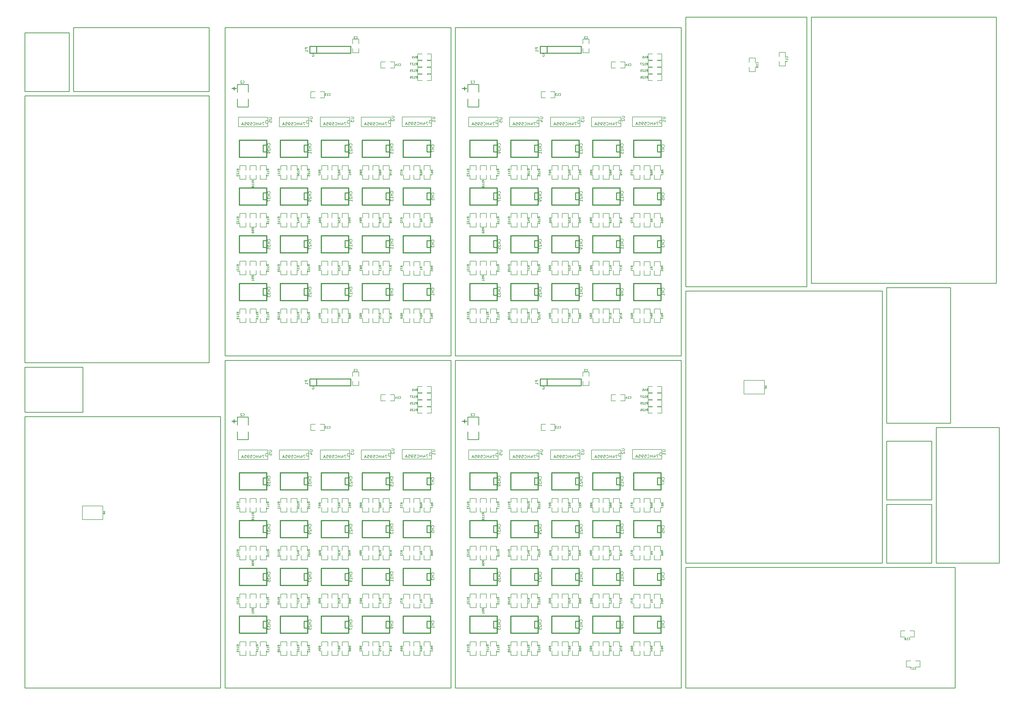
<source format=gbo>
G75*
G70*
%OFA0B0*%
%FSLAX25Y25*%
%IPPOS*%
%LPD*%
%AMOC8*
5,1,8,0,0,1.08239X$1,22.5*
%
%ADD112C,0.01000*%
%ADD26C,0.01200*%
%ADD61C,0.01500*%
%ADD69C,0.00800*%
X0010000Y0010000D02*
G01*
D69*
D69*
X0125820Y0269090D02*
X0127230Y0269090D01*
X0127510Y0269180D01*
X0127700Y0269370D01*
X0127790Y0269650D01*
X0127790Y0269840D01*
X0127790Y0267120D02*
X0127790Y0268240D01*
X0127790Y0267680D02*
X0125820Y0267680D01*
X0126100Y0267870D01*
X0126290Y0268060D01*
X0126390Y0268240D01*
X0125820Y0265430D02*
X0125820Y0265810D01*
X0125920Y0266000D01*
X0126010Y0266090D01*
X0126290Y0266280D01*
X0126670Y0266370D01*
X0127420Y0266370D01*
X0127600Y0266280D01*
X0127700Y0266180D01*
X0127790Y0266000D01*
X0127790Y0265620D01*
X0127700Y0265430D01*
X0127600Y0265340D01*
X0127420Y0265250D01*
X0126950Y0265250D01*
X0126760Y0265340D01*
X0126670Y0265430D01*
X0126570Y0265620D01*
X0126570Y0266000D01*
X0126670Y0266180D01*
X0126760Y0266280D01*
X0126950Y0266370D01*
D69*
X0125000Y0277000D02*
X0095000Y0277000D01*
X0095000Y0257000D02*
X0125000Y0257000D01*
X0125000Y0257000D02*
X0125000Y0277000D01*
X0095000Y0277000D02*
X0095000Y0257000D01*
D112*
X0010500Y0010500D02*
X0010500Y0408000D01*
X0010500Y0408000D02*
X0297400Y0408000D01*
X0297400Y0010500D01*
X0010500Y0010500D01*
X0010000Y0415000D02*
G01*
D69*
D112*
X0010500Y0414500D02*
X0010500Y0480500D01*
X0010500Y0480500D02*
X0095500Y0480500D01*
X0095500Y0414500D01*
X0010500Y0414500D01*
X0304400Y0010000D02*
G01*
D69*
D69*
X0432160Y0451660D02*
X0432540Y0451850D01*
X0433100Y0451850D01*
X0433660Y0451660D01*
X0434040Y0451290D01*
X0434230Y0450910D01*
X0434410Y0450160D01*
X0434410Y0449600D01*
X0434230Y0448850D01*
X0434040Y0448470D01*
X0433660Y0448100D01*
X0433100Y0447910D01*
X0432730Y0447910D01*
X0432160Y0448100D01*
X0431980Y0448290D01*
X0431980Y0449600D01*
X0432730Y0449600D01*
D26*
X0317300Y0398820D02*
X0317300Y0403390D01*
X0314260Y0401110D02*
X0320350Y0401110D01*
D69*
X0349520Y0198130D02*
X0340520Y0198130D01*
X0340520Y0198130D02*
X0340520Y0204630D01*
X0349520Y0211630D02*
X0349520Y0218130D01*
X0349520Y0218130D02*
X0340520Y0218130D01*
X0340520Y0218130D02*
X0340520Y0211630D01*
X0349520Y0204630D02*
X0349520Y0198130D01*
X0595520Y0078130D02*
X0604520Y0078130D01*
X0604520Y0078130D02*
X0604520Y0071630D01*
X0595520Y0064630D02*
X0595520Y0058130D01*
X0595520Y0058130D02*
X0604520Y0058130D01*
X0604520Y0058130D02*
X0604520Y0064630D01*
X0595520Y0071630D02*
X0595520Y0078130D01*
X0589520Y0058130D02*
X0580520Y0058130D01*
X0580520Y0058130D02*
X0580520Y0064630D01*
X0589520Y0071630D02*
X0589520Y0078130D01*
X0589520Y0078130D02*
X0580520Y0078130D01*
X0580520Y0078130D02*
X0580520Y0071630D01*
X0589520Y0064630D02*
X0589520Y0058130D01*
X0574520Y0268130D02*
X0565520Y0268130D01*
X0565520Y0268130D02*
X0565520Y0274630D01*
X0574520Y0281630D02*
X0574520Y0288130D01*
X0574520Y0288130D02*
X0565520Y0288130D01*
X0565520Y0288130D02*
X0565520Y0281630D01*
X0574520Y0274630D02*
X0574520Y0268130D01*
X0514520Y0128130D02*
X0505520Y0128130D01*
X0505520Y0128130D02*
X0505520Y0134630D01*
X0514520Y0141630D02*
X0514520Y0148130D01*
X0514520Y0148130D02*
X0505520Y0148130D01*
X0505520Y0148130D02*
X0505520Y0141630D01*
X0514520Y0134630D02*
X0514520Y0128130D01*
X0535520Y0288130D02*
X0544520Y0288130D01*
X0544520Y0288130D02*
X0544520Y0281630D01*
X0535520Y0274630D02*
X0535520Y0268130D01*
X0535520Y0268130D02*
X0544520Y0268130D01*
X0544520Y0268130D02*
X0544520Y0274630D01*
X0535520Y0281630D02*
X0535520Y0288130D01*
X0535520Y0218130D02*
X0544520Y0218130D01*
X0544520Y0218130D02*
X0544520Y0211630D01*
X0535520Y0204630D02*
X0535520Y0198130D01*
X0535520Y0198130D02*
X0544520Y0198130D01*
X0544520Y0198130D02*
X0544520Y0204630D01*
X0535520Y0211630D02*
X0535520Y0218130D01*
X0514520Y0058130D02*
X0505520Y0058130D01*
X0505520Y0058130D02*
X0505520Y0064630D01*
X0514520Y0071630D02*
X0514520Y0078130D01*
X0514520Y0078130D02*
X0505520Y0078130D01*
X0505520Y0078130D02*
X0505520Y0071630D01*
X0514520Y0064630D02*
X0514520Y0058130D01*
X0475520Y0288130D02*
X0484520Y0288130D01*
X0484520Y0288130D02*
X0484520Y0281630D01*
X0475520Y0274630D02*
X0475520Y0268130D01*
X0475520Y0268130D02*
X0484520Y0268130D01*
X0484520Y0268130D02*
X0484520Y0274630D01*
X0475520Y0281630D02*
X0475520Y0288130D01*
X0475520Y0148130D02*
X0484520Y0148130D01*
X0484520Y0148130D02*
X0484520Y0141630D01*
X0475520Y0134630D02*
X0475520Y0128130D01*
X0475520Y0128130D02*
X0484520Y0128130D01*
X0484520Y0128130D02*
X0484520Y0134630D01*
X0475520Y0141630D02*
X0475520Y0148130D01*
X0475520Y0218130D02*
X0484520Y0218130D01*
X0484520Y0218130D02*
X0484520Y0211630D01*
X0475520Y0204630D02*
X0475520Y0198130D01*
X0475520Y0198130D02*
X0484520Y0198130D01*
X0484520Y0198130D02*
X0484520Y0204630D01*
X0475520Y0211630D02*
X0475520Y0218130D01*
X0469520Y0268130D02*
X0460520Y0268130D01*
X0460520Y0268130D02*
X0460520Y0274630D01*
X0469520Y0281630D02*
X0469520Y0288130D01*
X0469520Y0288130D02*
X0460520Y0288130D01*
X0460520Y0288130D02*
X0460520Y0281630D01*
X0469520Y0274630D02*
X0469520Y0268130D01*
X0595520Y0288130D02*
X0604520Y0288130D01*
X0604520Y0288130D02*
X0604520Y0281630D01*
X0595520Y0274630D02*
X0595520Y0268130D01*
X0595520Y0268130D02*
X0604520Y0268130D01*
X0604520Y0268130D02*
X0604520Y0274630D01*
X0595520Y0281630D02*
X0595520Y0288130D01*
X0595520Y0147630D02*
X0604520Y0147630D01*
X0604520Y0147630D02*
X0604520Y0141130D01*
X0595520Y0134130D02*
X0595520Y0127630D01*
X0595520Y0127630D02*
X0604520Y0127630D01*
X0604520Y0127630D02*
X0604520Y0134130D01*
X0595520Y0141130D02*
X0595520Y0147630D01*
X0595520Y0218130D02*
X0604520Y0218130D01*
X0604520Y0218130D02*
X0604520Y0211630D01*
X0595520Y0204630D02*
X0595520Y0198130D01*
X0595520Y0198130D02*
X0604520Y0198130D01*
X0604520Y0198130D02*
X0604520Y0204630D01*
X0595520Y0211630D02*
X0595520Y0218130D01*
X0589520Y0268130D02*
X0580520Y0268130D01*
X0580520Y0268130D02*
X0580520Y0274630D01*
X0589520Y0281630D02*
X0589520Y0288130D01*
X0589520Y0288130D02*
X0580520Y0288130D01*
X0580520Y0288130D02*
X0580520Y0281630D01*
X0589520Y0274630D02*
X0589520Y0268130D01*
X0529520Y0058130D02*
X0520520Y0058130D01*
X0520520Y0058130D02*
X0520520Y0064630D01*
X0529520Y0071630D02*
X0529520Y0078130D01*
X0529520Y0078130D02*
X0520520Y0078130D01*
X0520520Y0078130D02*
X0520520Y0071630D01*
X0529520Y0064630D02*
X0529520Y0058130D01*
X0574520Y0127630D02*
X0565520Y0127630D01*
X0565520Y0127630D02*
X0565520Y0134130D01*
X0574520Y0141130D02*
X0574520Y0147630D01*
X0574520Y0147630D02*
X0565520Y0147630D01*
X0565520Y0147630D02*
X0565520Y0141130D01*
X0574520Y0134130D02*
X0574520Y0127630D01*
X0574520Y0198130D02*
X0565520Y0198130D01*
X0565520Y0198130D02*
X0565520Y0204630D01*
X0574520Y0211630D02*
X0574520Y0218130D01*
X0574520Y0218130D02*
X0565520Y0218130D01*
X0565520Y0218130D02*
X0565520Y0211630D01*
X0574520Y0204630D02*
X0574520Y0198130D01*
X0535520Y0078130D02*
X0544520Y0078130D01*
X0544520Y0078130D02*
X0544520Y0071630D01*
X0535520Y0064630D02*
X0535520Y0058130D01*
X0535520Y0058130D02*
X0544520Y0058130D01*
X0544520Y0058130D02*
X0544520Y0064630D01*
X0535520Y0071630D02*
X0535520Y0078130D01*
X0574520Y0058130D02*
X0565520Y0058130D01*
X0565520Y0058130D02*
X0565520Y0064630D01*
X0574520Y0071630D02*
X0574520Y0078130D01*
X0574520Y0078130D02*
X0565520Y0078130D01*
X0565520Y0078130D02*
X0565520Y0071630D01*
X0574520Y0064630D02*
X0574520Y0058130D01*
X0355520Y0078130D02*
X0364520Y0078130D01*
X0364520Y0078130D02*
X0364520Y0071630D01*
X0355520Y0064630D02*
X0355520Y0058130D01*
X0355520Y0058130D02*
X0364520Y0058130D01*
X0364520Y0058130D02*
X0364520Y0064630D01*
X0355520Y0071630D02*
X0355520Y0078130D01*
X0349520Y0058130D02*
X0340520Y0058130D01*
X0340520Y0058130D02*
X0340520Y0064630D01*
X0349520Y0071630D02*
X0349520Y0078130D01*
X0349520Y0078130D02*
X0340520Y0078130D01*
X0340520Y0078130D02*
X0340520Y0071630D01*
X0349520Y0064630D02*
X0349520Y0058130D01*
X0355520Y0218130D02*
X0364520Y0218130D01*
X0364520Y0218130D02*
X0364520Y0211630D01*
X0355520Y0204630D02*
X0355520Y0198130D01*
X0355520Y0198130D02*
X0364520Y0198130D01*
X0364520Y0198130D02*
X0364520Y0204630D01*
X0355520Y0211630D02*
X0355520Y0218130D01*
X0334520Y0268130D02*
X0325520Y0268130D01*
X0325520Y0268130D02*
X0325520Y0274630D01*
X0334520Y0281630D02*
X0334520Y0288130D01*
X0334520Y0288130D02*
X0325520Y0288130D01*
X0325520Y0288130D02*
X0325520Y0281630D01*
X0334520Y0274630D02*
X0334520Y0268130D01*
X0334520Y0058130D02*
X0325520Y0058130D01*
X0325520Y0058130D02*
X0325520Y0064630D01*
X0334520Y0071630D02*
X0334520Y0078130D01*
X0334520Y0078130D02*
X0325520Y0078130D01*
X0325520Y0078130D02*
X0325520Y0071630D01*
X0334520Y0064630D02*
X0334520Y0058130D01*
X0334520Y0198130D02*
X0325520Y0198130D01*
X0325520Y0198130D02*
X0325520Y0204630D01*
X0334520Y0211630D02*
X0334520Y0218130D01*
X0334520Y0218130D02*
X0325520Y0218130D01*
X0325520Y0218130D02*
X0325520Y0211630D01*
X0334520Y0204630D02*
X0334520Y0198130D01*
X0349520Y0268130D02*
X0340520Y0268130D01*
X0340520Y0268130D02*
X0340520Y0274630D01*
X0349520Y0281630D02*
X0349520Y0288130D01*
X0349520Y0288130D02*
X0340520Y0288130D01*
X0340520Y0288130D02*
X0340520Y0281630D01*
X0349520Y0274630D02*
X0349520Y0268130D01*
X0355520Y0288130D02*
X0364520Y0288130D01*
X0364520Y0288130D02*
X0364520Y0281630D01*
X0355520Y0274630D02*
X0355520Y0268130D01*
X0355520Y0268130D02*
X0364520Y0268130D01*
X0364520Y0268130D02*
X0364520Y0274630D01*
X0355520Y0281630D02*
X0355520Y0288130D01*
X0394520Y0058130D02*
X0385520Y0058130D01*
X0385520Y0058130D02*
X0385520Y0064630D01*
X0394520Y0071630D02*
X0394520Y0078130D01*
X0394520Y0078130D02*
X0385520Y0078130D01*
X0385520Y0078130D02*
X0385520Y0071630D01*
X0394520Y0064630D02*
X0394520Y0058130D01*
X0415520Y0288130D02*
X0424520Y0288130D01*
X0424520Y0288130D02*
X0424520Y0281630D01*
X0415520Y0274630D02*
X0415520Y0268130D01*
X0415520Y0268130D02*
X0424520Y0268130D01*
X0424520Y0268130D02*
X0424520Y0274630D01*
X0415520Y0281630D02*
X0415520Y0288130D01*
X0409520Y0058130D02*
X0400520Y0058130D01*
X0400520Y0058130D02*
X0400520Y0064630D01*
X0409520Y0071630D02*
X0409520Y0078130D01*
X0409520Y0078130D02*
X0400520Y0078130D01*
X0400520Y0078130D02*
X0400520Y0071630D01*
X0409520Y0064630D02*
X0409520Y0058130D01*
X0415520Y0218130D02*
X0424520Y0218130D01*
X0424520Y0218130D02*
X0424520Y0211630D01*
X0415520Y0204630D02*
X0415520Y0198130D01*
X0415520Y0198130D02*
X0424520Y0198130D01*
X0424520Y0198130D02*
X0424520Y0204630D01*
X0415520Y0211630D02*
X0415520Y0218130D01*
X0394520Y0198130D02*
X0385520Y0198130D01*
X0385520Y0198130D02*
X0385520Y0204630D01*
X0394520Y0211630D02*
X0394520Y0218130D01*
X0394520Y0218130D02*
X0385520Y0218130D01*
X0385520Y0218130D02*
X0385520Y0211630D01*
X0394520Y0204630D02*
X0394520Y0198130D01*
X0394520Y0128130D02*
X0385520Y0128130D01*
X0385520Y0128130D02*
X0385520Y0134630D01*
X0394520Y0141630D02*
X0394520Y0148130D01*
X0394520Y0148130D02*
X0385520Y0148130D01*
X0385520Y0148130D02*
X0385520Y0141630D01*
X0394520Y0134630D02*
X0394520Y0128130D01*
X0394520Y0268130D02*
X0385520Y0268130D01*
X0385520Y0268130D02*
X0385520Y0274630D01*
X0394520Y0281630D02*
X0394520Y0288130D01*
X0394520Y0288130D02*
X0385520Y0288130D01*
X0385520Y0288130D02*
X0385520Y0281630D01*
X0394520Y0274630D02*
X0394520Y0268130D01*
X0334520Y0128130D02*
X0325520Y0128130D01*
X0325520Y0128130D02*
X0325520Y0134630D01*
X0334520Y0141630D02*
X0334520Y0148130D01*
X0334520Y0148130D02*
X0325520Y0148130D01*
X0325520Y0148130D02*
X0325520Y0141630D01*
X0334520Y0134630D02*
X0334520Y0128130D01*
X0454520Y0128130D02*
X0445520Y0128130D01*
X0445520Y0128130D02*
X0445520Y0134630D01*
X0454520Y0141630D02*
X0454520Y0148130D01*
X0454520Y0148130D02*
X0445520Y0148130D01*
X0445520Y0148130D02*
X0445520Y0141630D01*
X0454520Y0134630D02*
X0454520Y0128130D01*
X0454520Y0198130D02*
X0445520Y0198130D01*
X0445520Y0198130D02*
X0445520Y0204630D01*
X0454520Y0211630D02*
X0454520Y0218130D01*
X0454520Y0218130D02*
X0445520Y0218130D01*
X0445520Y0218130D02*
X0445520Y0211630D01*
X0454520Y0204630D02*
X0454520Y0198130D01*
X0454520Y0058130D02*
X0445520Y0058130D01*
X0445520Y0058130D02*
X0445520Y0064630D01*
X0454520Y0071630D02*
X0454520Y0078130D01*
X0454520Y0078130D02*
X0445520Y0078130D01*
X0445520Y0078130D02*
X0445520Y0071630D01*
X0454520Y0064630D02*
X0454520Y0058130D01*
X0514520Y0198130D02*
X0505520Y0198130D01*
X0505520Y0198130D02*
X0505520Y0204630D01*
X0514520Y0211630D02*
X0514520Y0218130D01*
X0514520Y0218130D02*
X0505520Y0218130D01*
X0505520Y0218130D02*
X0505520Y0211630D01*
X0514520Y0204630D02*
X0514520Y0198130D01*
X0535520Y0148130D02*
X0544520Y0148130D01*
X0544520Y0148130D02*
X0544520Y0141630D01*
X0535520Y0134630D02*
X0535520Y0128130D01*
X0535520Y0128130D02*
X0544520Y0128130D01*
X0544520Y0128130D02*
X0544520Y0134630D01*
X0535520Y0141630D02*
X0535520Y0148130D01*
X0529520Y0268130D02*
X0520520Y0268130D01*
X0520520Y0268130D02*
X0520520Y0274630D01*
X0529520Y0281630D02*
X0529520Y0288130D01*
X0529520Y0288130D02*
X0520520Y0288130D01*
X0520520Y0288130D02*
X0520520Y0281630D01*
X0529520Y0274630D02*
X0529520Y0268130D01*
X0514520Y0268130D02*
X0505520Y0268130D01*
X0505520Y0268130D02*
X0505520Y0274630D01*
X0514520Y0281630D02*
X0514520Y0288130D01*
X0514520Y0288130D02*
X0505520Y0288130D01*
X0505520Y0288130D02*
X0505520Y0281630D01*
X0514520Y0274630D02*
X0514520Y0268130D01*
X0469520Y0058130D02*
X0460520Y0058130D01*
X0460520Y0058130D02*
X0460520Y0064630D01*
X0469520Y0071630D02*
X0469520Y0078130D01*
X0469520Y0078130D02*
X0460520Y0078130D01*
X0460520Y0078130D02*
X0460520Y0071630D01*
X0469520Y0064630D02*
X0469520Y0058130D01*
X0475520Y0078130D02*
X0484520Y0078130D01*
X0484520Y0078130D02*
X0484520Y0071630D01*
X0475520Y0064630D02*
X0475520Y0058130D01*
X0475520Y0058130D02*
X0484520Y0058130D01*
X0484520Y0058130D02*
X0484520Y0064630D01*
X0475520Y0071630D02*
X0475520Y0078130D01*
X0454520Y0268130D02*
X0445520Y0268130D01*
X0445520Y0268130D02*
X0445520Y0274630D01*
X0454520Y0281630D02*
X0454520Y0288130D01*
X0454520Y0288130D02*
X0445520Y0288130D01*
X0445520Y0288130D02*
X0445520Y0281630D01*
X0454520Y0274630D02*
X0454520Y0268130D01*
X0415520Y0148130D02*
X0424520Y0148130D01*
X0424520Y0148130D02*
X0424520Y0141630D01*
X0415520Y0134630D02*
X0415520Y0128130D01*
X0415520Y0128130D02*
X0424520Y0128130D01*
X0424520Y0128130D02*
X0424520Y0134630D01*
X0415520Y0141630D02*
X0415520Y0148130D01*
X0415520Y0078130D02*
X0424520Y0078130D01*
X0424520Y0078130D02*
X0424520Y0071630D01*
X0415520Y0064630D02*
X0415520Y0058130D01*
X0415520Y0058130D02*
X0424520Y0058130D01*
X0424520Y0058130D02*
X0424520Y0064630D01*
X0415520Y0071630D02*
X0415520Y0078130D01*
X0409520Y0268130D02*
X0400520Y0268130D01*
X0400520Y0268130D02*
X0400520Y0274630D01*
X0409520Y0281630D02*
X0409520Y0288130D01*
X0409520Y0288130D02*
X0400520Y0288130D01*
X0400520Y0288130D02*
X0400520Y0281630D01*
X0409520Y0274630D02*
X0409520Y0268130D01*
X0355520Y0148130D02*
X0364520Y0148130D01*
X0364520Y0148130D02*
X0364520Y0141630D01*
X0355520Y0134630D02*
X0355520Y0128130D01*
X0355520Y0128130D02*
X0364520Y0128130D01*
X0364520Y0128130D02*
X0364520Y0134630D01*
X0355520Y0141630D02*
X0355520Y0148130D01*
X0469520Y0198130D02*
X0460520Y0198130D01*
X0460520Y0198130D02*
X0460520Y0204630D01*
X0469520Y0211630D02*
X0469520Y0218130D01*
X0469520Y0218130D02*
X0460520Y0218130D01*
X0460520Y0218130D02*
X0460520Y0211630D01*
X0469520Y0204630D02*
X0469520Y0198130D01*
X0469520Y0128130D02*
X0460520Y0128130D01*
X0460520Y0128130D02*
X0460520Y0134630D01*
X0469520Y0141630D02*
X0469520Y0148130D01*
X0469520Y0148130D02*
X0460520Y0148130D01*
X0460520Y0148130D02*
X0460520Y0141630D01*
X0469520Y0134630D02*
X0469520Y0128130D01*
X0529520Y0128130D02*
X0520520Y0128130D01*
X0520520Y0128130D02*
X0520520Y0134630D01*
X0529520Y0141630D02*
X0529520Y0148130D01*
X0529520Y0148130D02*
X0520520Y0148130D01*
X0520520Y0148130D02*
X0520520Y0141630D01*
X0529520Y0134630D02*
X0529520Y0128130D01*
X0529520Y0198130D02*
X0520520Y0198130D01*
X0520520Y0198130D02*
X0520520Y0204630D01*
X0529520Y0211630D02*
X0529520Y0218130D01*
X0529520Y0218130D02*
X0520520Y0218130D01*
X0520520Y0218130D02*
X0520520Y0211630D01*
X0529520Y0204630D02*
X0529520Y0198130D01*
X0589520Y0198130D02*
X0580520Y0198130D01*
X0580520Y0198130D02*
X0580520Y0204630D01*
X0589520Y0211630D02*
X0589520Y0218130D01*
X0589520Y0218130D02*
X0580520Y0218130D01*
X0580520Y0218130D02*
X0580520Y0211630D01*
X0589520Y0204630D02*
X0589520Y0198130D01*
X0589520Y0127630D02*
X0580520Y0127630D01*
X0580520Y0127630D02*
X0580520Y0134130D01*
X0589520Y0141130D02*
X0589520Y0147630D01*
X0589520Y0147630D02*
X0580520Y0147630D01*
X0580520Y0147630D02*
X0580520Y0141130D01*
X0589520Y0134130D02*
X0589520Y0127630D01*
X0586400Y0443000D02*
X0586400Y0452000D01*
X0586400Y0452000D02*
X0592900Y0452000D01*
X0599900Y0443000D02*
X0606400Y0443000D01*
X0606400Y0443000D02*
X0606400Y0452000D01*
X0606400Y0452000D02*
X0599900Y0452000D01*
X0592900Y0443000D02*
X0586400Y0443000D01*
X0349520Y0128130D02*
X0340520Y0128130D01*
X0340520Y0128130D02*
X0340520Y0134630D01*
X0349520Y0141630D02*
X0349520Y0148130D01*
X0349520Y0148130D02*
X0340520Y0148130D01*
X0340520Y0148130D02*
X0340520Y0141630D01*
X0349520Y0134630D02*
X0349520Y0128130D01*
X0409520Y0198130D02*
X0400520Y0198130D01*
X0400520Y0198130D02*
X0400520Y0204630D01*
X0409520Y0211630D02*
X0409520Y0218130D01*
X0409520Y0218130D02*
X0400520Y0218130D01*
X0400520Y0218130D02*
X0400520Y0211630D01*
X0409520Y0204630D02*
X0409520Y0198130D01*
X0409520Y0128130D02*
X0400520Y0128130D01*
X0400520Y0128130D02*
X0400520Y0134630D01*
X0409520Y0141630D02*
X0409520Y0148130D01*
X0409520Y0148130D02*
X0400520Y0148130D01*
X0400520Y0148130D02*
X0400520Y0141630D01*
X0409520Y0134630D02*
X0409520Y0128130D01*
D61*
X0485020Y0255630D02*
X0485020Y0230630D01*
X0485020Y0230630D02*
X0445020Y0230630D01*
X0445020Y0230630D02*
X0445020Y0255630D01*
X0445020Y0255630D02*
X0485020Y0255630D01*
D26*
X0485020Y0248130D02*
X0480020Y0248130D01*
X0480020Y0248130D02*
X0480020Y0238130D01*
X0480020Y0238130D02*
X0485020Y0238130D01*
D61*
X0605020Y0185630D02*
X0605020Y0160630D01*
X0605020Y0160630D02*
X0565020Y0160630D01*
X0565020Y0160630D02*
X0565020Y0185630D01*
X0565020Y0185630D02*
X0605020Y0185630D01*
D26*
X0605020Y0178130D02*
X0600020Y0178130D01*
X0600020Y0178130D02*
X0600020Y0168130D01*
X0600020Y0168130D02*
X0605020Y0168130D01*
D61*
X0365020Y0325630D02*
X0365020Y0300630D01*
X0365020Y0300630D02*
X0325020Y0300630D01*
X0325020Y0300630D02*
X0325020Y0325630D01*
X0325020Y0325630D02*
X0365020Y0325630D01*
D26*
X0365020Y0318130D02*
X0360020Y0318130D01*
X0360020Y0318130D02*
X0360020Y0308130D01*
X0360020Y0308130D02*
X0365020Y0308130D01*
D61*
X0485020Y0185630D02*
X0485020Y0160630D01*
X0485020Y0160630D02*
X0445020Y0160630D01*
X0445020Y0160630D02*
X0445020Y0185630D01*
X0445020Y0185630D02*
X0485020Y0185630D01*
D26*
X0485020Y0178130D02*
X0480020Y0178130D01*
X0480020Y0178130D02*
X0480020Y0168130D01*
X0480020Y0168130D02*
X0485020Y0168130D01*
D61*
X0365020Y0185630D02*
X0365020Y0160630D01*
X0365020Y0160630D02*
X0325020Y0160630D01*
X0325020Y0160630D02*
X0325020Y0185630D01*
X0325020Y0185630D02*
X0365020Y0185630D01*
D26*
X0365020Y0178130D02*
X0360020Y0178130D01*
X0360020Y0178130D02*
X0360020Y0168130D01*
X0360020Y0168130D02*
X0365020Y0168130D01*
D61*
X0545020Y0255630D02*
X0545020Y0230630D01*
X0545020Y0230630D02*
X0505020Y0230630D01*
X0505020Y0230630D02*
X0505020Y0255630D01*
X0505020Y0255630D02*
X0545020Y0255630D01*
D26*
X0545020Y0248130D02*
X0540020Y0248130D01*
X0540020Y0248130D02*
X0540020Y0238130D01*
X0540020Y0238130D02*
X0545020Y0238130D01*
D61*
X0545020Y0185630D02*
X0545020Y0160630D01*
X0545020Y0160630D02*
X0505020Y0160630D01*
X0505020Y0160630D02*
X0505020Y0185630D01*
X0505020Y0185630D02*
X0545020Y0185630D01*
D26*
X0545020Y0178130D02*
X0540020Y0178130D01*
X0540020Y0178130D02*
X0540020Y0168130D01*
X0540020Y0168130D02*
X0545020Y0168130D01*
D61*
X0605020Y0255630D02*
X0605020Y0230630D01*
X0605020Y0230630D02*
X0565020Y0230630D01*
X0565020Y0230630D02*
X0565020Y0255630D01*
X0565020Y0255630D02*
X0605020Y0255630D01*
D26*
X0605020Y0248130D02*
X0600020Y0248130D01*
X0600020Y0248130D02*
X0600020Y0238130D01*
X0600020Y0238130D02*
X0605020Y0238130D01*
D61*
X0605020Y0325630D02*
X0605020Y0300630D01*
X0605020Y0300630D02*
X0565020Y0300630D01*
X0565020Y0300630D02*
X0565020Y0325630D01*
X0565020Y0325630D02*
X0605020Y0325630D01*
D26*
X0605020Y0318130D02*
X0600020Y0318130D01*
X0600020Y0318130D02*
X0600020Y0308130D01*
X0600020Y0308130D02*
X0605020Y0308130D01*
D61*
X0365020Y0115630D02*
X0365020Y0090630D01*
X0365020Y0090630D02*
X0325020Y0090630D01*
X0325020Y0090630D02*
X0325020Y0115630D01*
X0325020Y0115630D02*
X0365020Y0115630D01*
D26*
X0365020Y0108130D02*
X0360020Y0108130D01*
X0360020Y0108130D02*
X0360020Y0098130D01*
X0360020Y0098130D02*
X0365020Y0098130D01*
D61*
X0545020Y0325630D02*
X0545020Y0300630D01*
X0545020Y0300630D02*
X0505020Y0300630D01*
X0505020Y0300630D02*
X0505020Y0325630D01*
X0505020Y0325630D02*
X0545020Y0325630D01*
D26*
X0545020Y0318130D02*
X0540020Y0318130D01*
X0540020Y0318130D02*
X0540020Y0308130D01*
X0540020Y0308130D02*
X0545020Y0308130D01*
D61*
X0605020Y0115630D02*
X0605020Y0090630D01*
X0605020Y0090630D02*
X0565020Y0090630D01*
X0565020Y0090630D02*
X0565020Y0115630D01*
X0565020Y0115630D02*
X0605020Y0115630D01*
D26*
X0605020Y0108130D02*
X0600020Y0108130D01*
X0600020Y0108130D02*
X0600020Y0098130D01*
X0600020Y0098130D02*
X0605020Y0098130D01*
D61*
X0425020Y0115630D02*
X0425020Y0090630D01*
X0425020Y0090630D02*
X0385020Y0090630D01*
X0385020Y0090630D02*
X0385020Y0115630D01*
X0385020Y0115630D02*
X0425020Y0115630D01*
D26*
X0425020Y0108130D02*
X0420020Y0108130D01*
X0420020Y0108130D02*
X0420020Y0098130D01*
X0420020Y0098130D02*
X0425020Y0098130D01*
D61*
X0485020Y0325630D02*
X0485020Y0300630D01*
X0485020Y0300630D02*
X0445020Y0300630D01*
X0445020Y0300630D02*
X0445020Y0325630D01*
X0445020Y0325630D02*
X0485020Y0325630D01*
D26*
X0485020Y0318130D02*
X0480020Y0318130D01*
X0480020Y0318130D02*
X0480020Y0308130D01*
X0480020Y0308130D02*
X0485020Y0308130D01*
D61*
X0425020Y0255630D02*
X0425020Y0230630D01*
X0425020Y0230630D02*
X0385020Y0230630D01*
X0385020Y0230630D02*
X0385020Y0255630D01*
X0385020Y0255630D02*
X0425020Y0255630D01*
D26*
X0425020Y0248130D02*
X0420020Y0248130D01*
X0420020Y0248130D02*
X0420020Y0238130D01*
X0420020Y0238130D02*
X0425020Y0238130D01*
D61*
X0485020Y0115630D02*
X0485020Y0090630D01*
X0485020Y0090630D02*
X0445020Y0090630D01*
X0445020Y0090630D02*
X0445020Y0115630D01*
X0445020Y0115630D02*
X0485020Y0115630D01*
D26*
X0485020Y0108130D02*
X0480020Y0108130D01*
X0480020Y0108130D02*
X0480020Y0098130D01*
X0480020Y0098130D02*
X0485020Y0098130D01*
D61*
X0365020Y0255630D02*
X0365020Y0230630D01*
X0365020Y0230630D02*
X0325020Y0230630D01*
X0325020Y0230630D02*
X0325020Y0255630D01*
X0325020Y0255630D02*
X0365020Y0255630D01*
D26*
X0365020Y0248130D02*
X0360020Y0248130D01*
X0360020Y0248130D02*
X0360020Y0238130D01*
X0360020Y0238130D02*
X0365020Y0238130D01*
D61*
X0425020Y0325630D02*
X0425020Y0300630D01*
X0425020Y0300630D02*
X0385020Y0300630D01*
X0385020Y0300630D02*
X0385020Y0325630D01*
X0385020Y0325630D02*
X0425020Y0325630D01*
D26*
X0425020Y0318130D02*
X0420020Y0318130D01*
X0420020Y0318130D02*
X0420020Y0308130D01*
X0420020Y0308130D02*
X0425020Y0308130D01*
D112*
X0322020Y0395880D02*
X0322020Y0407380D01*
X0322020Y0407380D02*
X0338020Y0407380D01*
X0338020Y0407380D02*
X0338020Y0395880D01*
X0322020Y0385880D02*
X0322020Y0374380D01*
X0322020Y0374380D02*
X0338020Y0374380D01*
X0338020Y0374380D02*
X0338020Y0385880D01*
D61*
X0545020Y0115630D02*
X0545020Y0090630D01*
X0545020Y0090630D02*
X0505020Y0090630D01*
X0505020Y0090630D02*
X0505020Y0115630D01*
X0505020Y0115630D02*
X0545020Y0115630D01*
D26*
X0545020Y0108130D02*
X0540020Y0108130D01*
X0540020Y0108130D02*
X0540020Y0098130D01*
X0540020Y0098130D02*
X0545020Y0098130D01*
D61*
X0425020Y0185630D02*
X0425020Y0160630D01*
X0425020Y0160630D02*
X0385020Y0160630D01*
X0385020Y0160630D02*
X0385020Y0185630D01*
X0385020Y0185630D02*
X0425020Y0185630D01*
D26*
X0425020Y0178130D02*
X0420020Y0178130D01*
X0420020Y0178130D02*
X0420020Y0168130D01*
X0420020Y0168130D02*
X0425020Y0168130D01*
D69*
X0426520Y0359130D02*
X0383520Y0359130D01*
X0383520Y0359130D02*
X0383520Y0345130D01*
X0383520Y0345130D02*
X0426520Y0345130D01*
X0426520Y0345130D02*
X0426520Y0359130D01*
X0426520Y0354130D02*
X0423520Y0354130D01*
X0423520Y0354130D02*
X0423520Y0350130D01*
X0423520Y0350130D02*
X0426520Y0350130D01*
X0486520Y0359130D02*
X0443520Y0359130D01*
X0443520Y0359130D02*
X0443520Y0345130D01*
X0443520Y0345130D02*
X0486520Y0345130D01*
X0486520Y0345130D02*
X0486520Y0359130D01*
X0486520Y0354130D02*
X0483520Y0354130D01*
X0483520Y0354130D02*
X0483520Y0350130D01*
X0483520Y0350130D02*
X0486520Y0350130D01*
X0546520Y0359130D02*
X0503520Y0359130D01*
X0503520Y0359130D02*
X0503520Y0345130D01*
X0503520Y0345130D02*
X0546520Y0345130D01*
X0546520Y0345130D02*
X0546520Y0359130D01*
X0546520Y0354130D02*
X0543520Y0354130D01*
X0543520Y0354130D02*
X0543520Y0350130D01*
X0543520Y0350130D02*
X0546520Y0350130D01*
X0606520Y0359630D02*
X0563520Y0359630D01*
X0563520Y0359630D02*
X0563520Y0345630D01*
X0563520Y0345630D02*
X0606520Y0345630D01*
X0606520Y0345630D02*
X0606520Y0359630D01*
X0606520Y0354630D02*
X0603520Y0354630D01*
X0603520Y0354630D02*
X0603520Y0350630D01*
X0603520Y0350630D02*
X0606520Y0350630D01*
D26*
X0428400Y0463000D02*
X0428400Y0453000D01*
X0428400Y0453000D02*
X0488400Y0453000D01*
X0488400Y0453000D02*
X0488400Y0463000D01*
X0488400Y0463000D02*
X0428400Y0463000D01*
X0438400Y0463000D02*
X0438400Y0453000D01*
D69*
X0366520Y0359130D02*
X0323520Y0359130D01*
X0323520Y0359130D02*
X0323520Y0345130D01*
X0323520Y0345130D02*
X0366520Y0345130D01*
X0366520Y0345130D02*
X0366520Y0359130D01*
X0366520Y0354130D02*
X0363520Y0354130D01*
X0363520Y0354130D02*
X0363520Y0350130D01*
X0363520Y0350130D02*
X0366520Y0350130D01*
D69*
X0586400Y0423000D02*
X0586400Y0432000D01*
X0586400Y0432000D02*
X0592900Y0432000D01*
X0599900Y0423000D02*
X0606400Y0423000D01*
X0606400Y0423000D02*
X0606400Y0432000D01*
X0606400Y0432000D02*
X0599900Y0432000D01*
X0592900Y0423000D02*
X0586400Y0423000D01*
X0586400Y0413000D02*
X0586400Y0422000D01*
X0586400Y0422000D02*
X0592900Y0422000D01*
X0599900Y0413000D02*
X0606400Y0413000D01*
X0606400Y0413000D02*
X0606400Y0422000D01*
X0606400Y0422000D02*
X0599900Y0422000D01*
X0592900Y0413000D02*
X0586400Y0413000D01*
X0490900Y0473500D02*
X0499900Y0473500D01*
X0499900Y0473500D02*
X0499900Y0467000D01*
X0490900Y0460000D02*
X0490900Y0453500D01*
X0490900Y0453500D02*
X0499900Y0453500D01*
X0499900Y0453500D02*
X0499900Y0460000D01*
X0490900Y0467000D02*
X0490900Y0473500D01*
X0449700Y0396600D02*
X0449700Y0387600D01*
X0449700Y0387600D02*
X0443200Y0387600D01*
X0436200Y0396600D02*
X0429700Y0396600D01*
X0429700Y0396600D02*
X0429700Y0387600D01*
X0429700Y0387600D02*
X0436200Y0387600D01*
X0443200Y0396600D02*
X0449700Y0396600D01*
X0586400Y0433000D02*
X0586400Y0442000D01*
X0586400Y0442000D02*
X0592900Y0442000D01*
X0599900Y0433000D02*
X0606400Y0433000D01*
X0606400Y0433000D02*
X0606400Y0442000D01*
X0606400Y0442000D02*
X0599900Y0442000D01*
X0592900Y0433000D02*
X0586400Y0433000D01*
X0532400Y0431200D02*
X0532400Y0440200D01*
X0532400Y0440200D02*
X0538900Y0440200D01*
X0545900Y0431200D02*
X0552400Y0431200D01*
X0552400Y0431200D02*
X0552400Y0440200D01*
X0552400Y0440200D02*
X0545900Y0440200D01*
X0538900Y0431200D02*
X0532400Y0431200D01*
X0346230Y0195060D02*
X0344810Y0196060D01*
X0346230Y0196770D02*
X0343230Y0196770D01*
X0343230Y0195630D01*
X0343380Y0195340D01*
X0343520Y0195200D01*
X0343810Y0195060D01*
X0344230Y0195060D01*
X0344520Y0195200D01*
X0344660Y0195340D01*
X0344810Y0195630D01*
X0344810Y0196770D01*
X0343230Y0192340D02*
X0343230Y0193770D01*
X0344660Y0193920D01*
X0344520Y0193770D01*
X0344380Y0193490D01*
X0344380Y0192770D01*
X0344520Y0192490D01*
X0344660Y0192340D01*
X0344950Y0192200D01*
X0345660Y0192200D01*
X0345950Y0192340D01*
X0346090Y0192490D01*
X0346230Y0192770D01*
X0346230Y0193490D01*
X0346090Y0193770D01*
X0345950Y0193920D01*
X0343230Y0189630D02*
X0343230Y0190200D01*
X0343380Y0190490D01*
X0343520Y0190630D01*
X0343950Y0190920D01*
X0344520Y0191060D01*
X0345660Y0191060D01*
X0345950Y0190920D01*
X0346090Y0190770D01*
X0346230Y0190490D01*
X0346230Y0189920D01*
X0346090Y0189630D01*
X0345950Y0189490D01*
X0345660Y0189340D01*
X0344950Y0189340D01*
X0344660Y0189490D01*
X0344520Y0189630D01*
X0344380Y0189920D01*
X0344380Y0190490D01*
X0344520Y0190770D01*
X0344660Y0190920D01*
X0344950Y0191060D01*
X0608230Y0070060D02*
X0606810Y0071060D01*
X0608230Y0071770D02*
X0605230Y0071770D01*
X0605230Y0070630D01*
X0605380Y0070340D01*
X0605520Y0070200D01*
X0605810Y0070060D01*
X0606230Y0070060D01*
X0606520Y0070200D01*
X0606660Y0070340D01*
X0606810Y0070630D01*
X0606810Y0071770D01*
X0605230Y0067490D02*
X0605230Y0068060D01*
X0605380Y0068340D01*
X0605520Y0068490D01*
X0605950Y0068770D01*
X0606520Y0068920D01*
X0607660Y0068920D01*
X0607950Y0068770D01*
X0608090Y0068630D01*
X0608230Y0068340D01*
X0608230Y0067770D01*
X0608090Y0067490D01*
X0607950Y0067340D01*
X0607660Y0067200D01*
X0606950Y0067200D01*
X0606660Y0067340D01*
X0606520Y0067490D01*
X0606380Y0067770D01*
X0606380Y0068340D01*
X0606520Y0068630D01*
X0606660Y0068770D01*
X0606950Y0068920D01*
X0605230Y0066200D02*
X0605230Y0064340D01*
X0606380Y0065340D01*
X0606380Y0064920D01*
X0606520Y0064630D01*
X0606660Y0064490D01*
X0606950Y0064340D01*
X0607660Y0064340D01*
X0607950Y0064490D01*
X0608090Y0064630D01*
X0608230Y0064920D01*
X0608230Y0065770D01*
X0608090Y0066060D01*
X0607950Y0066200D01*
X0592730Y0070060D02*
X0591310Y0071060D01*
X0592730Y0071770D02*
X0589730Y0071770D01*
X0589730Y0070630D01*
X0589880Y0070340D01*
X0590020Y0070200D01*
X0590310Y0070060D01*
X0590730Y0070060D01*
X0591020Y0070200D01*
X0591160Y0070340D01*
X0591310Y0070630D01*
X0591310Y0071770D01*
X0589730Y0067490D02*
X0589730Y0068060D01*
X0589880Y0068340D01*
X0590020Y0068490D01*
X0590450Y0068770D01*
X0591020Y0068920D01*
X0592160Y0068920D01*
X0592450Y0068770D01*
X0592590Y0068630D01*
X0592730Y0068340D01*
X0592730Y0067770D01*
X0592590Y0067490D01*
X0592450Y0067340D01*
X0592160Y0067200D01*
X0591450Y0067200D01*
X0591160Y0067340D01*
X0591020Y0067490D01*
X0590880Y0067770D01*
X0590880Y0068340D01*
X0591020Y0068630D01*
X0591160Y0068770D01*
X0591450Y0068920D01*
X0590730Y0064630D02*
X0592730Y0064630D01*
X0589590Y0065340D02*
X0591730Y0066060D01*
X0591730Y0064200D01*
X0564230Y0280060D02*
X0562810Y0281060D01*
X0564230Y0281770D02*
X0561230Y0281770D01*
X0561230Y0280630D01*
X0561380Y0280340D01*
X0561520Y0280200D01*
X0561810Y0280060D01*
X0562230Y0280060D01*
X0562520Y0280200D01*
X0562660Y0280340D01*
X0562810Y0280630D01*
X0562810Y0281770D01*
X0561230Y0279060D02*
X0561230Y0277060D01*
X0564230Y0278340D01*
X0561230Y0276200D02*
X0561230Y0274340D01*
X0562380Y0275340D01*
X0562380Y0274920D01*
X0562520Y0274630D01*
X0562660Y0274490D01*
X0562950Y0274340D01*
X0563660Y0274340D01*
X0563950Y0274490D01*
X0564090Y0274630D01*
X0564230Y0274920D01*
X0564230Y0275770D01*
X0564090Y0276060D01*
X0563950Y0276200D01*
X0504730Y0140060D02*
X0503310Y0141060D01*
X0504730Y0141770D02*
X0501730Y0141770D01*
X0501730Y0140630D01*
X0501880Y0140340D01*
X0502020Y0140200D01*
X0502310Y0140060D01*
X0502730Y0140060D01*
X0503020Y0140200D01*
X0503160Y0140340D01*
X0503310Y0140630D01*
X0503310Y0141770D01*
X0503020Y0138340D02*
X0502880Y0138630D01*
X0502730Y0138770D01*
X0502450Y0138920D01*
X0502310Y0138920D01*
X0502020Y0138770D01*
X0501880Y0138630D01*
X0501730Y0138340D01*
X0501730Y0137770D01*
X0501880Y0137490D01*
X0502020Y0137340D01*
X0502310Y0137200D01*
X0502450Y0137200D01*
X0502730Y0137340D01*
X0502880Y0137490D01*
X0503020Y0137770D01*
X0503020Y0138340D01*
X0503160Y0138630D01*
X0503310Y0138770D01*
X0503590Y0138920D01*
X0504160Y0138920D01*
X0504450Y0138770D01*
X0504590Y0138630D01*
X0504730Y0138340D01*
X0504730Y0137770D01*
X0504590Y0137490D01*
X0504450Y0137340D01*
X0504160Y0137200D01*
X0503590Y0137200D01*
X0503310Y0137340D01*
X0503160Y0137490D01*
X0503020Y0137770D01*
X0501730Y0136200D02*
X0501730Y0134340D01*
X0502880Y0135340D01*
X0502880Y0134920D01*
X0503020Y0134630D01*
X0503160Y0134490D01*
X0503450Y0134340D01*
X0504160Y0134340D01*
X0504450Y0134490D01*
X0504590Y0134630D01*
X0504730Y0134920D01*
X0504730Y0135770D01*
X0504590Y0136060D01*
X0504450Y0136200D01*
X0548230Y0280060D02*
X0546810Y0281060D01*
X0548230Y0281770D02*
X0545230Y0281770D01*
X0545230Y0280630D01*
X0545380Y0280340D01*
X0545520Y0280200D01*
X0545810Y0280060D01*
X0546230Y0280060D01*
X0546520Y0280200D01*
X0546660Y0280340D01*
X0546810Y0280630D01*
X0546810Y0281770D01*
X0545230Y0279060D02*
X0545230Y0277060D01*
X0548230Y0278340D01*
X0548230Y0275770D02*
X0548230Y0275200D01*
X0548090Y0274920D01*
X0547950Y0274770D01*
X0547520Y0274490D01*
X0546950Y0274340D01*
X0545810Y0274340D01*
X0545520Y0274490D01*
X0545380Y0274630D01*
X0545230Y0274920D01*
X0545230Y0275490D01*
X0545380Y0275770D01*
X0545520Y0275920D01*
X0545810Y0276060D01*
X0546520Y0276060D01*
X0546810Y0275920D01*
X0546950Y0275770D01*
X0547090Y0275490D01*
X0547090Y0274920D01*
X0546950Y0274630D01*
X0546810Y0274490D01*
X0546520Y0274340D01*
X0548230Y0210060D02*
X0546810Y0211060D01*
X0548230Y0211770D02*
X0545230Y0211770D01*
X0545230Y0210630D01*
X0545380Y0210340D01*
X0545520Y0210200D01*
X0545810Y0210060D01*
X0546230Y0210060D01*
X0546520Y0210200D01*
X0546660Y0210340D01*
X0546810Y0210630D01*
X0546810Y0211770D01*
X0545230Y0209060D02*
X0545230Y0207060D01*
X0548230Y0208340D01*
X0546520Y0205490D02*
X0546380Y0205770D01*
X0546230Y0205920D01*
X0545950Y0206060D01*
X0545810Y0206060D01*
X0545520Y0205920D01*
X0545380Y0205770D01*
X0545230Y0205490D01*
X0545230Y0204920D01*
X0545380Y0204630D01*
X0545520Y0204490D01*
X0545810Y0204340D01*
X0545950Y0204340D01*
X0546230Y0204490D01*
X0546380Y0204630D01*
X0546520Y0204920D01*
X0546520Y0205490D01*
X0546660Y0205770D01*
X0546810Y0205920D01*
X0547090Y0206060D01*
X0547660Y0206060D01*
X0547950Y0205920D01*
X0548090Y0205770D01*
X0548230Y0205490D01*
X0548230Y0204920D01*
X0548090Y0204630D01*
X0547950Y0204490D01*
X0547660Y0204340D01*
X0547090Y0204340D01*
X0546810Y0204490D01*
X0546660Y0204630D01*
X0546520Y0204920D01*
X0504230Y0070060D02*
X0502810Y0071060D01*
X0504230Y0071770D02*
X0501230Y0071770D01*
X0501230Y0070630D01*
X0501380Y0070340D01*
X0501520Y0070200D01*
X0501810Y0070060D01*
X0502230Y0070060D01*
X0502520Y0070200D01*
X0502660Y0070340D01*
X0502810Y0070630D01*
X0502810Y0071770D01*
X0502520Y0068340D02*
X0502380Y0068630D01*
X0502230Y0068770D01*
X0501950Y0068920D01*
X0501810Y0068920D01*
X0501520Y0068770D01*
X0501380Y0068630D01*
X0501230Y0068340D01*
X0501230Y0067770D01*
X0501380Y0067490D01*
X0501520Y0067340D01*
X0501810Y0067200D01*
X0501950Y0067200D01*
X0502230Y0067340D01*
X0502380Y0067490D01*
X0502520Y0067770D01*
X0502520Y0068340D01*
X0502660Y0068630D01*
X0502810Y0068770D01*
X0503090Y0068920D01*
X0503660Y0068920D01*
X0503950Y0068770D01*
X0504090Y0068630D01*
X0504230Y0068340D01*
X0504230Y0067770D01*
X0504090Y0067490D01*
X0503950Y0067340D01*
X0503660Y0067200D01*
X0503090Y0067200D01*
X0502810Y0067340D01*
X0502660Y0067490D01*
X0502520Y0067770D01*
X0501520Y0066060D02*
X0501380Y0065920D01*
X0501230Y0065630D01*
X0501230Y0064920D01*
X0501380Y0064630D01*
X0501520Y0064490D01*
X0501810Y0064340D01*
X0502090Y0064340D01*
X0502520Y0064490D01*
X0504230Y0066200D01*
X0504230Y0064340D01*
X0488230Y0280060D02*
X0486810Y0281060D01*
X0488230Y0281770D02*
X0485230Y0281770D01*
X0485230Y0280630D01*
X0485380Y0280340D01*
X0485520Y0280200D01*
X0485810Y0280060D01*
X0486230Y0280060D01*
X0486520Y0280200D01*
X0486660Y0280340D01*
X0486810Y0280630D01*
X0486810Y0281770D01*
X0488230Y0278630D02*
X0488230Y0278060D01*
X0488090Y0277770D01*
X0487950Y0277630D01*
X0487520Y0277340D01*
X0486950Y0277200D01*
X0485810Y0277200D01*
X0485520Y0277340D01*
X0485380Y0277490D01*
X0485230Y0277770D01*
X0485230Y0278340D01*
X0485380Y0278630D01*
X0485520Y0278770D01*
X0485810Y0278920D01*
X0486520Y0278920D01*
X0486810Y0278770D01*
X0486950Y0278630D01*
X0487090Y0278340D01*
X0487090Y0277770D01*
X0486950Y0277490D01*
X0486810Y0277340D01*
X0486520Y0277200D01*
X0488230Y0274340D02*
X0488230Y0276060D01*
X0488230Y0275200D02*
X0485230Y0275200D01*
X0485660Y0275490D01*
X0485950Y0275770D01*
X0486090Y0276060D01*
X0488230Y0140060D02*
X0486810Y0141060D01*
X0488230Y0141770D02*
X0485230Y0141770D01*
X0485230Y0140630D01*
X0485380Y0140340D01*
X0485520Y0140200D01*
X0485810Y0140060D01*
X0486230Y0140060D01*
X0486520Y0140200D01*
X0486660Y0140340D01*
X0486810Y0140630D01*
X0486810Y0141770D01*
X0486520Y0138340D02*
X0486380Y0138630D01*
X0486230Y0138770D01*
X0485950Y0138920D01*
X0485810Y0138920D01*
X0485520Y0138770D01*
X0485380Y0138630D01*
X0485230Y0138340D01*
X0485230Y0137770D01*
X0485380Y0137490D01*
X0485520Y0137340D01*
X0485810Y0137200D01*
X0485950Y0137200D01*
X0486230Y0137340D01*
X0486380Y0137490D01*
X0486520Y0137770D01*
X0486520Y0138340D01*
X0486660Y0138630D01*
X0486810Y0138770D01*
X0487090Y0138920D01*
X0487660Y0138920D01*
X0487950Y0138770D01*
X0488090Y0138630D01*
X0488230Y0138340D01*
X0488230Y0137770D01*
X0488090Y0137490D01*
X0487950Y0137340D01*
X0487660Y0137200D01*
X0487090Y0137200D01*
X0486810Y0137340D01*
X0486660Y0137490D01*
X0486520Y0137770D01*
X0488230Y0135770D02*
X0488230Y0135200D01*
X0488090Y0134920D01*
X0487950Y0134770D01*
X0487520Y0134490D01*
X0486950Y0134340D01*
X0485810Y0134340D01*
X0485520Y0134490D01*
X0485380Y0134630D01*
X0485230Y0134920D01*
X0485230Y0135490D01*
X0485380Y0135770D01*
X0485520Y0135920D01*
X0485810Y0136060D01*
X0486520Y0136060D01*
X0486810Y0135920D01*
X0486950Y0135770D01*
X0487090Y0135490D01*
X0487090Y0134920D01*
X0486950Y0134630D01*
X0486810Y0134490D01*
X0486520Y0134340D01*
X0487730Y0210060D02*
X0486310Y0211060D01*
X0487730Y0211770D02*
X0484730Y0211770D01*
X0484730Y0210630D01*
X0484880Y0210340D01*
X0485020Y0210200D01*
X0485310Y0210060D01*
X0485730Y0210060D01*
X0486020Y0210200D01*
X0486160Y0210340D01*
X0486310Y0210630D01*
X0486310Y0211770D01*
X0487730Y0208630D02*
X0487730Y0208060D01*
X0487590Y0207770D01*
X0487450Y0207630D01*
X0487020Y0207340D01*
X0486450Y0207200D01*
X0485310Y0207200D01*
X0485020Y0207340D01*
X0484880Y0207490D01*
X0484730Y0207770D01*
X0484730Y0208340D01*
X0484880Y0208630D01*
X0485020Y0208770D01*
X0485310Y0208920D01*
X0486020Y0208920D01*
X0486310Y0208770D01*
X0486450Y0208630D01*
X0486590Y0208340D01*
X0486590Y0207770D01*
X0486450Y0207490D01*
X0486310Y0207340D01*
X0486020Y0207200D01*
X0484730Y0205340D02*
X0484730Y0205060D01*
X0484880Y0204770D01*
X0485020Y0204630D01*
X0485310Y0204490D01*
X0485880Y0204340D01*
X0486590Y0204340D01*
X0487160Y0204490D01*
X0487450Y0204630D01*
X0487590Y0204770D01*
X0487730Y0205060D01*
X0487730Y0205340D01*
X0487590Y0205630D01*
X0487450Y0205770D01*
X0487160Y0205920D01*
X0486590Y0206060D01*
X0485880Y0206060D01*
X0485310Y0205920D01*
X0485020Y0205770D01*
X0484880Y0205630D01*
X0484730Y0205340D01*
X0472730Y0280060D02*
X0471310Y0281060D01*
X0472730Y0281770D02*
X0469730Y0281770D01*
X0469730Y0280630D01*
X0469880Y0280340D01*
X0470020Y0280200D01*
X0470310Y0280060D01*
X0470730Y0280060D01*
X0471020Y0280200D01*
X0471160Y0280340D01*
X0471310Y0280630D01*
X0471310Y0281770D01*
X0472730Y0278630D02*
X0472730Y0278060D01*
X0472590Y0277770D01*
X0472450Y0277630D01*
X0472020Y0277340D01*
X0471450Y0277200D01*
X0470310Y0277200D01*
X0470020Y0277340D01*
X0469880Y0277490D01*
X0469730Y0277770D01*
X0469730Y0278340D01*
X0469880Y0278630D01*
X0470020Y0278770D01*
X0470310Y0278920D01*
X0471020Y0278920D01*
X0471310Y0278770D01*
X0471450Y0278630D01*
X0471590Y0278340D01*
X0471590Y0277770D01*
X0471450Y0277490D01*
X0471310Y0277340D01*
X0471020Y0277200D01*
X0470020Y0276060D02*
X0469880Y0275920D01*
X0469730Y0275630D01*
X0469730Y0274920D01*
X0469880Y0274630D01*
X0470020Y0274490D01*
X0470310Y0274340D01*
X0470590Y0274340D01*
X0471020Y0274490D01*
X0472730Y0276200D01*
X0472730Y0274340D01*
X0608730Y0280060D02*
X0607310Y0281060D01*
X0608730Y0281770D02*
X0605730Y0281770D01*
X0605730Y0280630D01*
X0605880Y0280340D01*
X0606020Y0280200D01*
X0606310Y0280060D01*
X0606730Y0280060D01*
X0607020Y0280200D01*
X0607160Y0280340D01*
X0607310Y0280630D01*
X0607310Y0281770D01*
X0605730Y0277490D02*
X0605730Y0278060D01*
X0605880Y0278340D01*
X0606020Y0278490D01*
X0606450Y0278770D01*
X0607020Y0278920D01*
X0608160Y0278920D01*
X0608450Y0278770D01*
X0608590Y0278630D01*
X0608730Y0278340D01*
X0608730Y0277770D01*
X0608590Y0277490D01*
X0608450Y0277340D01*
X0608160Y0277200D01*
X0607450Y0277200D01*
X0607160Y0277340D01*
X0607020Y0277490D01*
X0606880Y0277770D01*
X0606880Y0278340D01*
X0607020Y0278630D01*
X0607160Y0278770D01*
X0607450Y0278920D01*
X0605730Y0276200D02*
X0605730Y0274200D01*
X0608730Y0275490D01*
X0608230Y0139560D02*
X0606810Y0140560D01*
X0608230Y0141270D02*
X0605230Y0141270D01*
X0605230Y0140130D01*
X0605380Y0139840D01*
X0605520Y0139700D01*
X0605810Y0139560D01*
X0606230Y0139560D01*
X0606520Y0139700D01*
X0606660Y0139840D01*
X0606810Y0140130D01*
X0606810Y0141270D01*
X0605230Y0136990D02*
X0605230Y0137560D01*
X0605380Y0137840D01*
X0605520Y0137990D01*
X0605950Y0138270D01*
X0606520Y0138420D01*
X0607660Y0138420D01*
X0607950Y0138270D01*
X0608090Y0138130D01*
X0608230Y0137840D01*
X0608230Y0137270D01*
X0608090Y0136990D01*
X0607950Y0136840D01*
X0607660Y0136700D01*
X0606950Y0136700D01*
X0606660Y0136840D01*
X0606520Y0136990D01*
X0606380Y0137270D01*
X0606380Y0137840D01*
X0606520Y0138130D01*
X0606660Y0138270D01*
X0606950Y0138420D01*
X0605230Y0133990D02*
X0605230Y0135420D01*
X0606660Y0135560D01*
X0606520Y0135420D01*
X0606380Y0135130D01*
X0606380Y0134420D01*
X0606520Y0134130D01*
X0606660Y0133990D01*
X0606950Y0133840D01*
X0607660Y0133840D01*
X0607950Y0133990D01*
X0608090Y0134130D01*
X0608230Y0134420D01*
X0608230Y0135130D01*
X0608090Y0135420D01*
X0607950Y0135560D01*
X0608230Y0210060D02*
X0606810Y0211060D01*
X0608230Y0211770D02*
X0605230Y0211770D01*
X0605230Y0210630D01*
X0605380Y0210340D01*
X0605520Y0210200D01*
X0605810Y0210060D01*
X0606230Y0210060D01*
X0606520Y0210200D01*
X0606660Y0210340D01*
X0606810Y0210630D01*
X0606810Y0211770D01*
X0605230Y0207490D02*
X0605230Y0208060D01*
X0605380Y0208340D01*
X0605520Y0208490D01*
X0605950Y0208770D01*
X0606520Y0208920D01*
X0607660Y0208920D01*
X0607950Y0208770D01*
X0608090Y0208630D01*
X0608230Y0208340D01*
X0608230Y0207770D01*
X0608090Y0207490D01*
X0607950Y0207340D01*
X0607660Y0207200D01*
X0606950Y0207200D01*
X0606660Y0207340D01*
X0606520Y0207490D01*
X0606380Y0207770D01*
X0606380Y0208340D01*
X0606520Y0208630D01*
X0606660Y0208770D01*
X0606950Y0208920D01*
X0605230Y0204630D02*
X0605230Y0205200D01*
X0605380Y0205490D01*
X0605520Y0205630D01*
X0605950Y0205920D01*
X0606520Y0206060D01*
X0607660Y0206060D01*
X0607950Y0205920D01*
X0608090Y0205770D01*
X0608230Y0205490D01*
X0608230Y0204920D01*
X0608090Y0204630D01*
X0607950Y0204490D01*
X0607660Y0204340D01*
X0606950Y0204340D01*
X0606660Y0204490D01*
X0606520Y0204630D01*
X0606380Y0204920D01*
X0606380Y0205490D01*
X0606520Y0205770D01*
X0606660Y0205920D01*
X0606950Y0206060D01*
X0592730Y0280060D02*
X0591310Y0281060D01*
X0592730Y0281770D02*
X0589730Y0281770D01*
X0589730Y0280630D01*
X0589880Y0280340D01*
X0590020Y0280200D01*
X0590310Y0280060D01*
X0590730Y0280060D01*
X0591020Y0280200D01*
X0591160Y0280340D01*
X0591310Y0280630D01*
X0591310Y0281770D01*
X0589730Y0277490D02*
X0589730Y0278060D01*
X0589880Y0278340D01*
X0590020Y0278490D01*
X0590450Y0278770D01*
X0591020Y0278920D01*
X0592160Y0278920D01*
X0592450Y0278770D01*
X0592590Y0278630D01*
X0592730Y0278340D01*
X0592730Y0277770D01*
X0592590Y0277490D01*
X0592450Y0277340D01*
X0592160Y0277200D01*
X0591450Y0277200D01*
X0591160Y0277340D01*
X0591020Y0277490D01*
X0590880Y0277770D01*
X0590880Y0278340D01*
X0591020Y0278630D01*
X0591160Y0278770D01*
X0591450Y0278920D01*
X0591020Y0275490D02*
X0590880Y0275770D01*
X0590730Y0275920D01*
X0590450Y0276060D01*
X0590310Y0276060D01*
X0590020Y0275920D01*
X0589880Y0275770D01*
X0589730Y0275490D01*
X0589730Y0274920D01*
X0589880Y0274630D01*
X0590020Y0274490D01*
X0590310Y0274340D01*
X0590450Y0274340D01*
X0590730Y0274490D01*
X0590880Y0274630D01*
X0591020Y0274920D01*
X0591020Y0275490D01*
X0591160Y0275770D01*
X0591310Y0275920D01*
X0591590Y0276060D01*
X0592160Y0276060D01*
X0592450Y0275920D01*
X0592590Y0275770D01*
X0592730Y0275490D01*
X0592730Y0274920D01*
X0592590Y0274630D01*
X0592450Y0274490D01*
X0592160Y0274340D01*
X0591590Y0274340D01*
X0591310Y0274490D01*
X0591160Y0274630D01*
X0591020Y0274920D01*
X0532730Y0070060D02*
X0531310Y0071060D01*
X0532730Y0071770D02*
X0529730Y0071770D01*
X0529730Y0070630D01*
X0529880Y0070340D01*
X0530020Y0070200D01*
X0530310Y0070060D01*
X0530730Y0070060D01*
X0531020Y0070200D01*
X0531160Y0070340D01*
X0531310Y0070630D01*
X0531310Y0071770D01*
X0529730Y0069060D02*
X0529730Y0067060D01*
X0532730Y0068340D01*
X0529730Y0064490D02*
X0529730Y0065920D01*
X0531160Y0066060D01*
X0531020Y0065920D01*
X0530880Y0065630D01*
X0530880Y0064920D01*
X0531020Y0064630D01*
X0531160Y0064490D01*
X0531450Y0064340D01*
X0532160Y0064340D01*
X0532450Y0064490D01*
X0532590Y0064630D01*
X0532730Y0064920D01*
X0532730Y0065630D01*
X0532590Y0065920D01*
X0532450Y0066060D01*
X0564230Y0139560D02*
X0562810Y0140560D01*
X0564230Y0141270D02*
X0561230Y0141270D01*
X0561230Y0140130D01*
X0561380Y0139840D01*
X0561520Y0139700D01*
X0561810Y0139560D01*
X0562230Y0139560D01*
X0562520Y0139700D01*
X0562660Y0139840D01*
X0562810Y0140130D01*
X0562810Y0141270D01*
X0561230Y0138560D02*
X0561230Y0136560D01*
X0564230Y0137840D01*
X0564230Y0133840D02*
X0564230Y0135560D01*
X0564230Y0134700D02*
X0561230Y0134700D01*
X0561660Y0134990D01*
X0561950Y0135270D01*
X0562090Y0135560D01*
X0564230Y0210060D02*
X0562810Y0211060D01*
X0564230Y0211770D02*
X0561230Y0211770D01*
X0561230Y0210630D01*
X0561380Y0210340D01*
X0561520Y0210200D01*
X0561810Y0210060D01*
X0562230Y0210060D01*
X0562520Y0210200D01*
X0562660Y0210340D01*
X0562810Y0210630D01*
X0562810Y0211770D01*
X0561230Y0209060D02*
X0561230Y0207060D01*
X0564230Y0208340D01*
X0561520Y0206060D02*
X0561380Y0205920D01*
X0561230Y0205630D01*
X0561230Y0204920D01*
X0561380Y0204630D01*
X0561520Y0204490D01*
X0561810Y0204340D01*
X0562090Y0204340D01*
X0562520Y0204490D01*
X0564230Y0206200D01*
X0564230Y0204340D01*
X0548230Y0070060D02*
X0546810Y0071060D01*
X0548230Y0071770D02*
X0545230Y0071770D01*
X0545230Y0070630D01*
X0545380Y0070340D01*
X0545520Y0070200D01*
X0545810Y0070060D01*
X0546230Y0070060D01*
X0546520Y0070200D01*
X0546660Y0070340D01*
X0546810Y0070630D01*
X0546810Y0071770D01*
X0545230Y0069060D02*
X0545230Y0067060D01*
X0548230Y0068340D01*
X0545230Y0064630D02*
X0545230Y0065200D01*
X0545380Y0065490D01*
X0545520Y0065630D01*
X0545950Y0065920D01*
X0546520Y0066060D01*
X0547660Y0066060D01*
X0547950Y0065920D01*
X0548090Y0065770D01*
X0548230Y0065490D01*
X0548230Y0064920D01*
X0548090Y0064630D01*
X0547950Y0064490D01*
X0547660Y0064340D01*
X0546950Y0064340D01*
X0546660Y0064490D01*
X0546520Y0064630D01*
X0546380Y0064920D01*
X0546380Y0065490D01*
X0546520Y0065770D01*
X0546660Y0065920D01*
X0546950Y0066060D01*
X0564230Y0070060D02*
X0562810Y0071060D01*
X0564230Y0071770D02*
X0561230Y0071770D01*
X0561230Y0070630D01*
X0561380Y0070340D01*
X0561520Y0070200D01*
X0561810Y0070060D01*
X0562230Y0070060D01*
X0562520Y0070200D01*
X0562660Y0070340D01*
X0562810Y0070630D01*
X0562810Y0071770D01*
X0561230Y0067490D02*
X0561230Y0068060D01*
X0561380Y0068340D01*
X0561520Y0068490D01*
X0561950Y0068770D01*
X0562520Y0068920D01*
X0563660Y0068920D01*
X0563950Y0068770D01*
X0564090Y0068630D01*
X0564230Y0068340D01*
X0564230Y0067770D01*
X0564090Y0067490D01*
X0563950Y0067340D01*
X0563660Y0067200D01*
X0562950Y0067200D01*
X0562660Y0067340D01*
X0562520Y0067490D01*
X0562380Y0067770D01*
X0562380Y0068340D01*
X0562520Y0068630D01*
X0562660Y0068770D01*
X0562950Y0068920D01*
X0564230Y0065770D02*
X0564230Y0065200D01*
X0564090Y0064920D01*
X0563950Y0064770D01*
X0563520Y0064490D01*
X0562950Y0064340D01*
X0561810Y0064340D01*
X0561520Y0064490D01*
X0561380Y0064630D01*
X0561230Y0064920D01*
X0561230Y0065490D01*
X0561380Y0065770D01*
X0561520Y0065920D01*
X0561810Y0066060D01*
X0562520Y0066060D01*
X0562810Y0065920D01*
X0562950Y0065770D01*
X0563090Y0065490D01*
X0563090Y0064920D01*
X0562950Y0064630D01*
X0562810Y0064490D01*
X0562520Y0064340D01*
X0368230Y0071490D02*
X0366810Y0072490D01*
X0368230Y0073200D02*
X0365230Y0073200D01*
X0365230Y0072060D01*
X0365380Y0071770D01*
X0365520Y0071630D01*
X0365810Y0071490D01*
X0366230Y0071490D01*
X0366520Y0071630D01*
X0366660Y0071770D01*
X0366810Y0072060D01*
X0366810Y0073200D01*
X0368230Y0068630D02*
X0368230Y0070340D01*
X0368230Y0069490D02*
X0365230Y0069490D01*
X0365660Y0069770D01*
X0365950Y0070060D01*
X0366090Y0070340D01*
X0368230Y0065770D02*
X0368230Y0067490D01*
X0368230Y0066630D02*
X0365230Y0066630D01*
X0365660Y0066920D01*
X0365950Y0067200D01*
X0366090Y0067490D01*
X0365230Y0064770D02*
X0365230Y0062920D01*
X0366380Y0063920D01*
X0366380Y0063490D01*
X0366520Y0063200D01*
X0366660Y0063060D01*
X0366950Y0062920D01*
X0367660Y0062920D01*
X0367950Y0063060D01*
X0368090Y0063200D01*
X0368230Y0063490D01*
X0368230Y0064340D01*
X0368090Y0064630D01*
X0367950Y0064770D01*
X0352730Y0071990D02*
X0351310Y0072990D01*
X0352730Y0073700D02*
X0349730Y0073700D01*
X0349730Y0072560D01*
X0349880Y0072270D01*
X0350020Y0072130D01*
X0350310Y0071990D01*
X0350730Y0071990D01*
X0351020Y0072130D01*
X0351160Y0072270D01*
X0351310Y0072560D01*
X0351310Y0073700D01*
X0352730Y0069130D02*
X0352730Y0070840D01*
X0352730Y0069990D02*
X0349730Y0069990D01*
X0350160Y0070270D01*
X0350450Y0070560D01*
X0350590Y0070840D01*
X0352730Y0066270D02*
X0352730Y0067990D01*
X0352730Y0067130D02*
X0349730Y0067130D01*
X0350160Y0067420D01*
X0350450Y0067700D01*
X0350590Y0067990D01*
X0350730Y0063700D02*
X0352730Y0063700D01*
X0349590Y0064420D02*
X0351730Y0065130D01*
X0351730Y0063270D01*
X0368230Y0211490D02*
X0366810Y0212490D01*
X0368230Y0213200D02*
X0365230Y0213200D01*
X0365230Y0212060D01*
X0365380Y0211770D01*
X0365520Y0211630D01*
X0365810Y0211490D01*
X0366230Y0211490D01*
X0366520Y0211630D01*
X0366660Y0211770D01*
X0366810Y0212060D01*
X0366810Y0213200D01*
X0368230Y0208630D02*
X0368230Y0210340D01*
X0368230Y0209490D02*
X0365230Y0209490D01*
X0365660Y0209770D01*
X0365950Y0210060D01*
X0366090Y0210340D01*
X0368230Y0205770D02*
X0368230Y0207490D01*
X0368230Y0206630D02*
X0365230Y0206630D01*
X0365660Y0206920D01*
X0365950Y0207200D01*
X0366090Y0207490D01*
X0365230Y0203200D02*
X0365230Y0203770D01*
X0365380Y0204060D01*
X0365520Y0204200D01*
X0365950Y0204490D01*
X0366520Y0204630D01*
X0367660Y0204630D01*
X0367950Y0204490D01*
X0368090Y0204340D01*
X0368230Y0204060D01*
X0368230Y0203490D01*
X0368090Y0203200D01*
X0367950Y0203060D01*
X0367660Y0202920D01*
X0366950Y0202920D01*
X0366660Y0203060D01*
X0366520Y0203200D01*
X0366380Y0203490D01*
X0366380Y0204060D01*
X0366520Y0204340D01*
X0366660Y0204490D01*
X0366950Y0204630D01*
X0324230Y0281490D02*
X0322810Y0282490D01*
X0324230Y0283200D02*
X0321230Y0283200D01*
X0321230Y0282060D01*
X0321380Y0281770D01*
X0321520Y0281630D01*
X0321810Y0281490D01*
X0322230Y0281490D01*
X0322520Y0281630D01*
X0322660Y0281770D01*
X0322810Y0282060D01*
X0322810Y0283200D01*
X0324230Y0278630D02*
X0324230Y0280340D01*
X0324230Y0279490D02*
X0321230Y0279490D01*
X0321660Y0279770D01*
X0321950Y0280060D01*
X0322090Y0280340D01*
X0321520Y0277490D02*
X0321380Y0277340D01*
X0321230Y0277060D01*
X0321230Y0276340D01*
X0321380Y0276060D01*
X0321520Y0275920D01*
X0321810Y0275770D01*
X0322090Y0275770D01*
X0322520Y0275920D01*
X0324230Y0277630D01*
X0324230Y0275770D01*
X0321230Y0274770D02*
X0321230Y0272920D01*
X0322380Y0273920D01*
X0322380Y0273490D01*
X0322520Y0273200D01*
X0322660Y0273060D01*
X0322950Y0272920D01*
X0323660Y0272920D01*
X0323950Y0273060D01*
X0324090Y0273200D01*
X0324230Y0273490D01*
X0324230Y0274340D01*
X0324090Y0274630D01*
X0323950Y0274770D01*
X0324230Y0071990D02*
X0322810Y0072990D01*
X0324230Y0073700D02*
X0321230Y0073700D01*
X0321230Y0072560D01*
X0321380Y0072270D01*
X0321520Y0072130D01*
X0321810Y0071990D01*
X0322230Y0071990D01*
X0322520Y0072130D01*
X0322660Y0072270D01*
X0322810Y0072560D01*
X0322810Y0073700D01*
X0324230Y0069130D02*
X0324230Y0070840D01*
X0324230Y0069990D02*
X0321230Y0069990D01*
X0321660Y0070270D01*
X0321950Y0070560D01*
X0322090Y0070840D01*
X0324230Y0066270D02*
X0324230Y0067990D01*
X0324230Y0067130D02*
X0321230Y0067130D01*
X0321660Y0067420D01*
X0321950Y0067700D01*
X0322090Y0067990D01*
X0324230Y0064840D02*
X0324230Y0064270D01*
X0324090Y0063990D01*
X0323950Y0063840D01*
X0323520Y0063560D01*
X0322950Y0063420D01*
X0321810Y0063420D01*
X0321520Y0063560D01*
X0321380Y0063700D01*
X0321230Y0063990D01*
X0321230Y0064560D01*
X0321380Y0064840D01*
X0321520Y0064990D01*
X0321810Y0065130D01*
X0322520Y0065130D01*
X0322810Y0064990D01*
X0322950Y0064840D01*
X0323090Y0064560D01*
X0323090Y0063990D01*
X0322950Y0063700D01*
X0322810Y0063560D01*
X0322520Y0063420D01*
X0324230Y0211490D02*
X0322810Y0212490D01*
X0324230Y0213200D02*
X0321230Y0213200D01*
X0321230Y0212060D01*
X0321380Y0211770D01*
X0321520Y0211630D01*
X0321810Y0211490D01*
X0322230Y0211490D01*
X0322520Y0211630D01*
X0322660Y0211770D01*
X0322810Y0212060D01*
X0322810Y0213200D01*
X0324230Y0208630D02*
X0324230Y0210340D01*
X0324230Y0209490D02*
X0321230Y0209490D01*
X0321660Y0209770D01*
X0321950Y0210060D01*
X0322090Y0210340D01*
X0321520Y0207490D02*
X0321380Y0207340D01*
X0321230Y0207060D01*
X0321230Y0206340D01*
X0321380Y0206060D01*
X0321520Y0205920D01*
X0321810Y0205770D01*
X0322090Y0205770D01*
X0322520Y0205920D01*
X0324230Y0207630D01*
X0324230Y0205770D01*
X0321520Y0204630D02*
X0321380Y0204490D01*
X0321230Y0204200D01*
X0321230Y0203490D01*
X0321380Y0203200D01*
X0321520Y0203060D01*
X0321810Y0202920D01*
X0322090Y0202920D01*
X0322520Y0203060D01*
X0324230Y0204770D01*
X0324230Y0202920D01*
X0346230Y0264990D02*
X0344810Y0265990D01*
X0346230Y0266700D02*
X0343230Y0266700D01*
X0343230Y0265560D01*
X0343380Y0265270D01*
X0343520Y0265130D01*
X0343810Y0264990D01*
X0344230Y0264990D01*
X0344520Y0265130D01*
X0344660Y0265270D01*
X0344810Y0265560D01*
X0344810Y0266700D01*
X0346230Y0262130D02*
X0346230Y0263840D01*
X0346230Y0262990D02*
X0343230Y0262990D01*
X0343660Y0263270D01*
X0343950Y0263560D01*
X0344090Y0263840D01*
X0346230Y0259270D02*
X0346230Y0260990D01*
X0346230Y0260130D02*
X0343230Y0260130D01*
X0343660Y0260420D01*
X0343950Y0260700D01*
X0344090Y0260990D01*
X0344520Y0257560D02*
X0344380Y0257840D01*
X0344230Y0257990D01*
X0343950Y0258130D01*
X0343810Y0258130D01*
X0343520Y0257990D01*
X0343380Y0257840D01*
X0343230Y0257560D01*
X0343230Y0256990D01*
X0343380Y0256700D01*
X0343520Y0256560D01*
X0343810Y0256420D01*
X0343950Y0256420D01*
X0344230Y0256560D01*
X0344380Y0256700D01*
X0344520Y0256990D01*
X0344520Y0257560D01*
X0344660Y0257840D01*
X0344810Y0257990D01*
X0345090Y0258130D01*
X0345660Y0258130D01*
X0345950Y0257990D01*
X0346090Y0257840D01*
X0346230Y0257560D01*
X0346230Y0256990D01*
X0346090Y0256700D01*
X0345950Y0256560D01*
X0345660Y0256420D01*
X0345090Y0256420D01*
X0344810Y0256560D01*
X0344660Y0256700D01*
X0344520Y0256990D01*
X0368230Y0281490D02*
X0366810Y0282490D01*
X0368230Y0283200D02*
X0365230Y0283200D01*
X0365230Y0282060D01*
X0365380Y0281770D01*
X0365520Y0281630D01*
X0365810Y0281490D01*
X0366230Y0281490D01*
X0366520Y0281630D01*
X0366660Y0281770D01*
X0366810Y0282060D01*
X0366810Y0283200D01*
X0368230Y0278630D02*
X0368230Y0280340D01*
X0368230Y0279490D02*
X0365230Y0279490D01*
X0365660Y0279770D01*
X0365950Y0280060D01*
X0366090Y0280340D01*
X0368230Y0275770D02*
X0368230Y0277490D01*
X0368230Y0276630D02*
X0365230Y0276630D01*
X0365660Y0276920D01*
X0365950Y0277200D01*
X0366090Y0277490D01*
X0365230Y0274770D02*
X0365230Y0272770D01*
X0368230Y0274060D01*
X0384230Y0071490D02*
X0382810Y0072490D01*
X0384230Y0073200D02*
X0381230Y0073200D01*
X0381230Y0072060D01*
X0381380Y0071770D01*
X0381520Y0071630D01*
X0381810Y0071490D01*
X0382230Y0071490D01*
X0382520Y0071630D01*
X0382660Y0071770D01*
X0382810Y0072060D01*
X0382810Y0073200D01*
X0384230Y0068630D02*
X0384230Y0070340D01*
X0384230Y0069490D02*
X0381230Y0069490D01*
X0381660Y0069770D01*
X0381950Y0070060D01*
X0382090Y0070340D01*
X0381230Y0066770D02*
X0381230Y0066490D01*
X0381380Y0066200D01*
X0381520Y0066060D01*
X0381810Y0065920D01*
X0382380Y0065770D01*
X0383090Y0065770D01*
X0383660Y0065920D01*
X0383950Y0066060D01*
X0384090Y0066200D01*
X0384230Y0066490D01*
X0384230Y0066770D01*
X0384090Y0067060D01*
X0383950Y0067200D01*
X0383660Y0067340D01*
X0383090Y0067490D01*
X0382380Y0067490D01*
X0381810Y0067340D01*
X0381520Y0067200D01*
X0381380Y0067060D01*
X0381230Y0066770D01*
X0382520Y0064060D02*
X0382380Y0064340D01*
X0382230Y0064490D01*
X0381950Y0064630D01*
X0381810Y0064630D01*
X0381520Y0064490D01*
X0381380Y0064340D01*
X0381230Y0064060D01*
X0381230Y0063490D01*
X0381380Y0063200D01*
X0381520Y0063060D01*
X0381810Y0062920D01*
X0381950Y0062920D01*
X0382230Y0063060D01*
X0382380Y0063200D01*
X0382520Y0063490D01*
X0382520Y0064060D01*
X0382660Y0064340D01*
X0382810Y0064490D01*
X0383090Y0064630D01*
X0383660Y0064630D01*
X0383950Y0064490D01*
X0384090Y0064340D01*
X0384230Y0064060D01*
X0384230Y0063490D01*
X0384090Y0063200D01*
X0383950Y0063060D01*
X0383660Y0062920D01*
X0383090Y0062920D01*
X0382810Y0063060D01*
X0382660Y0063200D01*
X0382520Y0063490D01*
X0428230Y0281490D02*
X0426810Y0282490D01*
X0428230Y0283200D02*
X0425230Y0283200D01*
X0425230Y0282060D01*
X0425380Y0281770D01*
X0425520Y0281630D01*
X0425810Y0281490D01*
X0426230Y0281490D01*
X0426520Y0281630D01*
X0426660Y0281770D01*
X0426810Y0282060D01*
X0426810Y0283200D01*
X0428230Y0278630D02*
X0428230Y0280340D01*
X0428230Y0279490D02*
X0425230Y0279490D01*
X0425660Y0279770D01*
X0425950Y0280060D01*
X0426090Y0280340D01*
X0425230Y0276770D02*
X0425230Y0276490D01*
X0425380Y0276200D01*
X0425520Y0276060D01*
X0425810Y0275920D01*
X0426380Y0275770D01*
X0427090Y0275770D01*
X0427660Y0275920D01*
X0427950Y0276060D01*
X0428090Y0276200D01*
X0428230Y0276490D01*
X0428230Y0276770D01*
X0428090Y0277060D01*
X0427950Y0277200D01*
X0427660Y0277340D01*
X0427090Y0277490D01*
X0426380Y0277490D01*
X0425810Y0277340D01*
X0425520Y0277200D01*
X0425380Y0277060D01*
X0425230Y0276770D01*
X0425230Y0273060D02*
X0425230Y0274490D01*
X0426660Y0274630D01*
X0426520Y0274490D01*
X0426380Y0274200D01*
X0426380Y0273490D01*
X0426520Y0273200D01*
X0426660Y0273060D01*
X0426950Y0272920D01*
X0427660Y0272920D01*
X0427950Y0273060D01*
X0428090Y0273200D01*
X0428230Y0273490D01*
X0428230Y0274200D01*
X0428090Y0274490D01*
X0427950Y0274630D01*
X0412730Y0071490D02*
X0411310Y0072490D01*
X0412730Y0073200D02*
X0409730Y0073200D01*
X0409730Y0072060D01*
X0409880Y0071770D01*
X0410020Y0071630D01*
X0410310Y0071490D01*
X0410730Y0071490D01*
X0411020Y0071630D01*
X0411160Y0071770D01*
X0411310Y0072060D01*
X0411310Y0073200D01*
X0412730Y0068630D02*
X0412730Y0070340D01*
X0412730Y0069490D02*
X0409730Y0069490D01*
X0410160Y0069770D01*
X0410450Y0070060D01*
X0410590Y0070340D01*
X0409730Y0066770D02*
X0409730Y0066490D01*
X0409880Y0066200D01*
X0410020Y0066060D01*
X0410310Y0065920D01*
X0410880Y0065770D01*
X0411590Y0065770D01*
X0412160Y0065920D01*
X0412450Y0066060D01*
X0412590Y0066200D01*
X0412730Y0066490D01*
X0412730Y0066770D01*
X0412590Y0067060D01*
X0412450Y0067200D01*
X0412160Y0067340D01*
X0411590Y0067490D01*
X0410880Y0067490D01*
X0410310Y0067340D01*
X0410020Y0067200D01*
X0409880Y0067060D01*
X0409730Y0066770D01*
X0412730Y0062920D02*
X0412730Y0064630D01*
X0412730Y0063770D02*
X0409730Y0063770D01*
X0410160Y0064060D01*
X0410450Y0064340D01*
X0410590Y0064630D01*
X0428230Y0211490D02*
X0426810Y0212490D01*
X0428230Y0213200D02*
X0425230Y0213200D01*
X0425230Y0212060D01*
X0425380Y0211770D01*
X0425520Y0211630D01*
X0425810Y0211490D01*
X0426230Y0211490D01*
X0426520Y0211630D01*
X0426660Y0211770D01*
X0426810Y0212060D01*
X0426810Y0213200D01*
X0428230Y0208630D02*
X0428230Y0210340D01*
X0428230Y0209490D02*
X0425230Y0209490D01*
X0425660Y0209770D01*
X0425950Y0210060D01*
X0426090Y0210340D01*
X0425230Y0206770D02*
X0425230Y0206490D01*
X0425380Y0206200D01*
X0425520Y0206060D01*
X0425810Y0205920D01*
X0426380Y0205770D01*
X0427090Y0205770D01*
X0427660Y0205920D01*
X0427950Y0206060D01*
X0428090Y0206200D01*
X0428230Y0206490D01*
X0428230Y0206770D01*
X0428090Y0207060D01*
X0427950Y0207200D01*
X0427660Y0207340D01*
X0427090Y0207490D01*
X0426380Y0207490D01*
X0425810Y0207340D01*
X0425520Y0207200D01*
X0425380Y0207060D01*
X0425230Y0206770D01*
X0426230Y0203200D02*
X0428230Y0203200D01*
X0425090Y0203920D02*
X0427230Y0204630D01*
X0427230Y0202770D01*
X0384230Y0211490D02*
X0382810Y0212490D01*
X0384230Y0213200D02*
X0381230Y0213200D01*
X0381230Y0212060D01*
X0381380Y0211770D01*
X0381520Y0211630D01*
X0381810Y0211490D01*
X0382230Y0211490D01*
X0382520Y0211630D01*
X0382660Y0211770D01*
X0382810Y0212060D01*
X0382810Y0213200D01*
X0384230Y0208630D02*
X0384230Y0210340D01*
X0384230Y0209490D02*
X0381230Y0209490D01*
X0381660Y0209770D01*
X0381950Y0210060D01*
X0382090Y0210340D01*
X0384230Y0205770D02*
X0384230Y0207490D01*
X0384230Y0206630D02*
X0381230Y0206630D01*
X0381660Y0206920D01*
X0381950Y0207200D01*
X0382090Y0207490D01*
X0381230Y0203920D02*
X0381230Y0203630D01*
X0381380Y0203340D01*
X0381520Y0203200D01*
X0381810Y0203060D01*
X0382380Y0202920D01*
X0383090Y0202920D01*
X0383660Y0203060D01*
X0383950Y0203200D01*
X0384090Y0203340D01*
X0384230Y0203630D01*
X0384230Y0203920D01*
X0384090Y0204200D01*
X0383950Y0204340D01*
X0383660Y0204490D01*
X0383090Y0204630D01*
X0382380Y0204630D01*
X0381810Y0204490D01*
X0381520Y0204340D01*
X0381380Y0204200D01*
X0381230Y0203920D01*
X0384230Y0141490D02*
X0382810Y0142490D01*
X0384230Y0143200D02*
X0381230Y0143200D01*
X0381230Y0142060D01*
X0381380Y0141770D01*
X0381520Y0141630D01*
X0381810Y0141490D01*
X0382230Y0141490D01*
X0382520Y0141630D01*
X0382660Y0141770D01*
X0382810Y0142060D01*
X0382810Y0143200D01*
X0384230Y0138630D02*
X0384230Y0140340D01*
X0384230Y0139490D02*
X0381230Y0139490D01*
X0381660Y0139770D01*
X0381950Y0140060D01*
X0382090Y0140340D01*
X0381230Y0136770D02*
X0381230Y0136490D01*
X0381380Y0136200D01*
X0381520Y0136060D01*
X0381810Y0135920D01*
X0382380Y0135770D01*
X0383090Y0135770D01*
X0383660Y0135920D01*
X0383950Y0136060D01*
X0384090Y0136200D01*
X0384230Y0136490D01*
X0384230Y0136770D01*
X0384090Y0137060D01*
X0383950Y0137200D01*
X0383660Y0137340D01*
X0383090Y0137490D01*
X0382380Y0137490D01*
X0381810Y0137340D01*
X0381520Y0137200D01*
X0381380Y0137060D01*
X0381230Y0136770D01*
X0384230Y0134340D02*
X0384230Y0133770D01*
X0384090Y0133490D01*
X0383950Y0133340D01*
X0383520Y0133060D01*
X0382950Y0132920D01*
X0381810Y0132920D01*
X0381520Y0133060D01*
X0381380Y0133200D01*
X0381230Y0133490D01*
X0381230Y0134060D01*
X0381380Y0134340D01*
X0381520Y0134490D01*
X0381810Y0134630D01*
X0382520Y0134630D01*
X0382810Y0134490D01*
X0382950Y0134340D01*
X0383090Y0134060D01*
X0383090Y0133490D01*
X0382950Y0133200D01*
X0382810Y0133060D01*
X0382520Y0132920D01*
X0384230Y0281490D02*
X0382810Y0282490D01*
X0384230Y0283200D02*
X0381230Y0283200D01*
X0381230Y0282060D01*
X0381380Y0281770D01*
X0381520Y0281630D01*
X0381810Y0281490D01*
X0382230Y0281490D01*
X0382520Y0281630D01*
X0382660Y0281770D01*
X0382810Y0282060D01*
X0382810Y0283200D01*
X0384230Y0278630D02*
X0384230Y0280340D01*
X0384230Y0279490D02*
X0381230Y0279490D01*
X0381660Y0279770D01*
X0381950Y0280060D01*
X0382090Y0280340D01*
X0384230Y0275770D02*
X0384230Y0277490D01*
X0384230Y0276630D02*
X0381230Y0276630D01*
X0381660Y0276920D01*
X0381950Y0277200D01*
X0382090Y0277490D01*
X0384230Y0272920D02*
X0384230Y0274630D01*
X0384230Y0273770D02*
X0381230Y0273770D01*
X0381660Y0274060D01*
X0381950Y0274340D01*
X0382090Y0274630D01*
X0324230Y0141490D02*
X0322810Y0142490D01*
X0324230Y0143200D02*
X0321230Y0143200D01*
X0321230Y0142060D01*
X0321380Y0141770D01*
X0321520Y0141630D01*
X0321810Y0141490D01*
X0322230Y0141490D01*
X0322520Y0141630D01*
X0322660Y0141770D01*
X0322810Y0142060D01*
X0322810Y0143200D01*
X0324230Y0138630D02*
X0324230Y0140340D01*
X0324230Y0139490D02*
X0321230Y0139490D01*
X0321660Y0139770D01*
X0321950Y0140060D01*
X0322090Y0140340D01*
X0321520Y0137490D02*
X0321380Y0137340D01*
X0321230Y0137060D01*
X0321230Y0136340D01*
X0321380Y0136060D01*
X0321520Y0135920D01*
X0321810Y0135770D01*
X0322090Y0135770D01*
X0322520Y0135920D01*
X0324230Y0137630D01*
X0324230Y0135770D01*
X0324230Y0132920D02*
X0324230Y0134630D01*
X0324230Y0133770D02*
X0321230Y0133770D01*
X0321660Y0134060D01*
X0321950Y0134340D01*
X0322090Y0134630D01*
X0444230Y0140060D02*
X0442810Y0141060D01*
X0444230Y0141770D02*
X0441230Y0141770D01*
X0441230Y0140630D01*
X0441380Y0140340D01*
X0441520Y0140200D01*
X0441810Y0140060D01*
X0442230Y0140060D01*
X0442520Y0140200D01*
X0442660Y0140340D01*
X0442810Y0140630D01*
X0442810Y0141770D01*
X0444230Y0138630D02*
X0444230Y0138060D01*
X0444090Y0137770D01*
X0443950Y0137630D01*
X0443520Y0137340D01*
X0442950Y0137200D01*
X0441810Y0137200D01*
X0441520Y0137340D01*
X0441380Y0137490D01*
X0441230Y0137770D01*
X0441230Y0138340D01*
X0441380Y0138630D01*
X0441520Y0138770D01*
X0441810Y0138920D01*
X0442520Y0138920D01*
X0442810Y0138770D01*
X0442950Y0138630D01*
X0443090Y0138340D01*
X0443090Y0137770D01*
X0442950Y0137490D01*
X0442810Y0137340D01*
X0442520Y0137200D01*
X0441230Y0134490D02*
X0441230Y0135920D01*
X0442660Y0136060D01*
X0442520Y0135920D01*
X0442380Y0135630D01*
X0442380Y0134920D01*
X0442520Y0134630D01*
X0442660Y0134490D01*
X0442950Y0134340D01*
X0443660Y0134340D01*
X0443950Y0134490D01*
X0444090Y0134630D01*
X0444230Y0134920D01*
X0444230Y0135630D01*
X0444090Y0135920D01*
X0443950Y0136060D01*
X0444730Y0210060D02*
X0443310Y0211060D01*
X0444730Y0211770D02*
X0441730Y0211770D01*
X0441730Y0210630D01*
X0441880Y0210340D01*
X0442020Y0210200D01*
X0442310Y0210060D01*
X0442730Y0210060D01*
X0443020Y0210200D01*
X0443160Y0210340D01*
X0443310Y0210630D01*
X0443310Y0211770D01*
X0444730Y0208630D02*
X0444730Y0208060D01*
X0444590Y0207770D01*
X0444450Y0207630D01*
X0444020Y0207340D01*
X0443450Y0207200D01*
X0442310Y0207200D01*
X0442020Y0207340D01*
X0441880Y0207490D01*
X0441730Y0207770D01*
X0441730Y0208340D01*
X0441880Y0208630D01*
X0442020Y0208770D01*
X0442310Y0208920D01*
X0443020Y0208920D01*
X0443310Y0208770D01*
X0443450Y0208630D01*
X0443590Y0208340D01*
X0443590Y0207770D01*
X0443450Y0207490D01*
X0443310Y0207340D01*
X0443020Y0207200D01*
X0441730Y0204630D02*
X0441730Y0205200D01*
X0441880Y0205490D01*
X0442020Y0205630D01*
X0442450Y0205920D01*
X0443020Y0206060D01*
X0444160Y0206060D01*
X0444450Y0205920D01*
X0444590Y0205770D01*
X0444730Y0205490D01*
X0444730Y0204920D01*
X0444590Y0204630D01*
X0444450Y0204490D01*
X0444160Y0204340D01*
X0443450Y0204340D01*
X0443160Y0204490D01*
X0443020Y0204630D01*
X0442880Y0204920D01*
X0442880Y0205490D01*
X0443020Y0205770D01*
X0443160Y0205920D01*
X0443450Y0206060D01*
X0444230Y0070060D02*
X0442810Y0071060D01*
X0444230Y0071770D02*
X0441230Y0071770D01*
X0441230Y0070630D01*
X0441380Y0070340D01*
X0441520Y0070200D01*
X0441810Y0070060D01*
X0442230Y0070060D01*
X0442520Y0070200D01*
X0442660Y0070340D01*
X0442810Y0070630D01*
X0442810Y0071770D01*
X0444230Y0068630D02*
X0444230Y0068060D01*
X0444090Y0067770D01*
X0443950Y0067630D01*
X0443520Y0067340D01*
X0442950Y0067200D01*
X0441810Y0067200D01*
X0441520Y0067340D01*
X0441380Y0067490D01*
X0441230Y0067770D01*
X0441230Y0068340D01*
X0441380Y0068630D01*
X0441520Y0068770D01*
X0441810Y0068920D01*
X0442520Y0068920D01*
X0442810Y0068770D01*
X0442950Y0068630D01*
X0443090Y0068340D01*
X0443090Y0067770D01*
X0442950Y0067490D01*
X0442810Y0067340D01*
X0442520Y0067200D01*
X0442230Y0064630D02*
X0444230Y0064630D01*
X0441090Y0065340D02*
X0443230Y0066060D01*
X0443230Y0064200D01*
X0504230Y0210060D02*
X0502810Y0211060D01*
X0504230Y0211770D02*
X0501230Y0211770D01*
X0501230Y0210630D01*
X0501380Y0210340D01*
X0501520Y0210200D01*
X0501810Y0210060D01*
X0502230Y0210060D01*
X0502520Y0210200D01*
X0502660Y0210340D01*
X0502810Y0210630D01*
X0502810Y0211770D01*
X0502520Y0208340D02*
X0502380Y0208630D01*
X0502230Y0208770D01*
X0501950Y0208920D01*
X0501810Y0208920D01*
X0501520Y0208770D01*
X0501380Y0208630D01*
X0501230Y0208340D01*
X0501230Y0207770D01*
X0501380Y0207490D01*
X0501520Y0207340D01*
X0501810Y0207200D01*
X0501950Y0207200D01*
X0502230Y0207340D01*
X0502380Y0207490D01*
X0502520Y0207770D01*
X0502520Y0208340D01*
X0502660Y0208630D01*
X0502810Y0208770D01*
X0503090Y0208920D01*
X0503660Y0208920D01*
X0503950Y0208770D01*
X0504090Y0208630D01*
X0504230Y0208340D01*
X0504230Y0207770D01*
X0504090Y0207490D01*
X0503950Y0207340D01*
X0503660Y0207200D01*
X0503090Y0207200D01*
X0502810Y0207340D01*
X0502660Y0207490D01*
X0502520Y0207770D01*
X0502230Y0204630D02*
X0504230Y0204630D01*
X0501090Y0205340D02*
X0503230Y0206060D01*
X0503230Y0204200D01*
X0548230Y0140060D02*
X0546810Y0141060D01*
X0548230Y0141770D02*
X0545230Y0141770D01*
X0545230Y0140630D01*
X0545380Y0140340D01*
X0545520Y0140200D01*
X0545810Y0140060D01*
X0546230Y0140060D01*
X0546520Y0140200D01*
X0546660Y0140340D01*
X0546810Y0140630D01*
X0546810Y0141770D01*
X0545230Y0139060D02*
X0545230Y0137060D01*
X0548230Y0138340D01*
X0545230Y0136200D02*
X0545230Y0134200D01*
X0548230Y0135490D01*
X0532730Y0280060D02*
X0531310Y0281060D01*
X0532730Y0281770D02*
X0529730Y0281770D01*
X0529730Y0280630D01*
X0529880Y0280340D01*
X0530020Y0280200D01*
X0530310Y0280060D01*
X0530730Y0280060D01*
X0531020Y0280200D01*
X0531160Y0280340D01*
X0531310Y0280630D01*
X0531310Y0281770D01*
X0531020Y0278340D02*
X0530880Y0278630D01*
X0530730Y0278770D01*
X0530450Y0278920D01*
X0530310Y0278920D01*
X0530020Y0278770D01*
X0529880Y0278630D01*
X0529730Y0278340D01*
X0529730Y0277770D01*
X0529880Y0277490D01*
X0530020Y0277340D01*
X0530310Y0277200D01*
X0530450Y0277200D01*
X0530730Y0277340D01*
X0530880Y0277490D01*
X0531020Y0277770D01*
X0531020Y0278340D01*
X0531160Y0278630D01*
X0531310Y0278770D01*
X0531590Y0278920D01*
X0532160Y0278920D01*
X0532450Y0278770D01*
X0532590Y0278630D01*
X0532730Y0278340D01*
X0532730Y0277770D01*
X0532590Y0277490D01*
X0532450Y0277340D01*
X0532160Y0277200D01*
X0531590Y0277200D01*
X0531310Y0277340D01*
X0531160Y0277490D01*
X0531020Y0277770D01*
X0529730Y0275340D02*
X0529730Y0275060D01*
X0529880Y0274770D01*
X0530020Y0274630D01*
X0530310Y0274490D01*
X0530880Y0274340D01*
X0531590Y0274340D01*
X0532160Y0274490D01*
X0532450Y0274630D01*
X0532590Y0274770D01*
X0532730Y0275060D01*
X0532730Y0275340D01*
X0532590Y0275630D01*
X0532450Y0275770D01*
X0532160Y0275920D01*
X0531590Y0276060D01*
X0530880Y0276060D01*
X0530310Y0275920D01*
X0530020Y0275770D01*
X0529880Y0275630D01*
X0529730Y0275340D01*
X0504730Y0280060D02*
X0503310Y0281060D01*
X0504730Y0281770D02*
X0501730Y0281770D01*
X0501730Y0280630D01*
X0501880Y0280340D01*
X0502020Y0280200D01*
X0502310Y0280060D01*
X0502730Y0280060D01*
X0503020Y0280200D01*
X0503160Y0280340D01*
X0503310Y0280630D01*
X0503310Y0281770D01*
X0503020Y0278340D02*
X0502880Y0278630D01*
X0502730Y0278770D01*
X0502450Y0278920D01*
X0502310Y0278920D01*
X0502020Y0278770D01*
X0501880Y0278630D01*
X0501730Y0278340D01*
X0501730Y0277770D01*
X0501880Y0277490D01*
X0502020Y0277340D01*
X0502310Y0277200D01*
X0502450Y0277200D01*
X0502730Y0277340D01*
X0502880Y0277490D01*
X0503020Y0277770D01*
X0503020Y0278340D01*
X0503160Y0278630D01*
X0503310Y0278770D01*
X0503590Y0278920D01*
X0504160Y0278920D01*
X0504450Y0278770D01*
X0504590Y0278630D01*
X0504730Y0278340D01*
X0504730Y0277770D01*
X0504590Y0277490D01*
X0504450Y0277340D01*
X0504160Y0277200D01*
X0503590Y0277200D01*
X0503310Y0277340D01*
X0503160Y0277490D01*
X0503020Y0277770D01*
X0501730Y0274490D02*
X0501730Y0275920D01*
X0503160Y0276060D01*
X0503020Y0275920D01*
X0502880Y0275630D01*
X0502880Y0274920D01*
X0503020Y0274630D01*
X0503160Y0274490D01*
X0503450Y0274340D01*
X0504160Y0274340D01*
X0504450Y0274490D01*
X0504590Y0274630D01*
X0504730Y0274920D01*
X0504730Y0275630D01*
X0504590Y0275920D01*
X0504450Y0276060D01*
X0472730Y0070060D02*
X0471310Y0071060D01*
X0472730Y0071770D02*
X0469730Y0071770D01*
X0469730Y0070630D01*
X0469880Y0070340D01*
X0470020Y0070200D01*
X0470310Y0070060D01*
X0470730Y0070060D01*
X0471020Y0070200D01*
X0471160Y0070340D01*
X0471310Y0070630D01*
X0471310Y0071770D01*
X0471020Y0068340D02*
X0470880Y0068630D01*
X0470730Y0068770D01*
X0470450Y0068920D01*
X0470310Y0068920D01*
X0470020Y0068770D01*
X0469880Y0068630D01*
X0469730Y0068340D01*
X0469730Y0067770D01*
X0469880Y0067490D01*
X0470020Y0067340D01*
X0470310Y0067200D01*
X0470450Y0067200D01*
X0470730Y0067340D01*
X0470880Y0067490D01*
X0471020Y0067770D01*
X0471020Y0068340D01*
X0471160Y0068630D01*
X0471310Y0068770D01*
X0471590Y0068920D01*
X0472160Y0068920D01*
X0472450Y0068770D01*
X0472590Y0068630D01*
X0472730Y0068340D01*
X0472730Y0067770D01*
X0472590Y0067490D01*
X0472450Y0067340D01*
X0472160Y0067200D01*
X0471590Y0067200D01*
X0471310Y0067340D01*
X0471160Y0067490D01*
X0471020Y0067770D01*
X0469730Y0066200D02*
X0469730Y0064200D01*
X0472730Y0065490D01*
X0488230Y0070060D02*
X0486810Y0071060D01*
X0488230Y0071770D02*
X0485230Y0071770D01*
X0485230Y0070630D01*
X0485380Y0070340D01*
X0485520Y0070200D01*
X0485810Y0070060D01*
X0486230Y0070060D01*
X0486520Y0070200D01*
X0486660Y0070340D01*
X0486810Y0070630D01*
X0486810Y0071770D01*
X0486520Y0068340D02*
X0486380Y0068630D01*
X0486230Y0068770D01*
X0485950Y0068920D01*
X0485810Y0068920D01*
X0485520Y0068770D01*
X0485380Y0068630D01*
X0485230Y0068340D01*
X0485230Y0067770D01*
X0485380Y0067490D01*
X0485520Y0067340D01*
X0485810Y0067200D01*
X0485950Y0067200D01*
X0486230Y0067340D01*
X0486380Y0067490D01*
X0486520Y0067770D01*
X0486520Y0068340D01*
X0486660Y0068630D01*
X0486810Y0068770D01*
X0487090Y0068920D01*
X0487660Y0068920D01*
X0487950Y0068770D01*
X0488090Y0068630D01*
X0488230Y0068340D01*
X0488230Y0067770D01*
X0488090Y0067490D01*
X0487950Y0067340D01*
X0487660Y0067200D01*
X0487090Y0067200D01*
X0486810Y0067340D01*
X0486660Y0067490D01*
X0486520Y0067770D01*
X0486520Y0065490D02*
X0486380Y0065770D01*
X0486230Y0065920D01*
X0485950Y0066060D01*
X0485810Y0066060D01*
X0485520Y0065920D01*
X0485380Y0065770D01*
X0485230Y0065490D01*
X0485230Y0064920D01*
X0485380Y0064630D01*
X0485520Y0064490D01*
X0485810Y0064340D01*
X0485950Y0064340D01*
X0486230Y0064490D01*
X0486380Y0064630D01*
X0486520Y0064920D01*
X0486520Y0065490D01*
X0486660Y0065770D01*
X0486810Y0065920D01*
X0487090Y0066060D01*
X0487660Y0066060D01*
X0487950Y0065920D01*
X0488090Y0065770D01*
X0488230Y0065490D01*
X0488230Y0064920D01*
X0488090Y0064630D01*
X0487950Y0064490D01*
X0487660Y0064340D01*
X0487090Y0064340D01*
X0486810Y0064490D01*
X0486660Y0064630D01*
X0486520Y0064920D01*
X0444230Y0280060D02*
X0442810Y0281060D01*
X0444230Y0281770D02*
X0441230Y0281770D01*
X0441230Y0280630D01*
X0441380Y0280340D01*
X0441520Y0280200D01*
X0441810Y0280060D01*
X0442230Y0280060D01*
X0442520Y0280200D01*
X0442660Y0280340D01*
X0442810Y0280630D01*
X0442810Y0281770D01*
X0444230Y0278630D02*
X0444230Y0278060D01*
X0444090Y0277770D01*
X0443950Y0277630D01*
X0443520Y0277340D01*
X0442950Y0277200D01*
X0441810Y0277200D01*
X0441520Y0277340D01*
X0441380Y0277490D01*
X0441230Y0277770D01*
X0441230Y0278340D01*
X0441380Y0278630D01*
X0441520Y0278770D01*
X0441810Y0278920D01*
X0442520Y0278920D01*
X0442810Y0278770D01*
X0442950Y0278630D01*
X0443090Y0278340D01*
X0443090Y0277770D01*
X0442950Y0277490D01*
X0442810Y0277340D01*
X0442520Y0277200D01*
X0441230Y0276200D02*
X0441230Y0274200D01*
X0444230Y0275490D01*
X0428230Y0141490D02*
X0426810Y0142490D01*
X0428230Y0143200D02*
X0425230Y0143200D01*
X0425230Y0142060D01*
X0425380Y0141770D01*
X0425520Y0141630D01*
X0425810Y0141490D01*
X0426230Y0141490D01*
X0426520Y0141630D01*
X0426660Y0141770D01*
X0426810Y0142060D01*
X0426810Y0143200D01*
X0428230Y0138630D02*
X0428230Y0140340D01*
X0428230Y0139490D02*
X0425230Y0139490D01*
X0425660Y0139770D01*
X0425950Y0140060D01*
X0426090Y0140340D01*
X0425230Y0136770D02*
X0425230Y0136490D01*
X0425380Y0136200D01*
X0425520Y0136060D01*
X0425810Y0135920D01*
X0426380Y0135770D01*
X0427090Y0135770D01*
X0427660Y0135920D01*
X0427950Y0136060D01*
X0428090Y0136200D01*
X0428230Y0136490D01*
X0428230Y0136770D01*
X0428090Y0137060D01*
X0427950Y0137200D01*
X0427660Y0137340D01*
X0427090Y0137490D01*
X0426380Y0137490D01*
X0425810Y0137340D01*
X0425520Y0137200D01*
X0425380Y0137060D01*
X0425230Y0136770D01*
X0425230Y0134770D02*
X0425230Y0132920D01*
X0426380Y0133920D01*
X0426380Y0133490D01*
X0426520Y0133200D01*
X0426660Y0133060D01*
X0426950Y0132920D01*
X0427660Y0132920D01*
X0427950Y0133060D01*
X0428090Y0133200D01*
X0428230Y0133490D01*
X0428230Y0134340D01*
X0428090Y0134630D01*
X0427950Y0134770D01*
X0428230Y0071490D02*
X0426810Y0072490D01*
X0428230Y0073200D02*
X0425230Y0073200D01*
X0425230Y0072060D01*
X0425380Y0071770D01*
X0425520Y0071630D01*
X0425810Y0071490D01*
X0426230Y0071490D01*
X0426520Y0071630D01*
X0426660Y0071770D01*
X0426810Y0072060D01*
X0426810Y0073200D01*
X0428230Y0068630D02*
X0428230Y0070340D01*
X0428230Y0069490D02*
X0425230Y0069490D01*
X0425660Y0069770D01*
X0425950Y0070060D01*
X0426090Y0070340D01*
X0425230Y0066770D02*
X0425230Y0066490D01*
X0425380Y0066200D01*
X0425520Y0066060D01*
X0425810Y0065920D01*
X0426380Y0065770D01*
X0427090Y0065770D01*
X0427660Y0065920D01*
X0427950Y0066060D01*
X0428090Y0066200D01*
X0428230Y0066490D01*
X0428230Y0066770D01*
X0428090Y0067060D01*
X0427950Y0067200D01*
X0427660Y0067340D01*
X0427090Y0067490D01*
X0426380Y0067490D01*
X0425810Y0067340D01*
X0425520Y0067200D01*
X0425380Y0067060D01*
X0425230Y0066770D01*
X0425520Y0064630D02*
X0425380Y0064490D01*
X0425230Y0064200D01*
X0425230Y0063490D01*
X0425380Y0063200D01*
X0425520Y0063060D01*
X0425810Y0062920D01*
X0426090Y0062920D01*
X0426520Y0063060D01*
X0428230Y0064770D01*
X0428230Y0062920D01*
X0412730Y0281740D02*
X0411310Y0282740D01*
X0412730Y0283450D02*
X0409730Y0283450D01*
X0409730Y0282310D01*
X0409880Y0282020D01*
X0410020Y0281880D01*
X0410310Y0281740D01*
X0410730Y0281740D01*
X0411020Y0281880D01*
X0411160Y0282020D01*
X0411310Y0282310D01*
X0411310Y0283450D01*
X0412730Y0278880D02*
X0412730Y0280590D01*
X0412730Y0279740D02*
X0409730Y0279740D01*
X0410160Y0280020D01*
X0410450Y0280310D01*
X0410590Y0280590D01*
X0409730Y0277020D02*
X0409730Y0276740D01*
X0409880Y0276450D01*
X0410020Y0276310D01*
X0410310Y0276170D01*
X0410880Y0276020D01*
X0411590Y0276020D01*
X0412160Y0276170D01*
X0412450Y0276310D01*
X0412590Y0276450D01*
X0412730Y0276740D01*
X0412730Y0277020D01*
X0412590Y0277310D01*
X0412450Y0277450D01*
X0412160Y0277590D01*
X0411590Y0277740D01*
X0410880Y0277740D01*
X0410310Y0277590D01*
X0410020Y0277450D01*
X0409880Y0277310D01*
X0409730Y0277020D01*
X0409730Y0273450D02*
X0409730Y0274020D01*
X0409880Y0274310D01*
X0410020Y0274450D01*
X0410450Y0274740D01*
X0411020Y0274880D01*
X0412160Y0274880D01*
X0412450Y0274740D01*
X0412590Y0274590D01*
X0412730Y0274310D01*
X0412730Y0273740D01*
X0412590Y0273450D01*
X0412450Y0273310D01*
X0412160Y0273170D01*
X0411450Y0273170D01*
X0411160Y0273310D01*
X0411020Y0273450D01*
X0410880Y0273740D01*
X0410880Y0274310D01*
X0411020Y0274590D01*
X0411160Y0274740D01*
X0411450Y0274880D01*
X0368230Y0141490D02*
X0366810Y0142490D01*
X0368230Y0143200D02*
X0365230Y0143200D01*
X0365230Y0142060D01*
X0365380Y0141770D01*
X0365520Y0141630D01*
X0365810Y0141490D01*
X0366230Y0141490D01*
X0366520Y0141630D01*
X0366660Y0141770D01*
X0366810Y0142060D01*
X0366810Y0143200D01*
X0368230Y0138630D02*
X0368230Y0140340D01*
X0368230Y0139490D02*
X0365230Y0139490D01*
X0365660Y0139770D01*
X0365950Y0140060D01*
X0366090Y0140340D01*
X0368230Y0135770D02*
X0368230Y0137490D01*
X0368230Y0136630D02*
X0365230Y0136630D01*
X0365660Y0136920D01*
X0365950Y0137200D01*
X0366090Y0137490D01*
X0365230Y0133060D02*
X0365230Y0134490D01*
X0366660Y0134630D01*
X0366520Y0134490D01*
X0366380Y0134200D01*
X0366380Y0133490D01*
X0366520Y0133200D01*
X0366660Y0133060D01*
X0366950Y0132920D01*
X0367660Y0132920D01*
X0367950Y0133060D01*
X0368090Y0133200D01*
X0368230Y0133490D01*
X0368230Y0134200D01*
X0368090Y0134490D01*
X0367950Y0134630D01*
X0472730Y0210060D02*
X0471310Y0211060D01*
X0472730Y0211770D02*
X0469730Y0211770D01*
X0469730Y0210630D01*
X0469880Y0210340D01*
X0470020Y0210200D01*
X0470310Y0210060D01*
X0470730Y0210060D01*
X0471020Y0210200D01*
X0471160Y0210340D01*
X0471310Y0210630D01*
X0471310Y0211770D01*
X0469730Y0209060D02*
X0469730Y0207200D01*
X0470880Y0208200D01*
X0470880Y0207770D01*
X0471020Y0207490D01*
X0471160Y0207340D01*
X0471450Y0207200D01*
X0472160Y0207200D01*
X0472450Y0207340D01*
X0472590Y0207490D01*
X0472730Y0207770D01*
X0472730Y0208630D01*
X0472590Y0208920D01*
X0472450Y0209060D01*
X0469730Y0205340D02*
X0469730Y0205060D01*
X0469880Y0204770D01*
X0470020Y0204630D01*
X0470310Y0204490D01*
X0470880Y0204340D01*
X0471590Y0204340D01*
X0472160Y0204490D01*
X0472450Y0204630D01*
X0472590Y0204770D01*
X0472730Y0205060D01*
X0472730Y0205340D01*
X0472590Y0205630D01*
X0472450Y0205770D01*
X0472160Y0205920D01*
X0471590Y0206060D01*
X0470880Y0206060D01*
X0470310Y0205920D01*
X0470020Y0205770D01*
X0469880Y0205630D01*
X0469730Y0205340D01*
X0472480Y0140060D02*
X0471060Y0141060D01*
X0472480Y0141770D02*
X0469480Y0141770D01*
X0469480Y0140630D01*
X0469630Y0140340D01*
X0469770Y0140200D01*
X0470060Y0140060D01*
X0470480Y0140060D01*
X0470770Y0140200D01*
X0470910Y0140340D01*
X0471060Y0140630D01*
X0471060Y0141770D01*
X0469770Y0138920D02*
X0469630Y0138770D01*
X0469480Y0138490D01*
X0469480Y0137770D01*
X0469630Y0137490D01*
X0469770Y0137340D01*
X0470060Y0137200D01*
X0470340Y0137200D01*
X0470770Y0137340D01*
X0472480Y0139060D01*
X0472480Y0137200D01*
X0469480Y0134490D02*
X0469480Y0135920D01*
X0470910Y0136060D01*
X0470770Y0135920D01*
X0470630Y0135630D01*
X0470630Y0134920D01*
X0470770Y0134630D01*
X0470910Y0134490D01*
X0471200Y0134340D01*
X0471910Y0134340D01*
X0472200Y0134490D01*
X0472340Y0134630D01*
X0472480Y0134920D01*
X0472480Y0135630D01*
X0472340Y0135920D01*
X0472200Y0136060D01*
X0532730Y0140060D02*
X0531310Y0141060D01*
X0532730Y0141770D02*
X0529730Y0141770D01*
X0529730Y0140630D01*
X0529880Y0140340D01*
X0530020Y0140200D01*
X0530310Y0140060D01*
X0530730Y0140060D01*
X0531020Y0140200D01*
X0531160Y0140340D01*
X0531310Y0140630D01*
X0531310Y0141770D01*
X0532730Y0137200D02*
X0532730Y0138920D01*
X0532730Y0138060D02*
X0529730Y0138060D01*
X0530160Y0138340D01*
X0530450Y0138630D01*
X0530590Y0138920D01*
X0529730Y0136200D02*
X0529730Y0134340D01*
X0530880Y0135340D01*
X0530880Y0134920D01*
X0531020Y0134630D01*
X0531160Y0134490D01*
X0531450Y0134340D01*
X0532160Y0134340D01*
X0532450Y0134490D01*
X0532590Y0134630D01*
X0532730Y0134920D01*
X0532730Y0135770D01*
X0532590Y0136060D01*
X0532450Y0136200D01*
X0532480Y0210060D02*
X0531060Y0211060D01*
X0532480Y0211770D02*
X0529480Y0211770D01*
X0529480Y0210630D01*
X0529630Y0210340D01*
X0529770Y0210200D01*
X0530060Y0210060D01*
X0530480Y0210060D01*
X0530770Y0210200D01*
X0530910Y0210340D01*
X0531060Y0210630D01*
X0531060Y0211770D01*
X0532480Y0207200D02*
X0532480Y0208920D01*
X0532480Y0208060D02*
X0529480Y0208060D01*
X0529910Y0208340D01*
X0530200Y0208630D01*
X0530340Y0208920D01*
X0530770Y0205490D02*
X0530630Y0205770D01*
X0530480Y0205920D01*
X0530200Y0206060D01*
X0530060Y0206060D01*
X0529770Y0205920D01*
X0529630Y0205770D01*
X0529480Y0205490D01*
X0529480Y0204920D01*
X0529630Y0204630D01*
X0529770Y0204490D01*
X0530060Y0204340D01*
X0530200Y0204340D01*
X0530480Y0204490D01*
X0530630Y0204630D01*
X0530770Y0204920D01*
X0530770Y0205490D01*
X0530910Y0205770D01*
X0531060Y0205920D01*
X0531340Y0206060D01*
X0531910Y0206060D01*
X0532200Y0205920D01*
X0532340Y0205770D01*
X0532480Y0205490D01*
X0532480Y0204920D01*
X0532340Y0204630D01*
X0532200Y0204490D01*
X0531910Y0204340D01*
X0531340Y0204340D01*
X0531060Y0204490D01*
X0530910Y0204630D01*
X0530770Y0204920D01*
X0592730Y0208630D02*
X0591310Y0209630D01*
X0592730Y0210340D02*
X0589730Y0210340D01*
X0589730Y0209200D01*
X0589880Y0208920D01*
X0590020Y0208770D01*
X0590310Y0208630D01*
X0590730Y0208630D01*
X0591020Y0208770D01*
X0591160Y0208920D01*
X0591310Y0209200D01*
X0591310Y0210340D01*
X0589730Y0206060D02*
X0589730Y0206630D01*
X0589880Y0206920D01*
X0590020Y0207060D01*
X0590450Y0207340D01*
X0591020Y0207490D01*
X0592160Y0207490D01*
X0592450Y0207340D01*
X0592590Y0207200D01*
X0592730Y0206920D01*
X0592730Y0206340D01*
X0592590Y0206060D01*
X0592450Y0205920D01*
X0592160Y0205770D01*
X0591450Y0205770D01*
X0591160Y0205920D01*
X0591020Y0206060D01*
X0590880Y0206340D01*
X0590880Y0206920D01*
X0591020Y0207200D01*
X0591160Y0207340D01*
X0591450Y0207490D01*
X0592730Y0138130D02*
X0591310Y0139130D01*
X0592730Y0139840D02*
X0589730Y0139840D01*
X0589730Y0138700D01*
X0589880Y0138420D01*
X0590020Y0138270D01*
X0590310Y0138130D01*
X0590730Y0138130D01*
X0591020Y0138270D01*
X0591160Y0138420D01*
X0591310Y0138700D01*
X0591310Y0139840D01*
X0592730Y0135270D02*
X0592730Y0136990D01*
X0592730Y0136130D02*
X0589730Y0136130D01*
X0590160Y0136420D01*
X0590450Y0136700D01*
X0590590Y0136990D01*
X0584020Y0445640D02*
X0585020Y0447070D01*
X0585740Y0445640D02*
X0585740Y0448640D01*
X0584600Y0448640D01*
X0584310Y0448500D01*
X0584170Y0448350D01*
X0584020Y0448070D01*
X0584020Y0447640D01*
X0584170Y0447350D01*
X0584310Y0447210D01*
X0584600Y0447070D01*
X0585740Y0447070D01*
X0581450Y0447640D02*
X0581450Y0445640D01*
X0582170Y0448780D02*
X0582880Y0446640D01*
X0581020Y0446640D01*
X0578450Y0448640D02*
X0579880Y0448640D01*
X0580020Y0447210D01*
X0579880Y0447350D01*
X0579600Y0447500D01*
X0578880Y0447500D01*
X0578600Y0447350D01*
X0578450Y0447210D01*
X0578310Y0446930D01*
X0578310Y0446210D01*
X0578450Y0445930D01*
X0578600Y0445780D01*
X0578880Y0445640D01*
X0579600Y0445640D01*
X0579880Y0445780D01*
X0580020Y0445930D01*
X0346230Y0125060D02*
X0344810Y0126060D01*
X0346230Y0126770D02*
X0343230Y0126770D01*
X0343230Y0125630D01*
X0343380Y0125340D01*
X0343520Y0125200D01*
X0343810Y0125060D01*
X0344230Y0125060D01*
X0344520Y0125200D01*
X0344660Y0125340D01*
X0344810Y0125630D01*
X0344810Y0126770D01*
X0343230Y0122340D02*
X0343230Y0123770D01*
X0344660Y0123920D01*
X0344520Y0123770D01*
X0344380Y0123490D01*
X0344380Y0122770D01*
X0344520Y0122490D01*
X0344660Y0122340D01*
X0344950Y0122200D01*
X0345660Y0122200D01*
X0345950Y0122340D01*
X0346090Y0122490D01*
X0346230Y0122770D01*
X0346230Y0123490D01*
X0346090Y0123770D01*
X0345950Y0123920D01*
X0346230Y0119340D02*
X0346230Y0121060D01*
X0346230Y0120200D02*
X0343230Y0120200D01*
X0343660Y0120490D01*
X0343950Y0120770D01*
X0344090Y0121060D01*
X0412730Y0210060D02*
X0411310Y0211060D01*
X0412730Y0211770D02*
X0409730Y0211770D01*
X0409730Y0210630D01*
X0409880Y0210340D01*
X0410020Y0210200D01*
X0410310Y0210060D01*
X0410730Y0210060D01*
X0411020Y0210200D01*
X0411160Y0210340D01*
X0411310Y0210630D01*
X0411310Y0211770D01*
X0410730Y0207490D02*
X0412730Y0207490D01*
X0409590Y0208200D02*
X0411730Y0208920D01*
X0411730Y0207060D01*
X0410020Y0206060D02*
X0409880Y0205920D01*
X0409730Y0205630D01*
X0409730Y0204920D01*
X0409880Y0204630D01*
X0410020Y0204490D01*
X0410310Y0204340D01*
X0410590Y0204340D01*
X0411020Y0204490D01*
X0412730Y0206200D01*
X0412730Y0204340D01*
X0412730Y0140060D02*
X0411310Y0141060D01*
X0412730Y0141770D02*
X0409730Y0141770D01*
X0409730Y0140630D01*
X0409880Y0140340D01*
X0410020Y0140200D01*
X0410310Y0140060D01*
X0410730Y0140060D01*
X0411020Y0140200D01*
X0411160Y0140340D01*
X0411310Y0140630D01*
X0411310Y0141770D01*
X0409730Y0139060D02*
X0409730Y0137200D01*
X0410880Y0138200D01*
X0410880Y0137770D01*
X0411020Y0137490D01*
X0411160Y0137340D01*
X0411450Y0137200D01*
X0412160Y0137200D01*
X0412450Y0137340D01*
X0412590Y0137490D01*
X0412730Y0137770D01*
X0412730Y0138630D01*
X0412590Y0138920D01*
X0412450Y0139060D01*
X0409730Y0136200D02*
X0409730Y0134200D01*
X0412730Y0135490D01*
D69*
X0489760Y0247800D02*
X0489950Y0247990D01*
X0490140Y0248560D01*
X0490140Y0248940D01*
X0489950Y0249510D01*
X0489570Y0249890D01*
X0489190Y0250080D01*
X0488420Y0250270D01*
X0487850Y0250270D01*
X0487090Y0250080D01*
X0486710Y0249890D01*
X0486330Y0249510D01*
X0486140Y0248940D01*
X0486140Y0248560D01*
X0486330Y0247990D01*
X0486520Y0247800D01*
X0490140Y0246080D02*
X0486140Y0246080D01*
X0488040Y0246080D02*
X0488040Y0243800D01*
X0490140Y0243800D02*
X0486140Y0243800D01*
X0486520Y0242080D02*
X0486330Y0241890D01*
X0486140Y0241510D01*
X0486140Y0240560D01*
X0486330Y0240180D01*
X0486520Y0239990D01*
X0486900Y0239800D01*
X0487280Y0239800D01*
X0487850Y0239990D01*
X0490140Y0242270D01*
X0490140Y0239800D01*
X0490140Y0235990D02*
X0490140Y0238270D01*
X0490140Y0237130D02*
X0486140Y0237130D01*
X0486710Y0237510D01*
X0487090Y0237890D01*
X0487280Y0238270D01*
X0609760Y0176890D02*
X0609950Y0177080D01*
X0610140Y0177650D01*
X0610140Y0178030D01*
X0609950Y0178610D01*
X0609570Y0178990D01*
X0609190Y0179180D01*
X0608420Y0179370D01*
X0607850Y0179370D01*
X0607090Y0179180D01*
X0606710Y0178990D01*
X0606330Y0178610D01*
X0606140Y0178030D01*
X0606140Y0177650D01*
X0606330Y0177080D01*
X0606520Y0176890D01*
X0610140Y0175180D02*
X0606140Y0175180D01*
X0608040Y0175180D02*
X0608040Y0172890D01*
X0610140Y0172890D02*
X0606140Y0172890D01*
X0606140Y0171370D02*
X0606140Y0168890D01*
X0607660Y0170230D01*
X0607660Y0169650D01*
X0607850Y0169270D01*
X0608040Y0169080D01*
X0608420Y0168890D01*
X0609380Y0168890D01*
X0609760Y0169080D01*
X0609950Y0169270D01*
X0610140Y0169650D01*
X0610140Y0170800D01*
X0609950Y0171180D01*
X0609760Y0171370D01*
X0369760Y0318300D02*
X0369950Y0318490D01*
X0370140Y0319060D01*
X0370140Y0319440D01*
X0369950Y0320010D01*
X0369570Y0320390D01*
X0369190Y0320580D01*
X0368420Y0320770D01*
X0367850Y0320770D01*
X0367090Y0320580D01*
X0366710Y0320390D01*
X0366330Y0320010D01*
X0366140Y0319440D01*
X0366140Y0319060D01*
X0366330Y0318490D01*
X0366520Y0318300D01*
X0370140Y0316580D02*
X0366140Y0316580D01*
X0368040Y0316580D02*
X0368040Y0314300D01*
X0370140Y0314300D02*
X0366140Y0314300D01*
X0366140Y0312770D02*
X0366140Y0310300D01*
X0367660Y0311630D01*
X0367660Y0311060D01*
X0367850Y0310680D01*
X0368040Y0310490D01*
X0368420Y0310300D01*
X0369380Y0310300D01*
X0369760Y0310490D01*
X0369950Y0310680D01*
X0370140Y0311060D01*
X0370140Y0312200D01*
X0369950Y0312580D01*
X0369760Y0312770D01*
X0370140Y0308390D02*
X0370140Y0307630D01*
X0369950Y0307250D01*
X0369760Y0307060D01*
X0369190Y0306680D01*
X0368420Y0306490D01*
X0366900Y0306490D01*
X0366520Y0306680D01*
X0366330Y0306870D01*
X0366140Y0307250D01*
X0366140Y0308010D01*
X0366330Y0308390D01*
X0366520Y0308580D01*
X0366900Y0308770D01*
X0367850Y0308770D01*
X0368230Y0308580D01*
X0368420Y0308390D01*
X0368620Y0308010D01*
X0368620Y0307250D01*
X0368420Y0306870D01*
X0368230Y0306680D01*
X0367850Y0306490D01*
X0489760Y0177800D02*
X0489950Y0177990D01*
X0490140Y0178560D01*
X0490140Y0178940D01*
X0489950Y0179510D01*
X0489570Y0179890D01*
X0489190Y0180080D01*
X0488420Y0180270D01*
X0487850Y0180270D01*
X0487090Y0180080D01*
X0486710Y0179890D01*
X0486330Y0179510D01*
X0486140Y0178940D01*
X0486140Y0178560D01*
X0486330Y0177990D01*
X0486520Y0177800D01*
X0490140Y0176080D02*
X0486140Y0176080D01*
X0488040Y0176080D02*
X0488040Y0173800D01*
X0490140Y0173800D02*
X0486140Y0173800D01*
X0490140Y0169800D02*
X0490140Y0172080D01*
X0490140Y0170940D02*
X0486140Y0170940D01*
X0486710Y0171320D01*
X0487090Y0171700D01*
X0487280Y0172080D01*
X0490140Y0167890D02*
X0490140Y0167130D01*
X0489950Y0166750D01*
X0489760Y0166560D01*
X0489190Y0166180D01*
X0488420Y0165990D01*
X0486900Y0165990D01*
X0486520Y0166180D01*
X0486330Y0166370D01*
X0486140Y0166750D01*
X0486140Y0167510D01*
X0486330Y0167890D01*
X0486520Y0168080D01*
X0486900Y0168270D01*
X0487850Y0168270D01*
X0488230Y0168080D01*
X0488420Y0167890D01*
X0488620Y0167510D01*
X0488620Y0166750D01*
X0488420Y0166370D01*
X0488230Y0166180D01*
X0487850Y0165990D01*
X0369760Y0177800D02*
X0369950Y0177990D01*
X0370140Y0178560D01*
X0370140Y0178940D01*
X0369950Y0179510D01*
X0369570Y0179890D01*
X0369190Y0180080D01*
X0368420Y0180270D01*
X0367850Y0180270D01*
X0367090Y0180080D01*
X0366710Y0179890D01*
X0366330Y0179510D01*
X0366140Y0178940D01*
X0366140Y0178560D01*
X0366330Y0177990D01*
X0366520Y0177800D01*
X0370140Y0176080D02*
X0366140Y0176080D01*
X0368040Y0176080D02*
X0368040Y0173800D01*
X0370140Y0173800D02*
X0366140Y0173800D01*
X0366140Y0172270D02*
X0366140Y0169800D01*
X0367660Y0171130D01*
X0367660Y0170560D01*
X0367850Y0170180D01*
X0368040Y0169990D01*
X0368420Y0169800D01*
X0369380Y0169800D01*
X0369760Y0169990D01*
X0369950Y0170180D01*
X0370140Y0170560D01*
X0370140Y0171700D01*
X0369950Y0172080D01*
X0369760Y0172270D01*
X0366140Y0166180D02*
X0366140Y0168080D01*
X0368040Y0168270D01*
X0367850Y0168080D01*
X0367660Y0167700D01*
X0367660Y0166750D01*
X0367850Y0166370D01*
X0368040Y0166180D01*
X0368420Y0165990D01*
X0369380Y0165990D01*
X0369760Y0166180D01*
X0369950Y0166370D01*
X0370140Y0166750D01*
X0370140Y0167700D01*
X0369950Y0168080D01*
X0369760Y0168270D01*
X0549760Y0248300D02*
X0549950Y0248490D01*
X0550140Y0249060D01*
X0550140Y0249440D01*
X0549950Y0250010D01*
X0549570Y0250390D01*
X0549190Y0250580D01*
X0548420Y0250770D01*
X0547850Y0250770D01*
X0547090Y0250580D01*
X0546710Y0250390D01*
X0546330Y0250010D01*
X0546140Y0249440D01*
X0546140Y0249060D01*
X0546330Y0248490D01*
X0546520Y0248300D01*
X0550140Y0246580D02*
X0546140Y0246580D01*
X0548040Y0246580D02*
X0548040Y0244300D01*
X0550140Y0244300D02*
X0546140Y0244300D01*
X0550140Y0240300D02*
X0550140Y0242580D01*
X0550140Y0241440D02*
X0546140Y0241440D01*
X0546710Y0241820D01*
X0547090Y0242200D01*
X0547280Y0242580D01*
X0546140Y0238960D02*
X0546140Y0236490D01*
X0547660Y0237820D01*
X0547660Y0237250D01*
X0547850Y0236870D01*
X0548040Y0236680D01*
X0548420Y0236490D01*
X0549380Y0236490D01*
X0549760Y0236680D01*
X0549950Y0236870D01*
X0550140Y0237250D01*
X0550140Y0238390D01*
X0549950Y0238770D01*
X0549760Y0238960D01*
X0549760Y0178300D02*
X0549950Y0178490D01*
X0550140Y0179060D01*
X0550140Y0179440D01*
X0549950Y0180010D01*
X0549570Y0180390D01*
X0549190Y0180580D01*
X0548420Y0180770D01*
X0547850Y0180770D01*
X0547090Y0180580D01*
X0546710Y0180390D01*
X0546330Y0180010D01*
X0546140Y0179440D01*
X0546140Y0179060D01*
X0546330Y0178490D01*
X0546520Y0178300D01*
X0550140Y0176580D02*
X0546140Y0176580D01*
X0548040Y0176580D02*
X0548040Y0174300D01*
X0550140Y0174300D02*
X0546140Y0174300D01*
X0550140Y0170300D02*
X0550140Y0172580D01*
X0550140Y0171440D02*
X0546140Y0171440D01*
X0546710Y0171820D01*
X0547090Y0172200D01*
X0547280Y0172580D01*
X0550140Y0166490D02*
X0550140Y0168770D01*
X0550140Y0167630D02*
X0546140Y0167630D01*
X0546710Y0168010D01*
X0547090Y0168390D01*
X0547280Y0168770D01*
X0609760Y0245890D02*
X0609950Y0246080D01*
X0610140Y0246650D01*
X0610140Y0247030D01*
X0609950Y0247610D01*
X0609570Y0247990D01*
X0609190Y0248180D01*
X0608420Y0248370D01*
X0607850Y0248370D01*
X0607090Y0248180D01*
X0606710Y0247990D01*
X0606330Y0247610D01*
X0606140Y0247030D01*
X0606140Y0246650D01*
X0606330Y0246080D01*
X0606520Y0245890D01*
X0610140Y0244180D02*
X0606140Y0244180D01*
X0608040Y0244180D02*
X0608040Y0241890D01*
X0610140Y0241890D02*
X0606140Y0241890D01*
X0606140Y0238080D02*
X0606140Y0239990D01*
X0608040Y0240180D01*
X0607850Y0239990D01*
X0607660Y0239610D01*
X0607660Y0238650D01*
X0607850Y0238270D01*
X0608040Y0238080D01*
X0608420Y0237890D01*
X0609380Y0237890D01*
X0609760Y0238080D01*
X0609950Y0238270D01*
X0610140Y0238650D01*
X0610140Y0239610D01*
X0609950Y0239990D01*
X0609760Y0240180D01*
X0609760Y0316390D02*
X0609950Y0316580D01*
X0610140Y0317150D01*
X0610140Y0317530D01*
X0609950Y0318110D01*
X0609570Y0318490D01*
X0609190Y0318680D01*
X0608420Y0318870D01*
X0607850Y0318870D01*
X0607090Y0318680D01*
X0606710Y0318490D01*
X0606330Y0318110D01*
X0606140Y0317530D01*
X0606140Y0317150D01*
X0606330Y0316580D01*
X0606520Y0316390D01*
X0610140Y0314680D02*
X0606140Y0314680D01*
X0608040Y0314680D02*
X0608040Y0312390D01*
X0610140Y0312390D02*
X0606140Y0312390D01*
X0606140Y0310870D02*
X0606140Y0308200D01*
X0610140Y0309920D01*
X0369760Y0107800D02*
X0369950Y0107990D01*
X0370140Y0108560D01*
X0370140Y0108940D01*
X0369950Y0109510D01*
X0369570Y0109890D01*
X0369190Y0110080D01*
X0368420Y0110270D01*
X0367850Y0110270D01*
X0367090Y0110080D01*
X0366710Y0109890D01*
X0366330Y0109510D01*
X0366140Y0108940D01*
X0366140Y0108560D01*
X0366330Y0107990D01*
X0366520Y0107800D01*
X0370140Y0106080D02*
X0366140Y0106080D01*
X0368040Y0106080D02*
X0368040Y0103800D01*
X0370140Y0103800D02*
X0366140Y0103800D01*
X0366140Y0102270D02*
X0366140Y0099800D01*
X0367660Y0101130D01*
X0367660Y0100560D01*
X0367850Y0100180D01*
X0368040Y0099990D01*
X0368420Y0099800D01*
X0369380Y0099800D01*
X0369760Y0099990D01*
X0369950Y0100180D01*
X0370140Y0100560D01*
X0370140Y0101700D01*
X0369950Y0102080D01*
X0369760Y0102270D01*
X0366140Y0098460D02*
X0366140Y0095990D01*
X0367660Y0097320D01*
X0367660Y0096750D01*
X0367850Y0096370D01*
X0368040Y0096180D01*
X0368420Y0095990D01*
X0369380Y0095990D01*
X0369760Y0096180D01*
X0369950Y0096370D01*
X0370140Y0096750D01*
X0370140Y0097890D01*
X0369950Y0098270D01*
X0369760Y0098460D01*
X0549760Y0317800D02*
X0549950Y0317990D01*
X0550140Y0318560D01*
X0550140Y0318940D01*
X0549950Y0319510D01*
X0549570Y0319890D01*
X0549190Y0320080D01*
X0548420Y0320270D01*
X0547850Y0320270D01*
X0547090Y0320080D01*
X0546710Y0319890D01*
X0546330Y0319510D01*
X0546140Y0318940D01*
X0546140Y0318560D01*
X0546330Y0317990D01*
X0546520Y0317800D01*
X0550140Y0316080D02*
X0546140Y0316080D01*
X0548040Y0316080D02*
X0548040Y0313800D01*
X0550140Y0313800D02*
X0546140Y0313800D01*
X0550140Y0309800D02*
X0550140Y0312080D01*
X0550140Y0310940D02*
X0546140Y0310940D01*
X0546710Y0311320D01*
X0547090Y0311700D01*
X0547280Y0312080D01*
X0546140Y0306180D02*
X0546140Y0308080D01*
X0548040Y0308270D01*
X0547850Y0308080D01*
X0547660Y0307700D01*
X0547660Y0306750D01*
X0547850Y0306370D01*
X0548040Y0306180D01*
X0548420Y0305990D01*
X0549380Y0305990D01*
X0549760Y0306180D01*
X0549950Y0306370D01*
X0550140Y0306750D01*
X0550140Y0307700D01*
X0549950Y0308080D01*
X0549760Y0308270D01*
X0609760Y0106390D02*
X0609950Y0106580D01*
X0610140Y0107150D01*
X0610140Y0107530D01*
X0609950Y0108110D01*
X0609570Y0108490D01*
X0609190Y0108680D01*
X0608420Y0108870D01*
X0607850Y0108870D01*
X0607090Y0108680D01*
X0606710Y0108490D01*
X0606330Y0108110D01*
X0606140Y0107530D01*
X0606140Y0107150D01*
X0606330Y0106580D01*
X0606520Y0106390D01*
X0610140Y0104680D02*
X0606140Y0104680D01*
X0608040Y0104680D02*
X0608040Y0102390D01*
X0610140Y0102390D02*
X0606140Y0102390D01*
X0610140Y0098390D02*
X0610140Y0100680D01*
X0610140Y0099530D02*
X0606140Y0099530D01*
X0606710Y0099920D01*
X0607090Y0100300D01*
X0607280Y0100680D01*
X0429760Y0107800D02*
X0429950Y0107990D01*
X0430140Y0108560D01*
X0430140Y0108940D01*
X0429950Y0109510D01*
X0429570Y0109890D01*
X0429190Y0110080D01*
X0428420Y0110270D01*
X0427850Y0110270D01*
X0427090Y0110080D01*
X0426710Y0109890D01*
X0426330Y0109510D01*
X0426140Y0108940D01*
X0426140Y0108560D01*
X0426330Y0107990D01*
X0426520Y0107800D01*
X0430140Y0106080D02*
X0426140Y0106080D01*
X0428040Y0106080D02*
X0428040Y0103800D01*
X0430140Y0103800D02*
X0426140Y0103800D01*
X0426520Y0102080D02*
X0426330Y0101890D01*
X0426140Y0101510D01*
X0426140Y0100560D01*
X0426330Y0100180D01*
X0426520Y0099990D01*
X0426900Y0099800D01*
X0427280Y0099800D01*
X0427850Y0099990D01*
X0430140Y0102270D01*
X0430140Y0099800D01*
X0426140Y0096180D02*
X0426140Y0098080D01*
X0428040Y0098270D01*
X0427850Y0098080D01*
X0427660Y0097700D01*
X0427660Y0096750D01*
X0427850Y0096370D01*
X0428040Y0096180D01*
X0428420Y0095990D01*
X0429380Y0095990D01*
X0429760Y0096180D01*
X0429950Y0096370D01*
X0430140Y0096750D01*
X0430140Y0097700D01*
X0429950Y0098080D01*
X0429760Y0098270D01*
X0489760Y0317800D02*
X0489950Y0317990D01*
X0490140Y0318560D01*
X0490140Y0318940D01*
X0489950Y0319510D01*
X0489570Y0319890D01*
X0489190Y0320080D01*
X0488420Y0320270D01*
X0487850Y0320270D01*
X0487090Y0320080D01*
X0486710Y0319890D01*
X0486330Y0319510D01*
X0486140Y0318940D01*
X0486140Y0318560D01*
X0486330Y0317990D01*
X0486520Y0317800D01*
X0490140Y0316080D02*
X0486140Y0316080D01*
X0488040Y0316080D02*
X0488040Y0313800D01*
X0490140Y0313800D02*
X0486140Y0313800D01*
X0486520Y0312080D02*
X0486330Y0311890D01*
X0486140Y0311510D01*
X0486140Y0310560D01*
X0486330Y0310180D01*
X0486520Y0309990D01*
X0486900Y0309800D01*
X0487280Y0309800D01*
X0487850Y0309990D01*
X0490140Y0312270D01*
X0490140Y0309800D01*
X0486140Y0308460D02*
X0486140Y0305990D01*
X0487660Y0307320D01*
X0487660Y0306750D01*
X0487850Y0306370D01*
X0488040Y0306180D01*
X0488420Y0305990D01*
X0489380Y0305990D01*
X0489760Y0306180D01*
X0489950Y0306370D01*
X0490140Y0306750D01*
X0490140Y0307890D01*
X0489950Y0308270D01*
X0489760Y0308460D01*
X0429760Y0247800D02*
X0429950Y0247990D01*
X0430140Y0248560D01*
X0430140Y0248940D01*
X0429950Y0249510D01*
X0429570Y0249890D01*
X0429190Y0250080D01*
X0428420Y0250270D01*
X0427850Y0250270D01*
X0427090Y0250080D01*
X0426710Y0249890D01*
X0426330Y0249510D01*
X0426140Y0248940D01*
X0426140Y0248560D01*
X0426330Y0247990D01*
X0426520Y0247800D01*
X0430140Y0246080D02*
X0426140Y0246080D01*
X0428040Y0246080D02*
X0428040Y0243800D01*
X0430140Y0243800D02*
X0426140Y0243800D01*
X0426520Y0242080D02*
X0426330Y0241890D01*
X0426140Y0241510D01*
X0426140Y0240560D01*
X0426330Y0240180D01*
X0426520Y0239990D01*
X0426900Y0239800D01*
X0427280Y0239800D01*
X0427850Y0239990D01*
X0430140Y0242270D01*
X0430140Y0239800D01*
X0430140Y0237890D02*
X0430140Y0237130D01*
X0429950Y0236750D01*
X0429760Y0236560D01*
X0429190Y0236180D01*
X0428420Y0235990D01*
X0426900Y0235990D01*
X0426520Y0236180D01*
X0426330Y0236370D01*
X0426140Y0236750D01*
X0426140Y0237510D01*
X0426330Y0237890D01*
X0426520Y0238080D01*
X0426900Y0238270D01*
X0427850Y0238270D01*
X0428230Y0238080D01*
X0428420Y0237890D01*
X0428620Y0237510D01*
X0428620Y0236750D01*
X0428420Y0236370D01*
X0428230Y0236180D01*
X0427850Y0235990D01*
X0489760Y0107800D02*
X0489950Y0107990D01*
X0490140Y0108560D01*
X0490140Y0108940D01*
X0489950Y0109510D01*
X0489570Y0109890D01*
X0489190Y0110080D01*
X0488420Y0110270D01*
X0487850Y0110270D01*
X0487090Y0110080D01*
X0486710Y0109890D01*
X0486330Y0109510D01*
X0486140Y0108940D01*
X0486140Y0108560D01*
X0486330Y0107990D01*
X0486520Y0107800D01*
X0490140Y0106080D02*
X0486140Y0106080D01*
X0488040Y0106080D02*
X0488040Y0103800D01*
X0490140Y0103800D02*
X0486140Y0103800D01*
X0490140Y0099800D02*
X0490140Y0102080D01*
X0490140Y0100940D02*
X0486140Y0100940D01*
X0486710Y0101320D01*
X0487090Y0101700D01*
X0487280Y0102080D01*
X0486140Y0098460D02*
X0486140Y0095800D01*
X0490140Y0097510D01*
X0369760Y0247800D02*
X0369950Y0247990D01*
X0370140Y0248560D01*
X0370140Y0248940D01*
X0369950Y0249510D01*
X0369570Y0249890D01*
X0369190Y0250080D01*
X0368420Y0250270D01*
X0367850Y0250270D01*
X0367090Y0250080D01*
X0366710Y0249890D01*
X0366330Y0249510D01*
X0366140Y0248940D01*
X0366140Y0248560D01*
X0366330Y0247990D01*
X0366520Y0247800D01*
X0370140Y0246080D02*
X0366140Y0246080D01*
X0368040Y0246080D02*
X0368040Y0243800D01*
X0370140Y0243800D02*
X0366140Y0243800D01*
X0366140Y0242270D02*
X0366140Y0239800D01*
X0367660Y0241130D01*
X0367660Y0240560D01*
X0367850Y0240180D01*
X0368040Y0239990D01*
X0368420Y0239800D01*
X0369380Y0239800D01*
X0369760Y0239990D01*
X0369950Y0240180D01*
X0370140Y0240560D01*
X0370140Y0241700D01*
X0369950Y0242080D01*
X0369760Y0242270D01*
X0366140Y0238460D02*
X0366140Y0235800D01*
X0370140Y0237510D01*
X0429760Y0317800D02*
X0429950Y0317990D01*
X0430140Y0318560D01*
X0430140Y0318940D01*
X0429950Y0319510D01*
X0429570Y0319890D01*
X0429190Y0320080D01*
X0428420Y0320270D01*
X0427850Y0320270D01*
X0427090Y0320080D01*
X0426710Y0319890D01*
X0426330Y0319510D01*
X0426140Y0318940D01*
X0426140Y0318560D01*
X0426330Y0317990D01*
X0426520Y0317800D01*
X0430140Y0316080D02*
X0426140Y0316080D01*
X0428040Y0316080D02*
X0428040Y0313800D01*
X0430140Y0313800D02*
X0426140Y0313800D01*
X0426140Y0312270D02*
X0426140Y0309800D01*
X0427660Y0311130D01*
X0427660Y0310560D01*
X0427850Y0310180D01*
X0428040Y0309990D01*
X0428420Y0309800D01*
X0429380Y0309800D01*
X0429760Y0309990D01*
X0429950Y0310180D01*
X0430140Y0310560D01*
X0430140Y0311700D01*
X0429950Y0312080D01*
X0429760Y0312270D01*
X0430140Y0305990D02*
X0430140Y0308270D01*
X0430140Y0307130D02*
X0426140Y0307130D01*
X0426710Y0307510D01*
X0427090Y0307890D01*
X0427280Y0308270D01*
D69*
X0330100Y0409300D02*
X0330270Y0409130D01*
X0330770Y0408960D01*
X0331100Y0408960D01*
X0331600Y0409130D01*
X0331940Y0409460D01*
X0332100Y0409800D01*
X0332270Y0410460D01*
X0332270Y0410960D01*
X0332100Y0411630D01*
X0331940Y0411960D01*
X0331600Y0412300D01*
X0331100Y0412460D01*
X0330770Y0412460D01*
X0330270Y0412300D01*
X0330100Y0412130D01*
X0328770Y0412130D02*
X0328600Y0412300D01*
X0328270Y0412460D01*
X0327440Y0412460D01*
X0327100Y0412300D01*
X0326940Y0412130D01*
X0326770Y0411800D01*
X0326770Y0411460D01*
X0326940Y0410960D01*
X0328940Y0408960D01*
X0326770Y0408960D01*
D69*
X0549760Y0105890D02*
X0549950Y0106080D01*
X0550140Y0106650D01*
X0550140Y0107030D01*
X0549950Y0107610D01*
X0549570Y0107990D01*
X0549190Y0108180D01*
X0548420Y0108370D01*
X0547850Y0108370D01*
X0547090Y0108180D01*
X0546710Y0107990D01*
X0546330Y0107610D01*
X0546140Y0107030D01*
X0546140Y0106650D01*
X0546330Y0106080D01*
X0546520Y0105890D01*
X0550140Y0104180D02*
X0546140Y0104180D01*
X0548040Y0104180D02*
X0548040Y0101890D01*
X0550140Y0101890D02*
X0546140Y0101890D01*
X0550140Y0099800D02*
X0550140Y0099030D01*
X0549950Y0098650D01*
X0549760Y0098460D01*
X0549190Y0098080D01*
X0548420Y0097890D01*
X0546900Y0097890D01*
X0546520Y0098080D01*
X0546330Y0098270D01*
X0546140Y0098650D01*
X0546140Y0099420D01*
X0546330Y0099800D01*
X0546520Y0099990D01*
X0546900Y0100180D01*
X0547850Y0100180D01*
X0548230Y0099990D01*
X0548420Y0099800D01*
X0548620Y0099420D01*
X0548620Y0098650D01*
X0548420Y0098270D01*
X0548230Y0098080D01*
X0547850Y0097890D01*
X0429760Y0177800D02*
X0429950Y0177990D01*
X0430140Y0178560D01*
X0430140Y0178940D01*
X0429950Y0179510D01*
X0429570Y0179890D01*
X0429190Y0180080D01*
X0428420Y0180270D01*
X0427850Y0180270D01*
X0427090Y0180080D01*
X0426710Y0179890D01*
X0426330Y0179510D01*
X0426140Y0178940D01*
X0426140Y0178560D01*
X0426330Y0177990D01*
X0426520Y0177800D01*
X0430140Y0176080D02*
X0426140Y0176080D01*
X0428040Y0176080D02*
X0428040Y0173800D01*
X0430140Y0173800D02*
X0426140Y0173800D01*
X0426520Y0172080D02*
X0426330Y0171890D01*
X0426140Y0171510D01*
X0426140Y0170560D01*
X0426330Y0170180D01*
X0426520Y0169990D01*
X0426900Y0169800D01*
X0427280Y0169800D01*
X0427850Y0169990D01*
X0430140Y0172270D01*
X0430140Y0169800D01*
X0426140Y0168460D02*
X0426140Y0165800D01*
X0430140Y0167510D01*
D69*
X0428010Y0359430D02*
X0431250Y0359430D01*
X0431630Y0359220D01*
X0431820Y0359000D01*
X0432010Y0358580D01*
X0432010Y0357720D01*
X0431820Y0357290D01*
X0431630Y0357080D01*
X0431250Y0356860D01*
X0428010Y0356860D01*
X0429350Y0352790D02*
X0432010Y0352790D01*
X0427820Y0353860D02*
X0430680Y0354930D01*
X0430680Y0352150D01*
X0421630Y0351510D02*
X0418630Y0351510D01*
X0420560Y0347510D01*
X0414980Y0350180D02*
X0414980Y0347510D01*
X0416060Y0351700D02*
X0417130Y0348840D01*
X0414340Y0348840D01*
X0412630Y0347510D02*
X0412630Y0351510D01*
X0412630Y0349610D02*
X0410060Y0349610D01*
X0410060Y0347510D02*
X0410060Y0351510D01*
X0405340Y0347890D02*
X0405560Y0347700D01*
X0406200Y0347510D01*
X0406630Y0347510D01*
X0407270Y0347700D01*
X0407700Y0348080D01*
X0407910Y0348460D01*
X0408130Y0349230D01*
X0408130Y0349800D01*
X0407910Y0350560D01*
X0407700Y0350940D01*
X0407270Y0351320D01*
X0406630Y0351510D01*
X0406200Y0351510D01*
X0405560Y0351320D01*
X0405340Y0351130D01*
X0401270Y0351510D02*
X0403410Y0351510D01*
X0403630Y0349610D01*
X0403410Y0349800D01*
X0402980Y0349990D01*
X0401910Y0349990D01*
X0401480Y0349800D01*
X0401270Y0349610D01*
X0401060Y0349230D01*
X0401060Y0348270D01*
X0401270Y0347890D01*
X0401480Y0347700D01*
X0401910Y0347510D01*
X0402980Y0347510D01*
X0403410Y0347700D01*
X0403630Y0347890D01*
X0398910Y0347510D02*
X0398060Y0347510D01*
X0397630Y0347700D01*
X0397410Y0347890D01*
X0396980Y0348460D01*
X0396770Y0349230D01*
X0396770Y0350750D01*
X0396980Y0351130D01*
X0397200Y0351320D01*
X0397630Y0351510D01*
X0398480Y0351510D01*
X0398910Y0351320D01*
X0399130Y0351130D01*
X0399340Y0350750D01*
X0399340Y0349800D01*
X0399130Y0349420D01*
X0398910Y0349230D01*
X0398480Y0349030D01*
X0397630Y0349030D01*
X0397200Y0349230D01*
X0396980Y0349420D01*
X0396770Y0349800D01*
X0392700Y0351510D02*
X0394840Y0351510D01*
X0395060Y0349610D01*
X0394840Y0349800D01*
X0394410Y0349990D01*
X0393340Y0349990D01*
X0392910Y0349800D01*
X0392700Y0349610D01*
X0392480Y0349230D01*
X0392480Y0348270D01*
X0392700Y0347890D01*
X0392910Y0347700D01*
X0393340Y0347510D01*
X0394410Y0347510D01*
X0394840Y0347700D01*
X0395060Y0347890D01*
X0390770Y0348650D02*
X0388630Y0348650D01*
X0391200Y0347510D02*
X0389700Y0351510D01*
X0388200Y0347510D01*
X0488510Y0359430D02*
X0491750Y0359430D01*
X0492130Y0359220D01*
X0492320Y0359000D01*
X0492510Y0358580D01*
X0492510Y0357720D01*
X0492320Y0357290D01*
X0492130Y0357080D01*
X0491750Y0356860D01*
X0488510Y0356860D01*
X0488510Y0355150D02*
X0488510Y0352360D01*
X0490040Y0353860D01*
X0490040Y0353220D01*
X0490230Y0352790D01*
X0490420Y0352580D01*
X0490800Y0352360D01*
X0491750Y0352360D01*
X0492130Y0352580D01*
X0492320Y0352790D01*
X0492510Y0353220D01*
X0492510Y0354500D01*
X0492320Y0354930D01*
X0492130Y0355150D01*
X0481630Y0351510D02*
X0478630Y0351510D01*
X0480560Y0347510D01*
X0474980Y0350180D02*
X0474980Y0347510D01*
X0476060Y0351700D02*
X0477130Y0348840D01*
X0474340Y0348840D01*
X0472630Y0347510D02*
X0472630Y0351510D01*
X0472630Y0349610D02*
X0470060Y0349610D01*
X0470060Y0347510D02*
X0470060Y0351510D01*
X0465340Y0347890D02*
X0465560Y0347700D01*
X0466200Y0347510D01*
X0466630Y0347510D01*
X0467270Y0347700D01*
X0467700Y0348080D01*
X0467910Y0348460D01*
X0468130Y0349230D01*
X0468130Y0349800D01*
X0467910Y0350560D01*
X0467700Y0350940D01*
X0467270Y0351320D01*
X0466630Y0351510D01*
X0466200Y0351510D01*
X0465560Y0351320D01*
X0465340Y0351130D01*
X0461270Y0351510D02*
X0463410Y0351510D01*
X0463630Y0349610D01*
X0463410Y0349800D01*
X0462980Y0349990D01*
X0461910Y0349990D01*
X0461480Y0349800D01*
X0461270Y0349610D01*
X0461060Y0349230D01*
X0461060Y0348270D01*
X0461270Y0347890D01*
X0461480Y0347700D01*
X0461910Y0347510D01*
X0462980Y0347510D01*
X0463410Y0347700D01*
X0463630Y0347890D01*
X0458910Y0347510D02*
X0458060Y0347510D01*
X0457630Y0347700D01*
X0457410Y0347890D01*
X0456980Y0348460D01*
X0456770Y0349230D01*
X0456770Y0350750D01*
X0456980Y0351130D01*
X0457200Y0351320D01*
X0457630Y0351510D01*
X0458480Y0351510D01*
X0458910Y0351320D01*
X0459130Y0351130D01*
X0459340Y0350750D01*
X0459340Y0349800D01*
X0459130Y0349420D01*
X0458910Y0349230D01*
X0458480Y0349030D01*
X0457630Y0349030D01*
X0457200Y0349230D01*
X0456980Y0349420D01*
X0456770Y0349800D01*
X0452700Y0351510D02*
X0454840Y0351510D01*
X0455060Y0349610D01*
X0454840Y0349800D01*
X0454410Y0349990D01*
X0453340Y0349990D01*
X0452910Y0349800D01*
X0452700Y0349610D01*
X0452480Y0349230D01*
X0452480Y0348270D01*
X0452700Y0347890D01*
X0452910Y0347700D01*
X0453340Y0347510D01*
X0454410Y0347510D01*
X0454840Y0347700D01*
X0455060Y0347890D01*
X0450770Y0348650D02*
X0448630Y0348650D01*
X0451200Y0347510D02*
X0449700Y0351510D01*
X0448200Y0347510D01*
X0547810Y0360630D02*
X0551050Y0360630D01*
X0551430Y0360420D01*
X0551620Y0360200D01*
X0551810Y0359780D01*
X0551810Y0358920D01*
X0551620Y0358490D01*
X0551430Y0358280D01*
X0551050Y0358060D01*
X0547810Y0358060D01*
X0548200Y0356130D02*
X0548000Y0355920D01*
X0547810Y0355490D01*
X0547810Y0354420D01*
X0548000Y0353990D01*
X0548200Y0353780D01*
X0548580Y0353560D01*
X0548960Y0353560D01*
X0549530Y0353780D01*
X0551810Y0356350D01*
X0551810Y0353560D01*
X0541630Y0351510D02*
X0538630Y0351510D01*
X0540560Y0347510D01*
X0534980Y0350180D02*
X0534980Y0347510D01*
X0536060Y0351700D02*
X0537130Y0348840D01*
X0534340Y0348840D01*
X0532630Y0347510D02*
X0532630Y0351510D01*
X0532630Y0349610D02*
X0530060Y0349610D01*
X0530060Y0347510D02*
X0530060Y0351510D01*
X0525340Y0347890D02*
X0525560Y0347700D01*
X0526200Y0347510D01*
X0526630Y0347510D01*
X0527270Y0347700D01*
X0527700Y0348080D01*
X0527910Y0348460D01*
X0528130Y0349230D01*
X0528130Y0349800D01*
X0527910Y0350560D01*
X0527700Y0350940D01*
X0527270Y0351320D01*
X0526630Y0351510D01*
X0526200Y0351510D01*
X0525560Y0351320D01*
X0525340Y0351130D01*
X0521270Y0351510D02*
X0523410Y0351510D01*
X0523630Y0349610D01*
X0523410Y0349800D01*
X0522980Y0349990D01*
X0521910Y0349990D01*
X0521480Y0349800D01*
X0521270Y0349610D01*
X0521060Y0349230D01*
X0521060Y0348270D01*
X0521270Y0347890D01*
X0521480Y0347700D01*
X0521910Y0347510D01*
X0522980Y0347510D01*
X0523410Y0347700D01*
X0523630Y0347890D01*
X0518910Y0347510D02*
X0518060Y0347510D01*
X0517630Y0347700D01*
X0517410Y0347890D01*
X0516980Y0348460D01*
X0516770Y0349230D01*
X0516770Y0350750D01*
X0516980Y0351130D01*
X0517200Y0351320D01*
X0517630Y0351510D01*
X0518480Y0351510D01*
X0518910Y0351320D01*
X0519130Y0351130D01*
X0519340Y0350750D01*
X0519340Y0349800D01*
X0519130Y0349420D01*
X0518910Y0349230D01*
X0518480Y0349030D01*
X0517630Y0349030D01*
X0517200Y0349230D01*
X0516980Y0349420D01*
X0516770Y0349800D01*
X0512700Y0351510D02*
X0514840Y0351510D01*
X0515060Y0349610D01*
X0514840Y0349800D01*
X0514410Y0349990D01*
X0513340Y0349990D01*
X0512910Y0349800D01*
X0512700Y0349610D01*
X0512480Y0349230D01*
X0512480Y0348270D01*
X0512700Y0347890D01*
X0512910Y0347700D01*
X0513340Y0347510D01*
X0514410Y0347510D01*
X0514840Y0347700D01*
X0515060Y0347890D01*
X0510770Y0348650D02*
X0508630Y0348650D01*
X0511200Y0347510D02*
X0509700Y0351510D01*
X0508200Y0347510D01*
X0607510Y0359330D02*
X0610750Y0359330D01*
X0611130Y0359120D01*
X0611320Y0358900D01*
X0611510Y0358480D01*
X0611510Y0357620D01*
X0611320Y0357190D01*
X0611130Y0356980D01*
X0610750Y0356760D01*
X0607510Y0356760D01*
X0611510Y0352260D02*
X0611510Y0354830D01*
X0611510Y0353550D02*
X0607510Y0353550D01*
X0608090Y0353980D01*
X0608470Y0354400D01*
X0608660Y0354830D01*
X0601630Y0352010D02*
X0598630Y0352010D01*
X0600560Y0348010D01*
X0594980Y0350680D02*
X0594980Y0348010D01*
X0596060Y0352200D02*
X0597130Y0349340D01*
X0594340Y0349340D01*
X0592630Y0348010D02*
X0592630Y0352010D01*
X0592630Y0350110D02*
X0590060Y0350110D01*
X0590060Y0348010D02*
X0590060Y0352010D01*
X0585340Y0348390D02*
X0585560Y0348200D01*
X0586200Y0348010D01*
X0586630Y0348010D01*
X0587270Y0348200D01*
X0587700Y0348580D01*
X0587910Y0348960D01*
X0588130Y0349730D01*
X0588130Y0350300D01*
X0587910Y0351060D01*
X0587700Y0351440D01*
X0587270Y0351820D01*
X0586630Y0352010D01*
X0586200Y0352010D01*
X0585560Y0351820D01*
X0585340Y0351630D01*
X0581270Y0352010D02*
X0583410Y0352010D01*
X0583630Y0350110D01*
X0583410Y0350300D01*
X0582980Y0350490D01*
X0581910Y0350490D01*
X0581480Y0350300D01*
X0581270Y0350110D01*
X0581060Y0349730D01*
X0581060Y0348770D01*
X0581270Y0348390D01*
X0581480Y0348200D01*
X0581910Y0348010D01*
X0582980Y0348010D01*
X0583410Y0348200D01*
X0583630Y0348390D01*
X0578910Y0348010D02*
X0578060Y0348010D01*
X0577630Y0348200D01*
X0577410Y0348390D01*
X0576980Y0348960D01*
X0576770Y0349730D01*
X0576770Y0351250D01*
X0576980Y0351630D01*
X0577200Y0351820D01*
X0577630Y0352010D01*
X0578480Y0352010D01*
X0578910Y0351820D01*
X0579130Y0351630D01*
X0579340Y0351250D01*
X0579340Y0350300D01*
X0579130Y0349920D01*
X0578910Y0349730D01*
X0578480Y0349530D01*
X0577630Y0349530D01*
X0577200Y0349730D01*
X0576980Y0349920D01*
X0576770Y0350300D01*
X0572700Y0352010D02*
X0574840Y0352010D01*
X0575060Y0350110D01*
X0574840Y0350300D01*
X0574410Y0350490D01*
X0573340Y0350490D01*
X0572910Y0350300D01*
X0572700Y0350110D01*
X0572480Y0349730D01*
X0572480Y0348770D01*
X0572700Y0348390D01*
X0572910Y0348200D01*
X0573340Y0348010D01*
X0574410Y0348010D01*
X0574840Y0348200D01*
X0575060Y0348390D01*
X0570770Y0349150D02*
X0568630Y0349150D01*
X0571200Y0348010D02*
X0569700Y0352010D01*
X0568200Y0348010D01*
D69*
X0425260Y0461210D02*
X0421260Y0461210D01*
X0421260Y0459680D01*
X0421450Y0459300D01*
X0421650Y0459110D01*
X0422030Y0458920D01*
X0422600Y0458920D01*
X0422980Y0459110D01*
X0423170Y0459300D01*
X0423360Y0459680D01*
X0423360Y0461210D01*
X0425260Y0455110D02*
X0425260Y0457400D01*
X0425260Y0456250D02*
X0421260Y0456250D01*
X0421840Y0456640D01*
X0422220Y0457020D01*
X0422410Y0457400D01*
D69*
X0368410Y0358630D02*
X0371650Y0358630D01*
X0372030Y0358420D01*
X0372220Y0358200D01*
X0372410Y0357780D01*
X0372410Y0356920D01*
X0372220Y0356490D01*
X0372030Y0356280D01*
X0371650Y0356060D01*
X0368410Y0356060D01*
X0368410Y0351780D02*
X0368410Y0353920D01*
X0370320Y0354130D01*
X0370130Y0353920D01*
X0369940Y0353490D01*
X0369940Y0352420D01*
X0370130Y0351990D01*
X0370320Y0351780D01*
X0370700Y0351560D01*
X0371650Y0351560D01*
X0372030Y0351780D01*
X0372220Y0351990D01*
X0372410Y0352420D01*
X0372410Y0353490D01*
X0372220Y0353920D01*
X0372030Y0354130D01*
X0361630Y0351510D02*
X0358630Y0351510D01*
X0360560Y0347510D01*
X0354980Y0350180D02*
X0354980Y0347510D01*
X0356060Y0351700D02*
X0357130Y0348840D01*
X0354340Y0348840D01*
X0352630Y0347510D02*
X0352630Y0351510D01*
X0352630Y0349610D02*
X0350060Y0349610D01*
X0350060Y0347510D02*
X0350060Y0351510D01*
X0345340Y0347890D02*
X0345560Y0347700D01*
X0346200Y0347510D01*
X0346630Y0347510D01*
X0347270Y0347700D01*
X0347700Y0348080D01*
X0347910Y0348460D01*
X0348130Y0349230D01*
X0348130Y0349800D01*
X0347910Y0350560D01*
X0347700Y0350940D01*
X0347270Y0351320D01*
X0346630Y0351510D01*
X0346200Y0351510D01*
X0345560Y0351320D01*
X0345340Y0351130D01*
X0341270Y0351510D02*
X0343410Y0351510D01*
X0343630Y0349610D01*
X0343410Y0349800D01*
X0342980Y0349990D01*
X0341910Y0349990D01*
X0341480Y0349800D01*
X0341270Y0349610D01*
X0341060Y0349230D01*
X0341060Y0348270D01*
X0341270Y0347890D01*
X0341480Y0347700D01*
X0341910Y0347510D01*
X0342980Y0347510D01*
X0343410Y0347700D01*
X0343630Y0347890D01*
X0338910Y0347510D02*
X0338060Y0347510D01*
X0337630Y0347700D01*
X0337410Y0347890D01*
X0336980Y0348460D01*
X0336770Y0349230D01*
X0336770Y0350750D01*
X0336980Y0351130D01*
X0337200Y0351320D01*
X0337630Y0351510D01*
X0338480Y0351510D01*
X0338910Y0351320D01*
X0339130Y0351130D01*
X0339340Y0350750D01*
X0339340Y0349800D01*
X0339130Y0349420D01*
X0338910Y0349230D01*
X0338480Y0349030D01*
X0337630Y0349030D01*
X0337200Y0349230D01*
X0336980Y0349420D01*
X0336770Y0349800D01*
X0332700Y0351510D02*
X0334840Y0351510D01*
X0335060Y0349610D01*
X0334840Y0349800D01*
X0334410Y0349990D01*
X0333340Y0349990D01*
X0332910Y0349800D01*
X0332700Y0349610D01*
X0332480Y0349230D01*
X0332480Y0348270D01*
X0332700Y0347890D01*
X0332910Y0347700D01*
X0333340Y0347510D01*
X0334410Y0347510D01*
X0334840Y0347700D01*
X0335060Y0347890D01*
X0330770Y0348650D02*
X0328630Y0348650D01*
X0331200Y0347510D02*
X0329700Y0351510D01*
X0328200Y0347510D01*
X0583900Y0426040D02*
X0584900Y0427470D01*
X0585620Y0426040D02*
X0585620Y0429040D01*
X0584470Y0429040D01*
X0584190Y0428900D01*
X0584050Y0428750D01*
X0583900Y0428470D01*
X0583900Y0428040D01*
X0584050Y0427750D01*
X0584190Y0427610D01*
X0584470Y0427470D01*
X0585620Y0427470D01*
X0581050Y0426040D02*
X0582760Y0426040D01*
X0581900Y0426040D02*
X0581900Y0429040D01*
X0582190Y0428610D01*
X0582470Y0428330D01*
X0582760Y0428180D01*
X0579900Y0428750D02*
X0579760Y0428900D01*
X0579470Y0429040D01*
X0578760Y0429040D01*
X0578470Y0428900D01*
X0578330Y0428750D01*
X0578190Y0428470D01*
X0578190Y0428180D01*
X0578330Y0427750D01*
X0580050Y0426040D01*
X0578190Y0426040D01*
X0575470Y0429040D02*
X0576900Y0429040D01*
X0577050Y0427610D01*
X0576900Y0427750D01*
X0576620Y0427900D01*
X0575900Y0427900D01*
X0575620Y0427750D01*
X0575470Y0427610D01*
X0575330Y0427330D01*
X0575330Y0426610D01*
X0575470Y0426330D01*
X0575620Y0426180D01*
X0575900Y0426040D01*
X0576620Y0426040D01*
X0576900Y0426180D01*
X0577050Y0426330D01*
X0583900Y0416240D02*
X0584900Y0417670D01*
X0585620Y0416240D02*
X0585620Y0419240D01*
X0584470Y0419240D01*
X0584190Y0419100D01*
X0584050Y0418950D01*
X0583900Y0418670D01*
X0583900Y0418240D01*
X0584050Y0417950D01*
X0584190Y0417810D01*
X0584470Y0417670D01*
X0585620Y0417670D01*
X0581050Y0416240D02*
X0582760Y0416240D01*
X0581900Y0416240D02*
X0581900Y0419240D01*
X0582190Y0418810D01*
X0582470Y0418530D01*
X0582760Y0418380D01*
X0579900Y0418950D02*
X0579760Y0419100D01*
X0579470Y0419240D01*
X0578760Y0419240D01*
X0578470Y0419100D01*
X0578330Y0418950D01*
X0578190Y0418670D01*
X0578190Y0418380D01*
X0578330Y0417950D01*
X0580050Y0416240D01*
X0578190Y0416240D01*
X0575620Y0419240D02*
X0576190Y0419240D01*
X0576470Y0419100D01*
X0576620Y0418950D01*
X0576900Y0418530D01*
X0577050Y0417950D01*
X0577050Y0416810D01*
X0576900Y0416530D01*
X0576760Y0416380D01*
X0576470Y0416240D01*
X0575900Y0416240D01*
X0575620Y0416380D01*
X0575470Y0416530D01*
X0575330Y0416810D01*
X0575330Y0417530D01*
X0575470Y0417810D01*
X0575620Y0417950D01*
X0575900Y0418100D01*
X0576470Y0418100D01*
X0576760Y0417950D01*
X0576900Y0417810D01*
X0577050Y0417530D01*
X0495900Y0474580D02*
X0496040Y0474430D01*
X0496470Y0474290D01*
X0496750Y0474290D01*
X0497180Y0474430D01*
X0497470Y0474720D01*
X0497610Y0475000D01*
X0497750Y0475580D01*
X0497750Y0476000D01*
X0497610Y0476580D01*
X0497470Y0476860D01*
X0497180Y0477150D01*
X0496750Y0477290D01*
X0496470Y0477290D01*
X0496040Y0477150D01*
X0495900Y0477000D01*
X0494900Y0477290D02*
X0493040Y0477290D01*
X0494040Y0476150D01*
X0493610Y0476150D01*
X0493320Y0476000D01*
X0493180Y0475860D01*
X0493040Y0475580D01*
X0493040Y0474860D01*
X0493180Y0474580D01*
X0493320Y0474430D01*
X0493610Y0474290D01*
X0494470Y0474290D01*
X0494750Y0474430D01*
X0494900Y0474580D01*
X0456370Y0391180D02*
X0456520Y0391030D01*
X0456950Y0390890D01*
X0457230Y0390890D01*
X0457660Y0391030D01*
X0457950Y0391320D01*
X0458090Y0391600D01*
X0458230Y0392180D01*
X0458230Y0392600D01*
X0458090Y0393180D01*
X0457950Y0393460D01*
X0457660Y0393750D01*
X0457230Y0393890D01*
X0456950Y0393890D01*
X0456520Y0393750D01*
X0456370Y0393600D01*
X0453520Y0390890D02*
X0455230Y0390890D01*
X0454370Y0390890D02*
X0454370Y0393890D01*
X0454660Y0393460D01*
X0454950Y0393180D01*
X0455230Y0393030D01*
X0452520Y0393890D02*
X0450660Y0393890D01*
X0451660Y0392750D01*
X0451230Y0392750D01*
X0450950Y0392600D01*
X0450800Y0392460D01*
X0450660Y0392180D01*
X0450660Y0391460D01*
X0450800Y0391180D01*
X0450950Y0391030D01*
X0451230Y0390890D01*
X0452090Y0390890D01*
X0452370Y0391030D01*
X0452520Y0391180D01*
X0583850Y0435690D02*
X0584850Y0437120D01*
X0585570Y0435690D02*
X0585570Y0438690D01*
X0584420Y0438690D01*
X0584140Y0438550D01*
X0584000Y0438400D01*
X0583850Y0438120D01*
X0583850Y0437690D01*
X0584000Y0437400D01*
X0584140Y0437260D01*
X0584420Y0437120D01*
X0585570Y0437120D01*
X0581000Y0435690D02*
X0582710Y0435690D01*
X0581850Y0435690D02*
X0581850Y0438690D01*
X0582140Y0438260D01*
X0582420Y0437980D01*
X0582710Y0437830D01*
X0579850Y0438400D02*
X0579710Y0438550D01*
X0579420Y0438690D01*
X0578710Y0438690D01*
X0578420Y0438550D01*
X0578280Y0438400D01*
X0578140Y0438120D01*
X0578140Y0437830D01*
X0578280Y0437400D01*
X0580000Y0435690D01*
X0578140Y0435690D01*
X0577140Y0438690D02*
X0575140Y0438690D01*
X0576420Y0435690D01*
X0559420Y0434830D02*
X0559570Y0434680D01*
X0560000Y0434540D01*
X0560280Y0434540D01*
X0560710Y0434680D01*
X0561000Y0434970D01*
X0561140Y0435250D01*
X0561280Y0435830D01*
X0561280Y0436250D01*
X0561140Y0436830D01*
X0561000Y0437110D01*
X0560710Y0437400D01*
X0560280Y0437540D01*
X0560000Y0437540D01*
X0559570Y0437400D01*
X0559420Y0437250D01*
X0556570Y0434540D02*
X0558280Y0434540D01*
X0557420Y0434540D02*
X0557420Y0437540D01*
X0557710Y0437110D01*
X0558000Y0436830D01*
X0558280Y0436680D01*
X0554000Y0436540D02*
X0554000Y0434540D01*
X0554710Y0437680D02*
X0555420Y0435540D01*
X0553570Y0435540D01*
D112*
X0303900Y0010500D02*
X0303900Y0490500D01*
X0634900Y0490500D01*
X0634900Y0010500D01*
X0303900Y0010500D01*
X0641900Y0010000D02*
G01*
D69*
D69*
X0769660Y0451660D02*
X0770040Y0451850D01*
X0770600Y0451850D01*
X0771160Y0451660D01*
X0771540Y0451290D01*
X0771730Y0450910D01*
X0771910Y0450160D01*
X0771910Y0449600D01*
X0771730Y0448850D01*
X0771540Y0448470D01*
X0771160Y0448100D01*
X0770600Y0447910D01*
X0770230Y0447910D01*
X0769660Y0448100D01*
X0769480Y0448290D01*
X0769480Y0449600D01*
X0770230Y0449600D01*
D26*
X0654800Y0398820D02*
X0654800Y0403390D01*
X0651760Y0401110D02*
X0657850Y0401110D01*
D69*
X0687020Y0198130D02*
X0678020Y0198130D01*
X0678020Y0198130D02*
X0678020Y0204630D01*
X0687020Y0211630D02*
X0687020Y0218130D01*
X0687020Y0218130D02*
X0678020Y0218130D01*
X0678020Y0218130D02*
X0678020Y0211630D01*
X0687020Y0204630D02*
X0687020Y0198130D01*
X0933020Y0078130D02*
X0942020Y0078130D01*
X0942020Y0078130D02*
X0942020Y0071630D01*
X0933020Y0064630D02*
X0933020Y0058130D01*
X0933020Y0058130D02*
X0942020Y0058130D01*
X0942020Y0058130D02*
X0942020Y0064630D01*
X0933020Y0071630D02*
X0933020Y0078130D01*
X0927020Y0058130D02*
X0918020Y0058130D01*
X0918020Y0058130D02*
X0918020Y0064630D01*
X0927020Y0071630D02*
X0927020Y0078130D01*
X0927020Y0078130D02*
X0918020Y0078130D01*
X0918020Y0078130D02*
X0918020Y0071630D01*
X0927020Y0064630D02*
X0927020Y0058130D01*
X0912020Y0268130D02*
X0903020Y0268130D01*
X0903020Y0268130D02*
X0903020Y0274630D01*
X0912020Y0281630D02*
X0912020Y0288130D01*
X0912020Y0288130D02*
X0903020Y0288130D01*
X0903020Y0288130D02*
X0903020Y0281630D01*
X0912020Y0274630D02*
X0912020Y0268130D01*
X0852020Y0128130D02*
X0843020Y0128130D01*
X0843020Y0128130D02*
X0843020Y0134630D01*
X0852020Y0141630D02*
X0852020Y0148130D01*
X0852020Y0148130D02*
X0843020Y0148130D01*
X0843020Y0148130D02*
X0843020Y0141630D01*
X0852020Y0134630D02*
X0852020Y0128130D01*
X0873020Y0288130D02*
X0882020Y0288130D01*
X0882020Y0288130D02*
X0882020Y0281630D01*
X0873020Y0274630D02*
X0873020Y0268130D01*
X0873020Y0268130D02*
X0882020Y0268130D01*
X0882020Y0268130D02*
X0882020Y0274630D01*
X0873020Y0281630D02*
X0873020Y0288130D01*
X0873020Y0218130D02*
X0882020Y0218130D01*
X0882020Y0218130D02*
X0882020Y0211630D01*
X0873020Y0204630D02*
X0873020Y0198130D01*
X0873020Y0198130D02*
X0882020Y0198130D01*
X0882020Y0198130D02*
X0882020Y0204630D01*
X0873020Y0211630D02*
X0873020Y0218130D01*
X0852020Y0058130D02*
X0843020Y0058130D01*
X0843020Y0058130D02*
X0843020Y0064630D01*
X0852020Y0071630D02*
X0852020Y0078130D01*
X0852020Y0078130D02*
X0843020Y0078130D01*
X0843020Y0078130D02*
X0843020Y0071630D01*
X0852020Y0064630D02*
X0852020Y0058130D01*
X0813020Y0288130D02*
X0822020Y0288130D01*
X0822020Y0288130D02*
X0822020Y0281630D01*
X0813020Y0274630D02*
X0813020Y0268130D01*
X0813020Y0268130D02*
X0822020Y0268130D01*
X0822020Y0268130D02*
X0822020Y0274630D01*
X0813020Y0281630D02*
X0813020Y0288130D01*
X0813020Y0148130D02*
X0822020Y0148130D01*
X0822020Y0148130D02*
X0822020Y0141630D01*
X0813020Y0134630D02*
X0813020Y0128130D01*
X0813020Y0128130D02*
X0822020Y0128130D01*
X0822020Y0128130D02*
X0822020Y0134630D01*
X0813020Y0141630D02*
X0813020Y0148130D01*
X0813020Y0218130D02*
X0822020Y0218130D01*
X0822020Y0218130D02*
X0822020Y0211630D01*
X0813020Y0204630D02*
X0813020Y0198130D01*
X0813020Y0198130D02*
X0822020Y0198130D01*
X0822020Y0198130D02*
X0822020Y0204630D01*
X0813020Y0211630D02*
X0813020Y0218130D01*
X0807020Y0268130D02*
X0798020Y0268130D01*
X0798020Y0268130D02*
X0798020Y0274630D01*
X0807020Y0281630D02*
X0807020Y0288130D01*
X0807020Y0288130D02*
X0798020Y0288130D01*
X0798020Y0288130D02*
X0798020Y0281630D01*
X0807020Y0274630D02*
X0807020Y0268130D01*
X0933020Y0288130D02*
X0942020Y0288130D01*
X0942020Y0288130D02*
X0942020Y0281630D01*
X0933020Y0274630D02*
X0933020Y0268130D01*
X0933020Y0268130D02*
X0942020Y0268130D01*
X0942020Y0268130D02*
X0942020Y0274630D01*
X0933020Y0281630D02*
X0933020Y0288130D01*
X0933020Y0147630D02*
X0942020Y0147630D01*
X0942020Y0147630D02*
X0942020Y0141130D01*
X0933020Y0134130D02*
X0933020Y0127630D01*
X0933020Y0127630D02*
X0942020Y0127630D01*
X0942020Y0127630D02*
X0942020Y0134130D01*
X0933020Y0141130D02*
X0933020Y0147630D01*
X0933020Y0218130D02*
X0942020Y0218130D01*
X0942020Y0218130D02*
X0942020Y0211630D01*
X0933020Y0204630D02*
X0933020Y0198130D01*
X0933020Y0198130D02*
X0942020Y0198130D01*
X0942020Y0198130D02*
X0942020Y0204630D01*
X0933020Y0211630D02*
X0933020Y0218130D01*
X0927020Y0268130D02*
X0918020Y0268130D01*
X0918020Y0268130D02*
X0918020Y0274630D01*
X0927020Y0281630D02*
X0927020Y0288130D01*
X0927020Y0288130D02*
X0918020Y0288130D01*
X0918020Y0288130D02*
X0918020Y0281630D01*
X0927020Y0274630D02*
X0927020Y0268130D01*
X0867020Y0058130D02*
X0858020Y0058130D01*
X0858020Y0058130D02*
X0858020Y0064630D01*
X0867020Y0071630D02*
X0867020Y0078130D01*
X0867020Y0078130D02*
X0858020Y0078130D01*
X0858020Y0078130D02*
X0858020Y0071630D01*
X0867020Y0064630D02*
X0867020Y0058130D01*
X0912020Y0127630D02*
X0903020Y0127630D01*
X0903020Y0127630D02*
X0903020Y0134130D01*
X0912020Y0141130D02*
X0912020Y0147630D01*
X0912020Y0147630D02*
X0903020Y0147630D01*
X0903020Y0147630D02*
X0903020Y0141130D01*
X0912020Y0134130D02*
X0912020Y0127630D01*
X0912020Y0198130D02*
X0903020Y0198130D01*
X0903020Y0198130D02*
X0903020Y0204630D01*
X0912020Y0211630D02*
X0912020Y0218130D01*
X0912020Y0218130D02*
X0903020Y0218130D01*
X0903020Y0218130D02*
X0903020Y0211630D01*
X0912020Y0204630D02*
X0912020Y0198130D01*
X0873020Y0078130D02*
X0882020Y0078130D01*
X0882020Y0078130D02*
X0882020Y0071630D01*
X0873020Y0064630D02*
X0873020Y0058130D01*
X0873020Y0058130D02*
X0882020Y0058130D01*
X0882020Y0058130D02*
X0882020Y0064630D01*
X0873020Y0071630D02*
X0873020Y0078130D01*
X0912020Y0058130D02*
X0903020Y0058130D01*
X0903020Y0058130D02*
X0903020Y0064630D01*
X0912020Y0071630D02*
X0912020Y0078130D01*
X0912020Y0078130D02*
X0903020Y0078130D01*
X0903020Y0078130D02*
X0903020Y0071630D01*
X0912020Y0064630D02*
X0912020Y0058130D01*
X0693020Y0078130D02*
X0702020Y0078130D01*
X0702020Y0078130D02*
X0702020Y0071630D01*
X0693020Y0064630D02*
X0693020Y0058130D01*
X0693020Y0058130D02*
X0702020Y0058130D01*
X0702020Y0058130D02*
X0702020Y0064630D01*
X0693020Y0071630D02*
X0693020Y0078130D01*
X0687020Y0058130D02*
X0678020Y0058130D01*
X0678020Y0058130D02*
X0678020Y0064630D01*
X0687020Y0071630D02*
X0687020Y0078130D01*
X0687020Y0078130D02*
X0678020Y0078130D01*
X0678020Y0078130D02*
X0678020Y0071630D01*
X0687020Y0064630D02*
X0687020Y0058130D01*
X0693020Y0218130D02*
X0702020Y0218130D01*
X0702020Y0218130D02*
X0702020Y0211630D01*
X0693020Y0204630D02*
X0693020Y0198130D01*
X0693020Y0198130D02*
X0702020Y0198130D01*
X0702020Y0198130D02*
X0702020Y0204630D01*
X0693020Y0211630D02*
X0693020Y0218130D01*
X0672020Y0268130D02*
X0663020Y0268130D01*
X0663020Y0268130D02*
X0663020Y0274630D01*
X0672020Y0281630D02*
X0672020Y0288130D01*
X0672020Y0288130D02*
X0663020Y0288130D01*
X0663020Y0288130D02*
X0663020Y0281630D01*
X0672020Y0274630D02*
X0672020Y0268130D01*
X0672020Y0058130D02*
X0663020Y0058130D01*
X0663020Y0058130D02*
X0663020Y0064630D01*
X0672020Y0071630D02*
X0672020Y0078130D01*
X0672020Y0078130D02*
X0663020Y0078130D01*
X0663020Y0078130D02*
X0663020Y0071630D01*
X0672020Y0064630D02*
X0672020Y0058130D01*
X0672020Y0198130D02*
X0663020Y0198130D01*
X0663020Y0198130D02*
X0663020Y0204630D01*
X0672020Y0211630D02*
X0672020Y0218130D01*
X0672020Y0218130D02*
X0663020Y0218130D01*
X0663020Y0218130D02*
X0663020Y0211630D01*
X0672020Y0204630D02*
X0672020Y0198130D01*
X0687020Y0268130D02*
X0678020Y0268130D01*
X0678020Y0268130D02*
X0678020Y0274630D01*
X0687020Y0281630D02*
X0687020Y0288130D01*
X0687020Y0288130D02*
X0678020Y0288130D01*
X0678020Y0288130D02*
X0678020Y0281630D01*
X0687020Y0274630D02*
X0687020Y0268130D01*
X0693020Y0288130D02*
X0702020Y0288130D01*
X0702020Y0288130D02*
X0702020Y0281630D01*
X0693020Y0274630D02*
X0693020Y0268130D01*
X0693020Y0268130D02*
X0702020Y0268130D01*
X0702020Y0268130D02*
X0702020Y0274630D01*
X0693020Y0281630D02*
X0693020Y0288130D01*
X0732020Y0058130D02*
X0723020Y0058130D01*
X0723020Y0058130D02*
X0723020Y0064630D01*
X0732020Y0071630D02*
X0732020Y0078130D01*
X0732020Y0078130D02*
X0723020Y0078130D01*
X0723020Y0078130D02*
X0723020Y0071630D01*
X0732020Y0064630D02*
X0732020Y0058130D01*
X0753020Y0288130D02*
X0762020Y0288130D01*
X0762020Y0288130D02*
X0762020Y0281630D01*
X0753020Y0274630D02*
X0753020Y0268130D01*
X0753020Y0268130D02*
X0762020Y0268130D01*
X0762020Y0268130D02*
X0762020Y0274630D01*
X0753020Y0281630D02*
X0753020Y0288130D01*
X0747020Y0058130D02*
X0738020Y0058130D01*
X0738020Y0058130D02*
X0738020Y0064630D01*
X0747020Y0071630D02*
X0747020Y0078130D01*
X0747020Y0078130D02*
X0738020Y0078130D01*
X0738020Y0078130D02*
X0738020Y0071630D01*
X0747020Y0064630D02*
X0747020Y0058130D01*
X0753020Y0218130D02*
X0762020Y0218130D01*
X0762020Y0218130D02*
X0762020Y0211630D01*
X0753020Y0204630D02*
X0753020Y0198130D01*
X0753020Y0198130D02*
X0762020Y0198130D01*
X0762020Y0198130D02*
X0762020Y0204630D01*
X0753020Y0211630D02*
X0753020Y0218130D01*
X0732020Y0198130D02*
X0723020Y0198130D01*
X0723020Y0198130D02*
X0723020Y0204630D01*
X0732020Y0211630D02*
X0732020Y0218130D01*
X0732020Y0218130D02*
X0723020Y0218130D01*
X0723020Y0218130D02*
X0723020Y0211630D01*
X0732020Y0204630D02*
X0732020Y0198130D01*
X0732020Y0128130D02*
X0723020Y0128130D01*
X0723020Y0128130D02*
X0723020Y0134630D01*
X0732020Y0141630D02*
X0732020Y0148130D01*
X0732020Y0148130D02*
X0723020Y0148130D01*
X0723020Y0148130D02*
X0723020Y0141630D01*
X0732020Y0134630D02*
X0732020Y0128130D01*
X0732020Y0268130D02*
X0723020Y0268130D01*
X0723020Y0268130D02*
X0723020Y0274630D01*
X0732020Y0281630D02*
X0732020Y0288130D01*
X0732020Y0288130D02*
X0723020Y0288130D01*
X0723020Y0288130D02*
X0723020Y0281630D01*
X0732020Y0274630D02*
X0732020Y0268130D01*
X0672020Y0128130D02*
X0663020Y0128130D01*
X0663020Y0128130D02*
X0663020Y0134630D01*
X0672020Y0141630D02*
X0672020Y0148130D01*
X0672020Y0148130D02*
X0663020Y0148130D01*
X0663020Y0148130D02*
X0663020Y0141630D01*
X0672020Y0134630D02*
X0672020Y0128130D01*
X0792020Y0128130D02*
X0783020Y0128130D01*
X0783020Y0128130D02*
X0783020Y0134630D01*
X0792020Y0141630D02*
X0792020Y0148130D01*
X0792020Y0148130D02*
X0783020Y0148130D01*
X0783020Y0148130D02*
X0783020Y0141630D01*
X0792020Y0134630D02*
X0792020Y0128130D01*
X0792020Y0198130D02*
X0783020Y0198130D01*
X0783020Y0198130D02*
X0783020Y0204630D01*
X0792020Y0211630D02*
X0792020Y0218130D01*
X0792020Y0218130D02*
X0783020Y0218130D01*
X0783020Y0218130D02*
X0783020Y0211630D01*
X0792020Y0204630D02*
X0792020Y0198130D01*
X0792020Y0058130D02*
X0783020Y0058130D01*
X0783020Y0058130D02*
X0783020Y0064630D01*
X0792020Y0071630D02*
X0792020Y0078130D01*
X0792020Y0078130D02*
X0783020Y0078130D01*
X0783020Y0078130D02*
X0783020Y0071630D01*
X0792020Y0064630D02*
X0792020Y0058130D01*
X0852020Y0198130D02*
X0843020Y0198130D01*
X0843020Y0198130D02*
X0843020Y0204630D01*
X0852020Y0211630D02*
X0852020Y0218130D01*
X0852020Y0218130D02*
X0843020Y0218130D01*
X0843020Y0218130D02*
X0843020Y0211630D01*
X0852020Y0204630D02*
X0852020Y0198130D01*
X0873020Y0148130D02*
X0882020Y0148130D01*
X0882020Y0148130D02*
X0882020Y0141630D01*
X0873020Y0134630D02*
X0873020Y0128130D01*
X0873020Y0128130D02*
X0882020Y0128130D01*
X0882020Y0128130D02*
X0882020Y0134630D01*
X0873020Y0141630D02*
X0873020Y0148130D01*
X0867020Y0268130D02*
X0858020Y0268130D01*
X0858020Y0268130D02*
X0858020Y0274630D01*
X0867020Y0281630D02*
X0867020Y0288130D01*
X0867020Y0288130D02*
X0858020Y0288130D01*
X0858020Y0288130D02*
X0858020Y0281630D01*
X0867020Y0274630D02*
X0867020Y0268130D01*
X0852020Y0268130D02*
X0843020Y0268130D01*
X0843020Y0268130D02*
X0843020Y0274630D01*
X0852020Y0281630D02*
X0852020Y0288130D01*
X0852020Y0288130D02*
X0843020Y0288130D01*
X0843020Y0288130D02*
X0843020Y0281630D01*
X0852020Y0274630D02*
X0852020Y0268130D01*
X0807020Y0058130D02*
X0798020Y0058130D01*
X0798020Y0058130D02*
X0798020Y0064630D01*
X0807020Y0071630D02*
X0807020Y0078130D01*
X0807020Y0078130D02*
X0798020Y0078130D01*
X0798020Y0078130D02*
X0798020Y0071630D01*
X0807020Y0064630D02*
X0807020Y0058130D01*
X0813020Y0078130D02*
X0822020Y0078130D01*
X0822020Y0078130D02*
X0822020Y0071630D01*
X0813020Y0064630D02*
X0813020Y0058130D01*
X0813020Y0058130D02*
X0822020Y0058130D01*
X0822020Y0058130D02*
X0822020Y0064630D01*
X0813020Y0071630D02*
X0813020Y0078130D01*
X0792020Y0268130D02*
X0783020Y0268130D01*
X0783020Y0268130D02*
X0783020Y0274630D01*
X0792020Y0281630D02*
X0792020Y0288130D01*
X0792020Y0288130D02*
X0783020Y0288130D01*
X0783020Y0288130D02*
X0783020Y0281630D01*
X0792020Y0274630D02*
X0792020Y0268130D01*
X0753020Y0148130D02*
X0762020Y0148130D01*
X0762020Y0148130D02*
X0762020Y0141630D01*
X0753020Y0134630D02*
X0753020Y0128130D01*
X0753020Y0128130D02*
X0762020Y0128130D01*
X0762020Y0128130D02*
X0762020Y0134630D01*
X0753020Y0141630D02*
X0753020Y0148130D01*
X0753020Y0078130D02*
X0762020Y0078130D01*
X0762020Y0078130D02*
X0762020Y0071630D01*
X0753020Y0064630D02*
X0753020Y0058130D01*
X0753020Y0058130D02*
X0762020Y0058130D01*
X0762020Y0058130D02*
X0762020Y0064630D01*
X0753020Y0071630D02*
X0753020Y0078130D01*
X0747020Y0268130D02*
X0738020Y0268130D01*
X0738020Y0268130D02*
X0738020Y0274630D01*
X0747020Y0281630D02*
X0747020Y0288130D01*
X0747020Y0288130D02*
X0738020Y0288130D01*
X0738020Y0288130D02*
X0738020Y0281630D01*
X0747020Y0274630D02*
X0747020Y0268130D01*
X0693020Y0148130D02*
X0702020Y0148130D01*
X0702020Y0148130D02*
X0702020Y0141630D01*
X0693020Y0134630D02*
X0693020Y0128130D01*
X0693020Y0128130D02*
X0702020Y0128130D01*
X0702020Y0128130D02*
X0702020Y0134630D01*
X0693020Y0141630D02*
X0693020Y0148130D01*
X0807020Y0198130D02*
X0798020Y0198130D01*
X0798020Y0198130D02*
X0798020Y0204630D01*
X0807020Y0211630D02*
X0807020Y0218130D01*
X0807020Y0218130D02*
X0798020Y0218130D01*
X0798020Y0218130D02*
X0798020Y0211630D01*
X0807020Y0204630D02*
X0807020Y0198130D01*
X0807020Y0128130D02*
X0798020Y0128130D01*
X0798020Y0128130D02*
X0798020Y0134630D01*
X0807020Y0141630D02*
X0807020Y0148130D01*
X0807020Y0148130D02*
X0798020Y0148130D01*
X0798020Y0148130D02*
X0798020Y0141630D01*
X0807020Y0134630D02*
X0807020Y0128130D01*
X0867020Y0128130D02*
X0858020Y0128130D01*
X0858020Y0128130D02*
X0858020Y0134630D01*
X0867020Y0141630D02*
X0867020Y0148130D01*
X0867020Y0148130D02*
X0858020Y0148130D01*
X0858020Y0148130D02*
X0858020Y0141630D01*
X0867020Y0134630D02*
X0867020Y0128130D01*
X0867020Y0198130D02*
X0858020Y0198130D01*
X0858020Y0198130D02*
X0858020Y0204630D01*
X0867020Y0211630D02*
X0867020Y0218130D01*
X0867020Y0218130D02*
X0858020Y0218130D01*
X0858020Y0218130D02*
X0858020Y0211630D01*
X0867020Y0204630D02*
X0867020Y0198130D01*
X0927020Y0198130D02*
X0918020Y0198130D01*
X0918020Y0198130D02*
X0918020Y0204630D01*
X0927020Y0211630D02*
X0927020Y0218130D01*
X0927020Y0218130D02*
X0918020Y0218130D01*
X0918020Y0218130D02*
X0918020Y0211630D01*
X0927020Y0204630D02*
X0927020Y0198130D01*
X0927020Y0127630D02*
X0918020Y0127630D01*
X0918020Y0127630D02*
X0918020Y0134130D01*
X0927020Y0141130D02*
X0927020Y0147630D01*
X0927020Y0147630D02*
X0918020Y0147630D01*
X0918020Y0147630D02*
X0918020Y0141130D01*
X0927020Y0134130D02*
X0927020Y0127630D01*
X0923900Y0443000D02*
X0923900Y0452000D01*
X0923900Y0452000D02*
X0930400Y0452000D01*
X0937400Y0443000D02*
X0943900Y0443000D01*
X0943900Y0443000D02*
X0943900Y0452000D01*
X0943900Y0452000D02*
X0937400Y0452000D01*
X0930400Y0443000D02*
X0923900Y0443000D01*
X0687020Y0128130D02*
X0678020Y0128130D01*
X0678020Y0128130D02*
X0678020Y0134630D01*
X0687020Y0141630D02*
X0687020Y0148130D01*
X0687020Y0148130D02*
X0678020Y0148130D01*
X0678020Y0148130D02*
X0678020Y0141630D01*
X0687020Y0134630D02*
X0687020Y0128130D01*
X0747020Y0198130D02*
X0738020Y0198130D01*
X0738020Y0198130D02*
X0738020Y0204630D01*
X0747020Y0211630D02*
X0747020Y0218130D01*
X0747020Y0218130D02*
X0738020Y0218130D01*
X0738020Y0218130D02*
X0738020Y0211630D01*
X0747020Y0204630D02*
X0747020Y0198130D01*
X0747020Y0128130D02*
X0738020Y0128130D01*
X0738020Y0128130D02*
X0738020Y0134630D01*
X0747020Y0141630D02*
X0747020Y0148130D01*
X0747020Y0148130D02*
X0738020Y0148130D01*
X0738020Y0148130D02*
X0738020Y0141630D01*
X0747020Y0134630D02*
X0747020Y0128130D01*
D61*
X0822520Y0255630D02*
X0822520Y0230630D01*
X0822520Y0230630D02*
X0782520Y0230630D01*
X0782520Y0230630D02*
X0782520Y0255630D01*
X0782520Y0255630D02*
X0822520Y0255630D01*
D26*
X0822520Y0248130D02*
X0817520Y0248130D01*
X0817520Y0248130D02*
X0817520Y0238130D01*
X0817520Y0238130D02*
X0822520Y0238130D01*
D61*
X0942520Y0185630D02*
X0942520Y0160630D01*
X0942520Y0160630D02*
X0902520Y0160630D01*
X0902520Y0160630D02*
X0902520Y0185630D01*
X0902520Y0185630D02*
X0942520Y0185630D01*
D26*
X0942520Y0178130D02*
X0937520Y0178130D01*
X0937520Y0178130D02*
X0937520Y0168130D01*
X0937520Y0168130D02*
X0942520Y0168130D01*
D61*
X0702520Y0325630D02*
X0702520Y0300630D01*
X0702520Y0300630D02*
X0662520Y0300630D01*
X0662520Y0300630D02*
X0662520Y0325630D01*
X0662520Y0325630D02*
X0702520Y0325630D01*
D26*
X0702520Y0318130D02*
X0697520Y0318130D01*
X0697520Y0318130D02*
X0697520Y0308130D01*
X0697520Y0308130D02*
X0702520Y0308130D01*
D61*
X0822520Y0185630D02*
X0822520Y0160630D01*
X0822520Y0160630D02*
X0782520Y0160630D01*
X0782520Y0160630D02*
X0782520Y0185630D01*
X0782520Y0185630D02*
X0822520Y0185630D01*
D26*
X0822520Y0178130D02*
X0817520Y0178130D01*
X0817520Y0178130D02*
X0817520Y0168130D01*
X0817520Y0168130D02*
X0822520Y0168130D01*
D61*
X0702520Y0185630D02*
X0702520Y0160630D01*
X0702520Y0160630D02*
X0662520Y0160630D01*
X0662520Y0160630D02*
X0662520Y0185630D01*
X0662520Y0185630D02*
X0702520Y0185630D01*
D26*
X0702520Y0178130D02*
X0697520Y0178130D01*
X0697520Y0178130D02*
X0697520Y0168130D01*
X0697520Y0168130D02*
X0702520Y0168130D01*
D61*
X0882520Y0255630D02*
X0882520Y0230630D01*
X0882520Y0230630D02*
X0842520Y0230630D01*
X0842520Y0230630D02*
X0842520Y0255630D01*
X0842520Y0255630D02*
X0882520Y0255630D01*
D26*
X0882520Y0248130D02*
X0877520Y0248130D01*
X0877520Y0248130D02*
X0877520Y0238130D01*
X0877520Y0238130D02*
X0882520Y0238130D01*
D61*
X0882520Y0185630D02*
X0882520Y0160630D01*
X0882520Y0160630D02*
X0842520Y0160630D01*
X0842520Y0160630D02*
X0842520Y0185630D01*
X0842520Y0185630D02*
X0882520Y0185630D01*
D26*
X0882520Y0178130D02*
X0877520Y0178130D01*
X0877520Y0178130D02*
X0877520Y0168130D01*
X0877520Y0168130D02*
X0882520Y0168130D01*
D61*
X0942520Y0255630D02*
X0942520Y0230630D01*
X0942520Y0230630D02*
X0902520Y0230630D01*
X0902520Y0230630D02*
X0902520Y0255630D01*
X0902520Y0255630D02*
X0942520Y0255630D01*
D26*
X0942520Y0248130D02*
X0937520Y0248130D01*
X0937520Y0248130D02*
X0937520Y0238130D01*
X0937520Y0238130D02*
X0942520Y0238130D01*
D61*
X0942520Y0325630D02*
X0942520Y0300630D01*
X0942520Y0300630D02*
X0902520Y0300630D01*
X0902520Y0300630D02*
X0902520Y0325630D01*
X0902520Y0325630D02*
X0942520Y0325630D01*
D26*
X0942520Y0318130D02*
X0937520Y0318130D01*
X0937520Y0318130D02*
X0937520Y0308130D01*
X0937520Y0308130D02*
X0942520Y0308130D01*
D61*
X0702520Y0115630D02*
X0702520Y0090630D01*
X0702520Y0090630D02*
X0662520Y0090630D01*
X0662520Y0090630D02*
X0662520Y0115630D01*
X0662520Y0115630D02*
X0702520Y0115630D01*
D26*
X0702520Y0108130D02*
X0697520Y0108130D01*
X0697520Y0108130D02*
X0697520Y0098130D01*
X0697520Y0098130D02*
X0702520Y0098130D01*
D61*
X0882520Y0325630D02*
X0882520Y0300630D01*
X0882520Y0300630D02*
X0842520Y0300630D01*
X0842520Y0300630D02*
X0842520Y0325630D01*
X0842520Y0325630D02*
X0882520Y0325630D01*
D26*
X0882520Y0318130D02*
X0877520Y0318130D01*
X0877520Y0318130D02*
X0877520Y0308130D01*
X0877520Y0308130D02*
X0882520Y0308130D01*
D61*
X0942520Y0115630D02*
X0942520Y0090630D01*
X0942520Y0090630D02*
X0902520Y0090630D01*
X0902520Y0090630D02*
X0902520Y0115630D01*
X0902520Y0115630D02*
X0942520Y0115630D01*
D26*
X0942520Y0108130D02*
X0937520Y0108130D01*
X0937520Y0108130D02*
X0937520Y0098130D01*
X0937520Y0098130D02*
X0942520Y0098130D01*
D61*
X0762520Y0115630D02*
X0762520Y0090630D01*
X0762520Y0090630D02*
X0722520Y0090630D01*
X0722520Y0090630D02*
X0722520Y0115630D01*
X0722520Y0115630D02*
X0762520Y0115630D01*
D26*
X0762520Y0108130D02*
X0757520Y0108130D01*
X0757520Y0108130D02*
X0757520Y0098130D01*
X0757520Y0098130D02*
X0762520Y0098130D01*
D61*
X0822520Y0325630D02*
X0822520Y0300630D01*
X0822520Y0300630D02*
X0782520Y0300630D01*
X0782520Y0300630D02*
X0782520Y0325630D01*
X0782520Y0325630D02*
X0822520Y0325630D01*
D26*
X0822520Y0318130D02*
X0817520Y0318130D01*
X0817520Y0318130D02*
X0817520Y0308130D01*
X0817520Y0308130D02*
X0822520Y0308130D01*
D61*
X0762520Y0255630D02*
X0762520Y0230630D01*
X0762520Y0230630D02*
X0722520Y0230630D01*
X0722520Y0230630D02*
X0722520Y0255630D01*
X0722520Y0255630D02*
X0762520Y0255630D01*
D26*
X0762520Y0248130D02*
X0757520Y0248130D01*
X0757520Y0248130D02*
X0757520Y0238130D01*
X0757520Y0238130D02*
X0762520Y0238130D01*
D61*
X0822520Y0115630D02*
X0822520Y0090630D01*
X0822520Y0090630D02*
X0782520Y0090630D01*
X0782520Y0090630D02*
X0782520Y0115630D01*
X0782520Y0115630D02*
X0822520Y0115630D01*
D26*
X0822520Y0108130D02*
X0817520Y0108130D01*
X0817520Y0108130D02*
X0817520Y0098130D01*
X0817520Y0098130D02*
X0822520Y0098130D01*
D61*
X0702520Y0255630D02*
X0702520Y0230630D01*
X0702520Y0230630D02*
X0662520Y0230630D01*
X0662520Y0230630D02*
X0662520Y0255630D01*
X0662520Y0255630D02*
X0702520Y0255630D01*
D26*
X0702520Y0248130D02*
X0697520Y0248130D01*
X0697520Y0248130D02*
X0697520Y0238130D01*
X0697520Y0238130D02*
X0702520Y0238130D01*
D61*
X0762520Y0325630D02*
X0762520Y0300630D01*
X0762520Y0300630D02*
X0722520Y0300630D01*
X0722520Y0300630D02*
X0722520Y0325630D01*
X0722520Y0325630D02*
X0762520Y0325630D01*
D26*
X0762520Y0318130D02*
X0757520Y0318130D01*
X0757520Y0318130D02*
X0757520Y0308130D01*
X0757520Y0308130D02*
X0762520Y0308130D01*
D112*
X0659520Y0395880D02*
X0659520Y0407380D01*
X0659520Y0407380D02*
X0675520Y0407380D01*
X0675520Y0407380D02*
X0675520Y0395880D01*
X0659520Y0385880D02*
X0659520Y0374380D01*
X0659520Y0374380D02*
X0675520Y0374380D01*
X0675520Y0374380D02*
X0675520Y0385880D01*
D61*
X0882520Y0115630D02*
X0882520Y0090630D01*
X0882520Y0090630D02*
X0842520Y0090630D01*
X0842520Y0090630D02*
X0842520Y0115630D01*
X0842520Y0115630D02*
X0882520Y0115630D01*
D26*
X0882520Y0108130D02*
X0877520Y0108130D01*
X0877520Y0108130D02*
X0877520Y0098130D01*
X0877520Y0098130D02*
X0882520Y0098130D01*
D61*
X0762520Y0185630D02*
X0762520Y0160630D01*
X0762520Y0160630D02*
X0722520Y0160630D01*
X0722520Y0160630D02*
X0722520Y0185630D01*
X0722520Y0185630D02*
X0762520Y0185630D01*
D26*
X0762520Y0178130D02*
X0757520Y0178130D01*
X0757520Y0178130D02*
X0757520Y0168130D01*
X0757520Y0168130D02*
X0762520Y0168130D01*
D69*
X0764020Y0359130D02*
X0721020Y0359130D01*
X0721020Y0359130D02*
X0721020Y0345130D01*
X0721020Y0345130D02*
X0764020Y0345130D01*
X0764020Y0345130D02*
X0764020Y0359130D01*
X0764020Y0354130D02*
X0761020Y0354130D01*
X0761020Y0354130D02*
X0761020Y0350130D01*
X0761020Y0350130D02*
X0764020Y0350130D01*
X0824020Y0359130D02*
X0781020Y0359130D01*
X0781020Y0359130D02*
X0781020Y0345130D01*
X0781020Y0345130D02*
X0824020Y0345130D01*
X0824020Y0345130D02*
X0824020Y0359130D01*
X0824020Y0354130D02*
X0821020Y0354130D01*
X0821020Y0354130D02*
X0821020Y0350130D01*
X0821020Y0350130D02*
X0824020Y0350130D01*
X0884020Y0359130D02*
X0841020Y0359130D01*
X0841020Y0359130D02*
X0841020Y0345130D01*
X0841020Y0345130D02*
X0884020Y0345130D01*
X0884020Y0345130D02*
X0884020Y0359130D01*
X0884020Y0354130D02*
X0881020Y0354130D01*
X0881020Y0354130D02*
X0881020Y0350130D01*
X0881020Y0350130D02*
X0884020Y0350130D01*
X0944020Y0359630D02*
X0901020Y0359630D01*
X0901020Y0359630D02*
X0901020Y0345630D01*
X0901020Y0345630D02*
X0944020Y0345630D01*
X0944020Y0345630D02*
X0944020Y0359630D01*
X0944020Y0354630D02*
X0941020Y0354630D01*
X0941020Y0354630D02*
X0941020Y0350630D01*
X0941020Y0350630D02*
X0944020Y0350630D01*
D26*
X0765900Y0463000D02*
X0765900Y0453000D01*
X0765900Y0453000D02*
X0825900Y0453000D01*
X0825900Y0453000D02*
X0825900Y0463000D01*
X0825900Y0463000D02*
X0765900Y0463000D01*
X0775900Y0463000D02*
X0775900Y0453000D01*
D69*
X0704020Y0359130D02*
X0661020Y0359130D01*
X0661020Y0359130D02*
X0661020Y0345130D01*
X0661020Y0345130D02*
X0704020Y0345130D01*
X0704020Y0345130D02*
X0704020Y0359130D01*
X0704020Y0354130D02*
X0701020Y0354130D01*
X0701020Y0354130D02*
X0701020Y0350130D01*
X0701020Y0350130D02*
X0704020Y0350130D01*
D69*
X0923900Y0423000D02*
X0923900Y0432000D01*
X0923900Y0432000D02*
X0930400Y0432000D01*
X0937400Y0423000D02*
X0943900Y0423000D01*
X0943900Y0423000D02*
X0943900Y0432000D01*
X0943900Y0432000D02*
X0937400Y0432000D01*
X0930400Y0423000D02*
X0923900Y0423000D01*
X0923900Y0413000D02*
X0923900Y0422000D01*
X0923900Y0422000D02*
X0930400Y0422000D01*
X0937400Y0413000D02*
X0943900Y0413000D01*
X0943900Y0413000D02*
X0943900Y0422000D01*
X0943900Y0422000D02*
X0937400Y0422000D01*
X0930400Y0413000D02*
X0923900Y0413000D01*
X0828400Y0473500D02*
X0837400Y0473500D01*
X0837400Y0473500D02*
X0837400Y0467000D01*
X0828400Y0460000D02*
X0828400Y0453500D01*
X0828400Y0453500D02*
X0837400Y0453500D01*
X0837400Y0453500D02*
X0837400Y0460000D01*
X0828400Y0467000D02*
X0828400Y0473500D01*
X0787200Y0396600D02*
X0787200Y0387600D01*
X0787200Y0387600D02*
X0780700Y0387600D01*
X0773700Y0396600D02*
X0767200Y0396600D01*
X0767200Y0396600D02*
X0767200Y0387600D01*
X0767200Y0387600D02*
X0773700Y0387600D01*
X0780700Y0396600D02*
X0787200Y0396600D01*
X0923900Y0433000D02*
X0923900Y0442000D01*
X0923900Y0442000D02*
X0930400Y0442000D01*
X0937400Y0433000D02*
X0943900Y0433000D01*
X0943900Y0433000D02*
X0943900Y0442000D01*
X0943900Y0442000D02*
X0937400Y0442000D01*
X0930400Y0433000D02*
X0923900Y0433000D01*
X0869900Y0431200D02*
X0869900Y0440200D01*
X0869900Y0440200D02*
X0876400Y0440200D01*
X0883400Y0431200D02*
X0889900Y0431200D01*
X0889900Y0431200D02*
X0889900Y0440200D01*
X0889900Y0440200D02*
X0883400Y0440200D01*
X0876400Y0431200D02*
X0869900Y0431200D01*
X0683730Y0195060D02*
X0682310Y0196060D01*
X0683730Y0196770D02*
X0680730Y0196770D01*
X0680730Y0195630D01*
X0680880Y0195340D01*
X0681020Y0195200D01*
X0681310Y0195060D01*
X0681730Y0195060D01*
X0682020Y0195200D01*
X0682160Y0195340D01*
X0682310Y0195630D01*
X0682310Y0196770D01*
X0680730Y0192340D02*
X0680730Y0193770D01*
X0682160Y0193920D01*
X0682020Y0193770D01*
X0681880Y0193490D01*
X0681880Y0192770D01*
X0682020Y0192490D01*
X0682160Y0192340D01*
X0682450Y0192200D01*
X0683160Y0192200D01*
X0683450Y0192340D01*
X0683590Y0192490D01*
X0683730Y0192770D01*
X0683730Y0193490D01*
X0683590Y0193770D01*
X0683450Y0193920D01*
X0680730Y0189630D02*
X0680730Y0190200D01*
X0680880Y0190490D01*
X0681020Y0190630D01*
X0681450Y0190920D01*
X0682020Y0191060D01*
X0683160Y0191060D01*
X0683450Y0190920D01*
X0683590Y0190770D01*
X0683730Y0190490D01*
X0683730Y0189920D01*
X0683590Y0189630D01*
X0683450Y0189490D01*
X0683160Y0189340D01*
X0682450Y0189340D01*
X0682160Y0189490D01*
X0682020Y0189630D01*
X0681880Y0189920D01*
X0681880Y0190490D01*
X0682020Y0190770D01*
X0682160Y0190920D01*
X0682450Y0191060D01*
X0945730Y0070060D02*
X0944310Y0071060D01*
X0945730Y0071770D02*
X0942730Y0071770D01*
X0942730Y0070630D01*
X0942880Y0070340D01*
X0943020Y0070200D01*
X0943310Y0070060D01*
X0943730Y0070060D01*
X0944020Y0070200D01*
X0944160Y0070340D01*
X0944310Y0070630D01*
X0944310Y0071770D01*
X0942730Y0067490D02*
X0942730Y0068060D01*
X0942880Y0068340D01*
X0943020Y0068490D01*
X0943450Y0068770D01*
X0944020Y0068920D01*
X0945160Y0068920D01*
X0945450Y0068770D01*
X0945590Y0068630D01*
X0945730Y0068340D01*
X0945730Y0067770D01*
X0945590Y0067490D01*
X0945450Y0067340D01*
X0945160Y0067200D01*
X0944450Y0067200D01*
X0944160Y0067340D01*
X0944020Y0067490D01*
X0943880Y0067770D01*
X0943880Y0068340D01*
X0944020Y0068630D01*
X0944160Y0068770D01*
X0944450Y0068920D01*
X0942730Y0066200D02*
X0942730Y0064340D01*
X0943880Y0065340D01*
X0943880Y0064920D01*
X0944020Y0064630D01*
X0944160Y0064490D01*
X0944450Y0064340D01*
X0945160Y0064340D01*
X0945450Y0064490D01*
X0945590Y0064630D01*
X0945730Y0064920D01*
X0945730Y0065770D01*
X0945590Y0066060D01*
X0945450Y0066200D01*
X0930230Y0070060D02*
X0928810Y0071060D01*
X0930230Y0071770D02*
X0927230Y0071770D01*
X0927230Y0070630D01*
X0927380Y0070340D01*
X0927520Y0070200D01*
X0927810Y0070060D01*
X0928230Y0070060D01*
X0928520Y0070200D01*
X0928660Y0070340D01*
X0928810Y0070630D01*
X0928810Y0071770D01*
X0927230Y0067490D02*
X0927230Y0068060D01*
X0927380Y0068340D01*
X0927520Y0068490D01*
X0927950Y0068770D01*
X0928520Y0068920D01*
X0929660Y0068920D01*
X0929950Y0068770D01*
X0930090Y0068630D01*
X0930230Y0068340D01*
X0930230Y0067770D01*
X0930090Y0067490D01*
X0929950Y0067340D01*
X0929660Y0067200D01*
X0928950Y0067200D01*
X0928660Y0067340D01*
X0928520Y0067490D01*
X0928380Y0067770D01*
X0928380Y0068340D01*
X0928520Y0068630D01*
X0928660Y0068770D01*
X0928950Y0068920D01*
X0928230Y0064630D02*
X0930230Y0064630D01*
X0927090Y0065340D02*
X0929230Y0066060D01*
X0929230Y0064200D01*
X0901730Y0280060D02*
X0900310Y0281060D01*
X0901730Y0281770D02*
X0898730Y0281770D01*
X0898730Y0280630D01*
X0898880Y0280340D01*
X0899020Y0280200D01*
X0899310Y0280060D01*
X0899730Y0280060D01*
X0900020Y0280200D01*
X0900160Y0280340D01*
X0900310Y0280630D01*
X0900310Y0281770D01*
X0898730Y0279060D02*
X0898730Y0277060D01*
X0901730Y0278340D01*
X0898730Y0276200D02*
X0898730Y0274340D01*
X0899880Y0275340D01*
X0899880Y0274920D01*
X0900020Y0274630D01*
X0900160Y0274490D01*
X0900450Y0274340D01*
X0901160Y0274340D01*
X0901450Y0274490D01*
X0901590Y0274630D01*
X0901730Y0274920D01*
X0901730Y0275770D01*
X0901590Y0276060D01*
X0901450Y0276200D01*
X0842230Y0140060D02*
X0840810Y0141060D01*
X0842230Y0141770D02*
X0839230Y0141770D01*
X0839230Y0140630D01*
X0839380Y0140340D01*
X0839520Y0140200D01*
X0839810Y0140060D01*
X0840230Y0140060D01*
X0840520Y0140200D01*
X0840660Y0140340D01*
X0840810Y0140630D01*
X0840810Y0141770D01*
X0840520Y0138340D02*
X0840380Y0138630D01*
X0840230Y0138770D01*
X0839950Y0138920D01*
X0839810Y0138920D01*
X0839520Y0138770D01*
X0839380Y0138630D01*
X0839230Y0138340D01*
X0839230Y0137770D01*
X0839380Y0137490D01*
X0839520Y0137340D01*
X0839810Y0137200D01*
X0839950Y0137200D01*
X0840230Y0137340D01*
X0840380Y0137490D01*
X0840520Y0137770D01*
X0840520Y0138340D01*
X0840660Y0138630D01*
X0840810Y0138770D01*
X0841090Y0138920D01*
X0841660Y0138920D01*
X0841950Y0138770D01*
X0842090Y0138630D01*
X0842230Y0138340D01*
X0842230Y0137770D01*
X0842090Y0137490D01*
X0841950Y0137340D01*
X0841660Y0137200D01*
X0841090Y0137200D01*
X0840810Y0137340D01*
X0840660Y0137490D01*
X0840520Y0137770D01*
X0839230Y0136200D02*
X0839230Y0134340D01*
X0840380Y0135340D01*
X0840380Y0134920D01*
X0840520Y0134630D01*
X0840660Y0134490D01*
X0840950Y0134340D01*
X0841660Y0134340D01*
X0841950Y0134490D01*
X0842090Y0134630D01*
X0842230Y0134920D01*
X0842230Y0135770D01*
X0842090Y0136060D01*
X0841950Y0136200D01*
X0885730Y0280060D02*
X0884310Y0281060D01*
X0885730Y0281770D02*
X0882730Y0281770D01*
X0882730Y0280630D01*
X0882880Y0280340D01*
X0883020Y0280200D01*
X0883310Y0280060D01*
X0883730Y0280060D01*
X0884020Y0280200D01*
X0884160Y0280340D01*
X0884310Y0280630D01*
X0884310Y0281770D01*
X0882730Y0279060D02*
X0882730Y0277060D01*
X0885730Y0278340D01*
X0885730Y0275770D02*
X0885730Y0275200D01*
X0885590Y0274920D01*
X0885450Y0274770D01*
X0885020Y0274490D01*
X0884450Y0274340D01*
X0883310Y0274340D01*
X0883020Y0274490D01*
X0882880Y0274630D01*
X0882730Y0274920D01*
X0882730Y0275490D01*
X0882880Y0275770D01*
X0883020Y0275920D01*
X0883310Y0276060D01*
X0884020Y0276060D01*
X0884310Y0275920D01*
X0884450Y0275770D01*
X0884590Y0275490D01*
X0884590Y0274920D01*
X0884450Y0274630D01*
X0884310Y0274490D01*
X0884020Y0274340D01*
X0885730Y0210060D02*
X0884310Y0211060D01*
X0885730Y0211770D02*
X0882730Y0211770D01*
X0882730Y0210630D01*
X0882880Y0210340D01*
X0883020Y0210200D01*
X0883310Y0210060D01*
X0883730Y0210060D01*
X0884020Y0210200D01*
X0884160Y0210340D01*
X0884310Y0210630D01*
X0884310Y0211770D01*
X0882730Y0209060D02*
X0882730Y0207060D01*
X0885730Y0208340D01*
X0884020Y0205490D02*
X0883880Y0205770D01*
X0883730Y0205920D01*
X0883450Y0206060D01*
X0883310Y0206060D01*
X0883020Y0205920D01*
X0882880Y0205770D01*
X0882730Y0205490D01*
X0882730Y0204920D01*
X0882880Y0204630D01*
X0883020Y0204490D01*
X0883310Y0204340D01*
X0883450Y0204340D01*
X0883730Y0204490D01*
X0883880Y0204630D01*
X0884020Y0204920D01*
X0884020Y0205490D01*
X0884160Y0205770D01*
X0884310Y0205920D01*
X0884590Y0206060D01*
X0885160Y0206060D01*
X0885450Y0205920D01*
X0885590Y0205770D01*
X0885730Y0205490D01*
X0885730Y0204920D01*
X0885590Y0204630D01*
X0885450Y0204490D01*
X0885160Y0204340D01*
X0884590Y0204340D01*
X0884310Y0204490D01*
X0884160Y0204630D01*
X0884020Y0204920D01*
X0841730Y0070060D02*
X0840310Y0071060D01*
X0841730Y0071770D02*
X0838730Y0071770D01*
X0838730Y0070630D01*
X0838880Y0070340D01*
X0839020Y0070200D01*
X0839310Y0070060D01*
X0839730Y0070060D01*
X0840020Y0070200D01*
X0840160Y0070340D01*
X0840310Y0070630D01*
X0840310Y0071770D01*
X0840020Y0068340D02*
X0839880Y0068630D01*
X0839730Y0068770D01*
X0839450Y0068920D01*
X0839310Y0068920D01*
X0839020Y0068770D01*
X0838880Y0068630D01*
X0838730Y0068340D01*
X0838730Y0067770D01*
X0838880Y0067490D01*
X0839020Y0067340D01*
X0839310Y0067200D01*
X0839450Y0067200D01*
X0839730Y0067340D01*
X0839880Y0067490D01*
X0840020Y0067770D01*
X0840020Y0068340D01*
X0840160Y0068630D01*
X0840310Y0068770D01*
X0840590Y0068920D01*
X0841160Y0068920D01*
X0841450Y0068770D01*
X0841590Y0068630D01*
X0841730Y0068340D01*
X0841730Y0067770D01*
X0841590Y0067490D01*
X0841450Y0067340D01*
X0841160Y0067200D01*
X0840590Y0067200D01*
X0840310Y0067340D01*
X0840160Y0067490D01*
X0840020Y0067770D01*
X0839020Y0066060D02*
X0838880Y0065920D01*
X0838730Y0065630D01*
X0838730Y0064920D01*
X0838880Y0064630D01*
X0839020Y0064490D01*
X0839310Y0064340D01*
X0839590Y0064340D01*
X0840020Y0064490D01*
X0841730Y0066200D01*
X0841730Y0064340D01*
X0825730Y0280060D02*
X0824310Y0281060D01*
X0825730Y0281770D02*
X0822730Y0281770D01*
X0822730Y0280630D01*
X0822880Y0280340D01*
X0823020Y0280200D01*
X0823310Y0280060D01*
X0823730Y0280060D01*
X0824020Y0280200D01*
X0824160Y0280340D01*
X0824310Y0280630D01*
X0824310Y0281770D01*
X0825730Y0278630D02*
X0825730Y0278060D01*
X0825590Y0277770D01*
X0825450Y0277630D01*
X0825020Y0277340D01*
X0824450Y0277200D01*
X0823310Y0277200D01*
X0823020Y0277340D01*
X0822880Y0277490D01*
X0822730Y0277770D01*
X0822730Y0278340D01*
X0822880Y0278630D01*
X0823020Y0278770D01*
X0823310Y0278920D01*
X0824020Y0278920D01*
X0824310Y0278770D01*
X0824450Y0278630D01*
X0824590Y0278340D01*
X0824590Y0277770D01*
X0824450Y0277490D01*
X0824310Y0277340D01*
X0824020Y0277200D01*
X0825730Y0274340D02*
X0825730Y0276060D01*
X0825730Y0275200D02*
X0822730Y0275200D01*
X0823160Y0275490D01*
X0823450Y0275770D01*
X0823590Y0276060D01*
X0825730Y0140060D02*
X0824310Y0141060D01*
X0825730Y0141770D02*
X0822730Y0141770D01*
X0822730Y0140630D01*
X0822880Y0140340D01*
X0823020Y0140200D01*
X0823310Y0140060D01*
X0823730Y0140060D01*
X0824020Y0140200D01*
X0824160Y0140340D01*
X0824310Y0140630D01*
X0824310Y0141770D01*
X0824020Y0138340D02*
X0823880Y0138630D01*
X0823730Y0138770D01*
X0823450Y0138920D01*
X0823310Y0138920D01*
X0823020Y0138770D01*
X0822880Y0138630D01*
X0822730Y0138340D01*
X0822730Y0137770D01*
X0822880Y0137490D01*
X0823020Y0137340D01*
X0823310Y0137200D01*
X0823450Y0137200D01*
X0823730Y0137340D01*
X0823880Y0137490D01*
X0824020Y0137770D01*
X0824020Y0138340D01*
X0824160Y0138630D01*
X0824310Y0138770D01*
X0824590Y0138920D01*
X0825160Y0138920D01*
X0825450Y0138770D01*
X0825590Y0138630D01*
X0825730Y0138340D01*
X0825730Y0137770D01*
X0825590Y0137490D01*
X0825450Y0137340D01*
X0825160Y0137200D01*
X0824590Y0137200D01*
X0824310Y0137340D01*
X0824160Y0137490D01*
X0824020Y0137770D01*
X0825730Y0135770D02*
X0825730Y0135200D01*
X0825590Y0134920D01*
X0825450Y0134770D01*
X0825020Y0134490D01*
X0824450Y0134340D01*
X0823310Y0134340D01*
X0823020Y0134490D01*
X0822880Y0134630D01*
X0822730Y0134920D01*
X0822730Y0135490D01*
X0822880Y0135770D01*
X0823020Y0135920D01*
X0823310Y0136060D01*
X0824020Y0136060D01*
X0824310Y0135920D01*
X0824450Y0135770D01*
X0824590Y0135490D01*
X0824590Y0134920D01*
X0824450Y0134630D01*
X0824310Y0134490D01*
X0824020Y0134340D01*
X0825230Y0210060D02*
X0823810Y0211060D01*
X0825230Y0211770D02*
X0822230Y0211770D01*
X0822230Y0210630D01*
X0822380Y0210340D01*
X0822520Y0210200D01*
X0822810Y0210060D01*
X0823230Y0210060D01*
X0823520Y0210200D01*
X0823660Y0210340D01*
X0823810Y0210630D01*
X0823810Y0211770D01*
X0825230Y0208630D02*
X0825230Y0208060D01*
X0825090Y0207770D01*
X0824950Y0207630D01*
X0824520Y0207340D01*
X0823950Y0207200D01*
X0822810Y0207200D01*
X0822520Y0207340D01*
X0822380Y0207490D01*
X0822230Y0207770D01*
X0822230Y0208340D01*
X0822380Y0208630D01*
X0822520Y0208770D01*
X0822810Y0208920D01*
X0823520Y0208920D01*
X0823810Y0208770D01*
X0823950Y0208630D01*
X0824090Y0208340D01*
X0824090Y0207770D01*
X0823950Y0207490D01*
X0823810Y0207340D01*
X0823520Y0207200D01*
X0822230Y0205340D02*
X0822230Y0205060D01*
X0822380Y0204770D01*
X0822520Y0204630D01*
X0822810Y0204490D01*
X0823380Y0204340D01*
X0824090Y0204340D01*
X0824660Y0204490D01*
X0824950Y0204630D01*
X0825090Y0204770D01*
X0825230Y0205060D01*
X0825230Y0205340D01*
X0825090Y0205630D01*
X0824950Y0205770D01*
X0824660Y0205920D01*
X0824090Y0206060D01*
X0823380Y0206060D01*
X0822810Y0205920D01*
X0822520Y0205770D01*
X0822380Y0205630D01*
X0822230Y0205340D01*
X0810230Y0280060D02*
X0808810Y0281060D01*
X0810230Y0281770D02*
X0807230Y0281770D01*
X0807230Y0280630D01*
X0807380Y0280340D01*
X0807520Y0280200D01*
X0807810Y0280060D01*
X0808230Y0280060D01*
X0808520Y0280200D01*
X0808660Y0280340D01*
X0808810Y0280630D01*
X0808810Y0281770D01*
X0810230Y0278630D02*
X0810230Y0278060D01*
X0810090Y0277770D01*
X0809950Y0277630D01*
X0809520Y0277340D01*
X0808950Y0277200D01*
X0807810Y0277200D01*
X0807520Y0277340D01*
X0807380Y0277490D01*
X0807230Y0277770D01*
X0807230Y0278340D01*
X0807380Y0278630D01*
X0807520Y0278770D01*
X0807810Y0278920D01*
X0808520Y0278920D01*
X0808810Y0278770D01*
X0808950Y0278630D01*
X0809090Y0278340D01*
X0809090Y0277770D01*
X0808950Y0277490D01*
X0808810Y0277340D01*
X0808520Y0277200D01*
X0807520Y0276060D02*
X0807380Y0275920D01*
X0807230Y0275630D01*
X0807230Y0274920D01*
X0807380Y0274630D01*
X0807520Y0274490D01*
X0807810Y0274340D01*
X0808090Y0274340D01*
X0808520Y0274490D01*
X0810230Y0276200D01*
X0810230Y0274340D01*
X0946230Y0280060D02*
X0944810Y0281060D01*
X0946230Y0281770D02*
X0943230Y0281770D01*
X0943230Y0280630D01*
X0943380Y0280340D01*
X0943520Y0280200D01*
X0943810Y0280060D01*
X0944230Y0280060D01*
X0944520Y0280200D01*
X0944660Y0280340D01*
X0944810Y0280630D01*
X0944810Y0281770D01*
X0943230Y0277490D02*
X0943230Y0278060D01*
X0943380Y0278340D01*
X0943520Y0278490D01*
X0943950Y0278770D01*
X0944520Y0278920D01*
X0945660Y0278920D01*
X0945950Y0278770D01*
X0946090Y0278630D01*
X0946230Y0278340D01*
X0946230Y0277770D01*
X0946090Y0277490D01*
X0945950Y0277340D01*
X0945660Y0277200D01*
X0944950Y0277200D01*
X0944660Y0277340D01*
X0944520Y0277490D01*
X0944380Y0277770D01*
X0944380Y0278340D01*
X0944520Y0278630D01*
X0944660Y0278770D01*
X0944950Y0278920D01*
X0943230Y0276200D02*
X0943230Y0274200D01*
X0946230Y0275490D01*
X0945730Y0139560D02*
X0944310Y0140560D01*
X0945730Y0141270D02*
X0942730Y0141270D01*
X0942730Y0140130D01*
X0942880Y0139840D01*
X0943020Y0139700D01*
X0943310Y0139560D01*
X0943730Y0139560D01*
X0944020Y0139700D01*
X0944160Y0139840D01*
X0944310Y0140130D01*
X0944310Y0141270D01*
X0942730Y0136990D02*
X0942730Y0137560D01*
X0942880Y0137840D01*
X0943020Y0137990D01*
X0943450Y0138270D01*
X0944020Y0138420D01*
X0945160Y0138420D01*
X0945450Y0138270D01*
X0945590Y0138130D01*
X0945730Y0137840D01*
X0945730Y0137270D01*
X0945590Y0136990D01*
X0945450Y0136840D01*
X0945160Y0136700D01*
X0944450Y0136700D01*
X0944160Y0136840D01*
X0944020Y0136990D01*
X0943880Y0137270D01*
X0943880Y0137840D01*
X0944020Y0138130D01*
X0944160Y0138270D01*
X0944450Y0138420D01*
X0942730Y0133990D02*
X0942730Y0135420D01*
X0944160Y0135560D01*
X0944020Y0135420D01*
X0943880Y0135130D01*
X0943880Y0134420D01*
X0944020Y0134130D01*
X0944160Y0133990D01*
X0944450Y0133840D01*
X0945160Y0133840D01*
X0945450Y0133990D01*
X0945590Y0134130D01*
X0945730Y0134420D01*
X0945730Y0135130D01*
X0945590Y0135420D01*
X0945450Y0135560D01*
X0945730Y0210060D02*
X0944310Y0211060D01*
X0945730Y0211770D02*
X0942730Y0211770D01*
X0942730Y0210630D01*
X0942880Y0210340D01*
X0943020Y0210200D01*
X0943310Y0210060D01*
X0943730Y0210060D01*
X0944020Y0210200D01*
X0944160Y0210340D01*
X0944310Y0210630D01*
X0944310Y0211770D01*
X0942730Y0207490D02*
X0942730Y0208060D01*
X0942880Y0208340D01*
X0943020Y0208490D01*
X0943450Y0208770D01*
X0944020Y0208920D01*
X0945160Y0208920D01*
X0945450Y0208770D01*
X0945590Y0208630D01*
X0945730Y0208340D01*
X0945730Y0207770D01*
X0945590Y0207490D01*
X0945450Y0207340D01*
X0945160Y0207200D01*
X0944450Y0207200D01*
X0944160Y0207340D01*
X0944020Y0207490D01*
X0943880Y0207770D01*
X0943880Y0208340D01*
X0944020Y0208630D01*
X0944160Y0208770D01*
X0944450Y0208920D01*
X0942730Y0204630D02*
X0942730Y0205200D01*
X0942880Y0205490D01*
X0943020Y0205630D01*
X0943450Y0205920D01*
X0944020Y0206060D01*
X0945160Y0206060D01*
X0945450Y0205920D01*
X0945590Y0205770D01*
X0945730Y0205490D01*
X0945730Y0204920D01*
X0945590Y0204630D01*
X0945450Y0204490D01*
X0945160Y0204340D01*
X0944450Y0204340D01*
X0944160Y0204490D01*
X0944020Y0204630D01*
X0943880Y0204920D01*
X0943880Y0205490D01*
X0944020Y0205770D01*
X0944160Y0205920D01*
X0944450Y0206060D01*
X0930230Y0280060D02*
X0928810Y0281060D01*
X0930230Y0281770D02*
X0927230Y0281770D01*
X0927230Y0280630D01*
X0927380Y0280340D01*
X0927520Y0280200D01*
X0927810Y0280060D01*
X0928230Y0280060D01*
X0928520Y0280200D01*
X0928660Y0280340D01*
X0928810Y0280630D01*
X0928810Y0281770D01*
X0927230Y0277490D02*
X0927230Y0278060D01*
X0927380Y0278340D01*
X0927520Y0278490D01*
X0927950Y0278770D01*
X0928520Y0278920D01*
X0929660Y0278920D01*
X0929950Y0278770D01*
X0930090Y0278630D01*
X0930230Y0278340D01*
X0930230Y0277770D01*
X0930090Y0277490D01*
X0929950Y0277340D01*
X0929660Y0277200D01*
X0928950Y0277200D01*
X0928660Y0277340D01*
X0928520Y0277490D01*
X0928380Y0277770D01*
X0928380Y0278340D01*
X0928520Y0278630D01*
X0928660Y0278770D01*
X0928950Y0278920D01*
X0928520Y0275490D02*
X0928380Y0275770D01*
X0928230Y0275920D01*
X0927950Y0276060D01*
X0927810Y0276060D01*
X0927520Y0275920D01*
X0927380Y0275770D01*
X0927230Y0275490D01*
X0927230Y0274920D01*
X0927380Y0274630D01*
X0927520Y0274490D01*
X0927810Y0274340D01*
X0927950Y0274340D01*
X0928230Y0274490D01*
X0928380Y0274630D01*
X0928520Y0274920D01*
X0928520Y0275490D01*
X0928660Y0275770D01*
X0928810Y0275920D01*
X0929090Y0276060D01*
X0929660Y0276060D01*
X0929950Y0275920D01*
X0930090Y0275770D01*
X0930230Y0275490D01*
X0930230Y0274920D01*
X0930090Y0274630D01*
X0929950Y0274490D01*
X0929660Y0274340D01*
X0929090Y0274340D01*
X0928810Y0274490D01*
X0928660Y0274630D01*
X0928520Y0274920D01*
X0870230Y0070060D02*
X0868810Y0071060D01*
X0870230Y0071770D02*
X0867230Y0071770D01*
X0867230Y0070630D01*
X0867380Y0070340D01*
X0867520Y0070200D01*
X0867810Y0070060D01*
X0868230Y0070060D01*
X0868520Y0070200D01*
X0868660Y0070340D01*
X0868810Y0070630D01*
X0868810Y0071770D01*
X0867230Y0069060D02*
X0867230Y0067060D01*
X0870230Y0068340D01*
X0867230Y0064490D02*
X0867230Y0065920D01*
X0868660Y0066060D01*
X0868520Y0065920D01*
X0868380Y0065630D01*
X0868380Y0064920D01*
X0868520Y0064630D01*
X0868660Y0064490D01*
X0868950Y0064340D01*
X0869660Y0064340D01*
X0869950Y0064490D01*
X0870090Y0064630D01*
X0870230Y0064920D01*
X0870230Y0065630D01*
X0870090Y0065920D01*
X0869950Y0066060D01*
X0901730Y0139560D02*
X0900310Y0140560D01*
X0901730Y0141270D02*
X0898730Y0141270D01*
X0898730Y0140130D01*
X0898880Y0139840D01*
X0899020Y0139700D01*
X0899310Y0139560D01*
X0899730Y0139560D01*
X0900020Y0139700D01*
X0900160Y0139840D01*
X0900310Y0140130D01*
X0900310Y0141270D01*
X0898730Y0138560D02*
X0898730Y0136560D01*
X0901730Y0137840D01*
X0901730Y0133840D02*
X0901730Y0135560D01*
X0901730Y0134700D02*
X0898730Y0134700D01*
X0899160Y0134990D01*
X0899450Y0135270D01*
X0899590Y0135560D01*
X0901730Y0210060D02*
X0900310Y0211060D01*
X0901730Y0211770D02*
X0898730Y0211770D01*
X0898730Y0210630D01*
X0898880Y0210340D01*
X0899020Y0210200D01*
X0899310Y0210060D01*
X0899730Y0210060D01*
X0900020Y0210200D01*
X0900160Y0210340D01*
X0900310Y0210630D01*
X0900310Y0211770D01*
X0898730Y0209060D02*
X0898730Y0207060D01*
X0901730Y0208340D01*
X0899020Y0206060D02*
X0898880Y0205920D01*
X0898730Y0205630D01*
X0898730Y0204920D01*
X0898880Y0204630D01*
X0899020Y0204490D01*
X0899310Y0204340D01*
X0899590Y0204340D01*
X0900020Y0204490D01*
X0901730Y0206200D01*
X0901730Y0204340D01*
X0885730Y0070060D02*
X0884310Y0071060D01*
X0885730Y0071770D02*
X0882730Y0071770D01*
X0882730Y0070630D01*
X0882880Y0070340D01*
X0883020Y0070200D01*
X0883310Y0070060D01*
X0883730Y0070060D01*
X0884020Y0070200D01*
X0884160Y0070340D01*
X0884310Y0070630D01*
X0884310Y0071770D01*
X0882730Y0069060D02*
X0882730Y0067060D01*
X0885730Y0068340D01*
X0882730Y0064630D02*
X0882730Y0065200D01*
X0882880Y0065490D01*
X0883020Y0065630D01*
X0883450Y0065920D01*
X0884020Y0066060D01*
X0885160Y0066060D01*
X0885450Y0065920D01*
X0885590Y0065770D01*
X0885730Y0065490D01*
X0885730Y0064920D01*
X0885590Y0064630D01*
X0885450Y0064490D01*
X0885160Y0064340D01*
X0884450Y0064340D01*
X0884160Y0064490D01*
X0884020Y0064630D01*
X0883880Y0064920D01*
X0883880Y0065490D01*
X0884020Y0065770D01*
X0884160Y0065920D01*
X0884450Y0066060D01*
X0901730Y0070060D02*
X0900310Y0071060D01*
X0901730Y0071770D02*
X0898730Y0071770D01*
X0898730Y0070630D01*
X0898880Y0070340D01*
X0899020Y0070200D01*
X0899310Y0070060D01*
X0899730Y0070060D01*
X0900020Y0070200D01*
X0900160Y0070340D01*
X0900310Y0070630D01*
X0900310Y0071770D01*
X0898730Y0067490D02*
X0898730Y0068060D01*
X0898880Y0068340D01*
X0899020Y0068490D01*
X0899450Y0068770D01*
X0900020Y0068920D01*
X0901160Y0068920D01*
X0901450Y0068770D01*
X0901590Y0068630D01*
X0901730Y0068340D01*
X0901730Y0067770D01*
X0901590Y0067490D01*
X0901450Y0067340D01*
X0901160Y0067200D01*
X0900450Y0067200D01*
X0900160Y0067340D01*
X0900020Y0067490D01*
X0899880Y0067770D01*
X0899880Y0068340D01*
X0900020Y0068630D01*
X0900160Y0068770D01*
X0900450Y0068920D01*
X0901730Y0065770D02*
X0901730Y0065200D01*
X0901590Y0064920D01*
X0901450Y0064770D01*
X0901020Y0064490D01*
X0900450Y0064340D01*
X0899310Y0064340D01*
X0899020Y0064490D01*
X0898880Y0064630D01*
X0898730Y0064920D01*
X0898730Y0065490D01*
X0898880Y0065770D01*
X0899020Y0065920D01*
X0899310Y0066060D01*
X0900020Y0066060D01*
X0900310Y0065920D01*
X0900450Y0065770D01*
X0900590Y0065490D01*
X0900590Y0064920D01*
X0900450Y0064630D01*
X0900310Y0064490D01*
X0900020Y0064340D01*
X0705730Y0071490D02*
X0704310Y0072490D01*
X0705730Y0073200D02*
X0702730Y0073200D01*
X0702730Y0072060D01*
X0702880Y0071770D01*
X0703020Y0071630D01*
X0703310Y0071490D01*
X0703730Y0071490D01*
X0704020Y0071630D01*
X0704160Y0071770D01*
X0704310Y0072060D01*
X0704310Y0073200D01*
X0705730Y0068630D02*
X0705730Y0070340D01*
X0705730Y0069490D02*
X0702730Y0069490D01*
X0703160Y0069770D01*
X0703450Y0070060D01*
X0703590Y0070340D01*
X0705730Y0065770D02*
X0705730Y0067490D01*
X0705730Y0066630D02*
X0702730Y0066630D01*
X0703160Y0066920D01*
X0703450Y0067200D01*
X0703590Y0067490D01*
X0702730Y0064770D02*
X0702730Y0062920D01*
X0703880Y0063920D01*
X0703880Y0063490D01*
X0704020Y0063200D01*
X0704160Y0063060D01*
X0704450Y0062920D01*
X0705160Y0062920D01*
X0705450Y0063060D01*
X0705590Y0063200D01*
X0705730Y0063490D01*
X0705730Y0064340D01*
X0705590Y0064630D01*
X0705450Y0064770D01*
X0690230Y0071990D02*
X0688810Y0072990D01*
X0690230Y0073700D02*
X0687230Y0073700D01*
X0687230Y0072560D01*
X0687380Y0072270D01*
X0687520Y0072130D01*
X0687810Y0071990D01*
X0688230Y0071990D01*
X0688520Y0072130D01*
X0688660Y0072270D01*
X0688810Y0072560D01*
X0688810Y0073700D01*
X0690230Y0069130D02*
X0690230Y0070840D01*
X0690230Y0069990D02*
X0687230Y0069990D01*
X0687660Y0070270D01*
X0687950Y0070560D01*
X0688090Y0070840D01*
X0690230Y0066270D02*
X0690230Y0067990D01*
X0690230Y0067130D02*
X0687230Y0067130D01*
X0687660Y0067420D01*
X0687950Y0067700D01*
X0688090Y0067990D01*
X0688230Y0063700D02*
X0690230Y0063700D01*
X0687090Y0064420D02*
X0689230Y0065130D01*
X0689230Y0063270D01*
X0705730Y0211490D02*
X0704310Y0212490D01*
X0705730Y0213200D02*
X0702730Y0213200D01*
X0702730Y0212060D01*
X0702880Y0211770D01*
X0703020Y0211630D01*
X0703310Y0211490D01*
X0703730Y0211490D01*
X0704020Y0211630D01*
X0704160Y0211770D01*
X0704310Y0212060D01*
X0704310Y0213200D01*
X0705730Y0208630D02*
X0705730Y0210340D01*
X0705730Y0209490D02*
X0702730Y0209490D01*
X0703160Y0209770D01*
X0703450Y0210060D01*
X0703590Y0210340D01*
X0705730Y0205770D02*
X0705730Y0207490D01*
X0705730Y0206630D02*
X0702730Y0206630D01*
X0703160Y0206920D01*
X0703450Y0207200D01*
X0703590Y0207490D01*
X0702730Y0203200D02*
X0702730Y0203770D01*
X0702880Y0204060D01*
X0703020Y0204200D01*
X0703450Y0204490D01*
X0704020Y0204630D01*
X0705160Y0204630D01*
X0705450Y0204490D01*
X0705590Y0204340D01*
X0705730Y0204060D01*
X0705730Y0203490D01*
X0705590Y0203200D01*
X0705450Y0203060D01*
X0705160Y0202920D01*
X0704450Y0202920D01*
X0704160Y0203060D01*
X0704020Y0203200D01*
X0703880Y0203490D01*
X0703880Y0204060D01*
X0704020Y0204340D01*
X0704160Y0204490D01*
X0704450Y0204630D01*
X0661730Y0281490D02*
X0660310Y0282490D01*
X0661730Y0283200D02*
X0658730Y0283200D01*
X0658730Y0282060D01*
X0658880Y0281770D01*
X0659020Y0281630D01*
X0659310Y0281490D01*
X0659730Y0281490D01*
X0660020Y0281630D01*
X0660160Y0281770D01*
X0660310Y0282060D01*
X0660310Y0283200D01*
X0661730Y0278630D02*
X0661730Y0280340D01*
X0661730Y0279490D02*
X0658730Y0279490D01*
X0659160Y0279770D01*
X0659450Y0280060D01*
X0659590Y0280340D01*
X0659020Y0277490D02*
X0658880Y0277340D01*
X0658730Y0277060D01*
X0658730Y0276340D01*
X0658880Y0276060D01*
X0659020Y0275920D01*
X0659310Y0275770D01*
X0659590Y0275770D01*
X0660020Y0275920D01*
X0661730Y0277630D01*
X0661730Y0275770D01*
X0658730Y0274770D02*
X0658730Y0272920D01*
X0659880Y0273920D01*
X0659880Y0273490D01*
X0660020Y0273200D01*
X0660160Y0273060D01*
X0660450Y0272920D01*
X0661160Y0272920D01*
X0661450Y0273060D01*
X0661590Y0273200D01*
X0661730Y0273490D01*
X0661730Y0274340D01*
X0661590Y0274630D01*
X0661450Y0274770D01*
X0661730Y0071990D02*
X0660310Y0072990D01*
X0661730Y0073700D02*
X0658730Y0073700D01*
X0658730Y0072560D01*
X0658880Y0072270D01*
X0659020Y0072130D01*
X0659310Y0071990D01*
X0659730Y0071990D01*
X0660020Y0072130D01*
X0660160Y0072270D01*
X0660310Y0072560D01*
X0660310Y0073700D01*
X0661730Y0069130D02*
X0661730Y0070840D01*
X0661730Y0069990D02*
X0658730Y0069990D01*
X0659160Y0070270D01*
X0659450Y0070560D01*
X0659590Y0070840D01*
X0661730Y0066270D02*
X0661730Y0067990D01*
X0661730Y0067130D02*
X0658730Y0067130D01*
X0659160Y0067420D01*
X0659450Y0067700D01*
X0659590Y0067990D01*
X0661730Y0064840D02*
X0661730Y0064270D01*
X0661590Y0063990D01*
X0661450Y0063840D01*
X0661020Y0063560D01*
X0660450Y0063420D01*
X0659310Y0063420D01*
X0659020Y0063560D01*
X0658880Y0063700D01*
X0658730Y0063990D01*
X0658730Y0064560D01*
X0658880Y0064840D01*
X0659020Y0064990D01*
X0659310Y0065130D01*
X0660020Y0065130D01*
X0660310Y0064990D01*
X0660450Y0064840D01*
X0660590Y0064560D01*
X0660590Y0063990D01*
X0660450Y0063700D01*
X0660310Y0063560D01*
X0660020Y0063420D01*
X0661730Y0211490D02*
X0660310Y0212490D01*
X0661730Y0213200D02*
X0658730Y0213200D01*
X0658730Y0212060D01*
X0658880Y0211770D01*
X0659020Y0211630D01*
X0659310Y0211490D01*
X0659730Y0211490D01*
X0660020Y0211630D01*
X0660160Y0211770D01*
X0660310Y0212060D01*
X0660310Y0213200D01*
X0661730Y0208630D02*
X0661730Y0210340D01*
X0661730Y0209490D02*
X0658730Y0209490D01*
X0659160Y0209770D01*
X0659450Y0210060D01*
X0659590Y0210340D01*
X0659020Y0207490D02*
X0658880Y0207340D01*
X0658730Y0207060D01*
X0658730Y0206340D01*
X0658880Y0206060D01*
X0659020Y0205920D01*
X0659310Y0205770D01*
X0659590Y0205770D01*
X0660020Y0205920D01*
X0661730Y0207630D01*
X0661730Y0205770D01*
X0659020Y0204630D02*
X0658880Y0204490D01*
X0658730Y0204200D01*
X0658730Y0203490D01*
X0658880Y0203200D01*
X0659020Y0203060D01*
X0659310Y0202920D01*
X0659590Y0202920D01*
X0660020Y0203060D01*
X0661730Y0204770D01*
X0661730Y0202920D01*
X0683730Y0264990D02*
X0682310Y0265990D01*
X0683730Y0266700D02*
X0680730Y0266700D01*
X0680730Y0265560D01*
X0680880Y0265270D01*
X0681020Y0265130D01*
X0681310Y0264990D01*
X0681730Y0264990D01*
X0682020Y0265130D01*
X0682160Y0265270D01*
X0682310Y0265560D01*
X0682310Y0266700D01*
X0683730Y0262130D02*
X0683730Y0263840D01*
X0683730Y0262990D02*
X0680730Y0262990D01*
X0681160Y0263270D01*
X0681450Y0263560D01*
X0681590Y0263840D01*
X0683730Y0259270D02*
X0683730Y0260990D01*
X0683730Y0260130D02*
X0680730Y0260130D01*
X0681160Y0260420D01*
X0681450Y0260700D01*
X0681590Y0260990D01*
X0682020Y0257560D02*
X0681880Y0257840D01*
X0681730Y0257990D01*
X0681450Y0258130D01*
X0681310Y0258130D01*
X0681020Y0257990D01*
X0680880Y0257840D01*
X0680730Y0257560D01*
X0680730Y0256990D01*
X0680880Y0256700D01*
X0681020Y0256560D01*
X0681310Y0256420D01*
X0681450Y0256420D01*
X0681730Y0256560D01*
X0681880Y0256700D01*
X0682020Y0256990D01*
X0682020Y0257560D01*
X0682160Y0257840D01*
X0682310Y0257990D01*
X0682590Y0258130D01*
X0683160Y0258130D01*
X0683450Y0257990D01*
X0683590Y0257840D01*
X0683730Y0257560D01*
X0683730Y0256990D01*
X0683590Y0256700D01*
X0683450Y0256560D01*
X0683160Y0256420D01*
X0682590Y0256420D01*
X0682310Y0256560D01*
X0682160Y0256700D01*
X0682020Y0256990D01*
X0705730Y0281490D02*
X0704310Y0282490D01*
X0705730Y0283200D02*
X0702730Y0283200D01*
X0702730Y0282060D01*
X0702880Y0281770D01*
X0703020Y0281630D01*
X0703310Y0281490D01*
X0703730Y0281490D01*
X0704020Y0281630D01*
X0704160Y0281770D01*
X0704310Y0282060D01*
X0704310Y0283200D01*
X0705730Y0278630D02*
X0705730Y0280340D01*
X0705730Y0279490D02*
X0702730Y0279490D01*
X0703160Y0279770D01*
X0703450Y0280060D01*
X0703590Y0280340D01*
X0705730Y0275770D02*
X0705730Y0277490D01*
X0705730Y0276630D02*
X0702730Y0276630D01*
X0703160Y0276920D01*
X0703450Y0277200D01*
X0703590Y0277490D01*
X0702730Y0274770D02*
X0702730Y0272770D01*
X0705730Y0274060D01*
X0721730Y0071490D02*
X0720310Y0072490D01*
X0721730Y0073200D02*
X0718730Y0073200D01*
X0718730Y0072060D01*
X0718880Y0071770D01*
X0719020Y0071630D01*
X0719310Y0071490D01*
X0719730Y0071490D01*
X0720020Y0071630D01*
X0720160Y0071770D01*
X0720310Y0072060D01*
X0720310Y0073200D01*
X0721730Y0068630D02*
X0721730Y0070340D01*
X0721730Y0069490D02*
X0718730Y0069490D01*
X0719160Y0069770D01*
X0719450Y0070060D01*
X0719590Y0070340D01*
X0718730Y0066770D02*
X0718730Y0066490D01*
X0718880Y0066200D01*
X0719020Y0066060D01*
X0719310Y0065920D01*
X0719880Y0065770D01*
X0720590Y0065770D01*
X0721160Y0065920D01*
X0721450Y0066060D01*
X0721590Y0066200D01*
X0721730Y0066490D01*
X0721730Y0066770D01*
X0721590Y0067060D01*
X0721450Y0067200D01*
X0721160Y0067340D01*
X0720590Y0067490D01*
X0719880Y0067490D01*
X0719310Y0067340D01*
X0719020Y0067200D01*
X0718880Y0067060D01*
X0718730Y0066770D01*
X0720020Y0064060D02*
X0719880Y0064340D01*
X0719730Y0064490D01*
X0719450Y0064630D01*
X0719310Y0064630D01*
X0719020Y0064490D01*
X0718880Y0064340D01*
X0718730Y0064060D01*
X0718730Y0063490D01*
X0718880Y0063200D01*
X0719020Y0063060D01*
X0719310Y0062920D01*
X0719450Y0062920D01*
X0719730Y0063060D01*
X0719880Y0063200D01*
X0720020Y0063490D01*
X0720020Y0064060D01*
X0720160Y0064340D01*
X0720310Y0064490D01*
X0720590Y0064630D01*
X0721160Y0064630D01*
X0721450Y0064490D01*
X0721590Y0064340D01*
X0721730Y0064060D01*
X0721730Y0063490D01*
X0721590Y0063200D01*
X0721450Y0063060D01*
X0721160Y0062920D01*
X0720590Y0062920D01*
X0720310Y0063060D01*
X0720160Y0063200D01*
X0720020Y0063490D01*
X0765730Y0281490D02*
X0764310Y0282490D01*
X0765730Y0283200D02*
X0762730Y0283200D01*
X0762730Y0282060D01*
X0762880Y0281770D01*
X0763020Y0281630D01*
X0763310Y0281490D01*
X0763730Y0281490D01*
X0764020Y0281630D01*
X0764160Y0281770D01*
X0764310Y0282060D01*
X0764310Y0283200D01*
X0765730Y0278630D02*
X0765730Y0280340D01*
X0765730Y0279490D02*
X0762730Y0279490D01*
X0763160Y0279770D01*
X0763450Y0280060D01*
X0763590Y0280340D01*
X0762730Y0276770D02*
X0762730Y0276490D01*
X0762880Y0276200D01*
X0763020Y0276060D01*
X0763310Y0275920D01*
X0763880Y0275770D01*
X0764590Y0275770D01*
X0765160Y0275920D01*
X0765450Y0276060D01*
X0765590Y0276200D01*
X0765730Y0276490D01*
X0765730Y0276770D01*
X0765590Y0277060D01*
X0765450Y0277200D01*
X0765160Y0277340D01*
X0764590Y0277490D01*
X0763880Y0277490D01*
X0763310Y0277340D01*
X0763020Y0277200D01*
X0762880Y0277060D01*
X0762730Y0276770D01*
X0762730Y0273060D02*
X0762730Y0274490D01*
X0764160Y0274630D01*
X0764020Y0274490D01*
X0763880Y0274200D01*
X0763880Y0273490D01*
X0764020Y0273200D01*
X0764160Y0273060D01*
X0764450Y0272920D01*
X0765160Y0272920D01*
X0765450Y0273060D01*
X0765590Y0273200D01*
X0765730Y0273490D01*
X0765730Y0274200D01*
X0765590Y0274490D01*
X0765450Y0274630D01*
X0750230Y0071490D02*
X0748810Y0072490D01*
X0750230Y0073200D02*
X0747230Y0073200D01*
X0747230Y0072060D01*
X0747380Y0071770D01*
X0747520Y0071630D01*
X0747810Y0071490D01*
X0748230Y0071490D01*
X0748520Y0071630D01*
X0748660Y0071770D01*
X0748810Y0072060D01*
X0748810Y0073200D01*
X0750230Y0068630D02*
X0750230Y0070340D01*
X0750230Y0069490D02*
X0747230Y0069490D01*
X0747660Y0069770D01*
X0747950Y0070060D01*
X0748090Y0070340D01*
X0747230Y0066770D02*
X0747230Y0066490D01*
X0747380Y0066200D01*
X0747520Y0066060D01*
X0747810Y0065920D01*
X0748380Y0065770D01*
X0749090Y0065770D01*
X0749660Y0065920D01*
X0749950Y0066060D01*
X0750090Y0066200D01*
X0750230Y0066490D01*
X0750230Y0066770D01*
X0750090Y0067060D01*
X0749950Y0067200D01*
X0749660Y0067340D01*
X0749090Y0067490D01*
X0748380Y0067490D01*
X0747810Y0067340D01*
X0747520Y0067200D01*
X0747380Y0067060D01*
X0747230Y0066770D01*
X0750230Y0062920D02*
X0750230Y0064630D01*
X0750230Y0063770D02*
X0747230Y0063770D01*
X0747660Y0064060D01*
X0747950Y0064340D01*
X0748090Y0064630D01*
X0765730Y0211490D02*
X0764310Y0212490D01*
X0765730Y0213200D02*
X0762730Y0213200D01*
X0762730Y0212060D01*
X0762880Y0211770D01*
X0763020Y0211630D01*
X0763310Y0211490D01*
X0763730Y0211490D01*
X0764020Y0211630D01*
X0764160Y0211770D01*
X0764310Y0212060D01*
X0764310Y0213200D01*
X0765730Y0208630D02*
X0765730Y0210340D01*
X0765730Y0209490D02*
X0762730Y0209490D01*
X0763160Y0209770D01*
X0763450Y0210060D01*
X0763590Y0210340D01*
X0762730Y0206770D02*
X0762730Y0206490D01*
X0762880Y0206200D01*
X0763020Y0206060D01*
X0763310Y0205920D01*
X0763880Y0205770D01*
X0764590Y0205770D01*
X0765160Y0205920D01*
X0765450Y0206060D01*
X0765590Y0206200D01*
X0765730Y0206490D01*
X0765730Y0206770D01*
X0765590Y0207060D01*
X0765450Y0207200D01*
X0765160Y0207340D01*
X0764590Y0207490D01*
X0763880Y0207490D01*
X0763310Y0207340D01*
X0763020Y0207200D01*
X0762880Y0207060D01*
X0762730Y0206770D01*
X0763730Y0203200D02*
X0765730Y0203200D01*
X0762590Y0203920D02*
X0764730Y0204630D01*
X0764730Y0202770D01*
X0721730Y0211490D02*
X0720310Y0212490D01*
X0721730Y0213200D02*
X0718730Y0213200D01*
X0718730Y0212060D01*
X0718880Y0211770D01*
X0719020Y0211630D01*
X0719310Y0211490D01*
X0719730Y0211490D01*
X0720020Y0211630D01*
X0720160Y0211770D01*
X0720310Y0212060D01*
X0720310Y0213200D01*
X0721730Y0208630D02*
X0721730Y0210340D01*
X0721730Y0209490D02*
X0718730Y0209490D01*
X0719160Y0209770D01*
X0719450Y0210060D01*
X0719590Y0210340D01*
X0721730Y0205770D02*
X0721730Y0207490D01*
X0721730Y0206630D02*
X0718730Y0206630D01*
X0719160Y0206920D01*
X0719450Y0207200D01*
X0719590Y0207490D01*
X0718730Y0203920D02*
X0718730Y0203630D01*
X0718880Y0203340D01*
X0719020Y0203200D01*
X0719310Y0203060D01*
X0719880Y0202920D01*
X0720590Y0202920D01*
X0721160Y0203060D01*
X0721450Y0203200D01*
X0721590Y0203340D01*
X0721730Y0203630D01*
X0721730Y0203920D01*
X0721590Y0204200D01*
X0721450Y0204340D01*
X0721160Y0204490D01*
X0720590Y0204630D01*
X0719880Y0204630D01*
X0719310Y0204490D01*
X0719020Y0204340D01*
X0718880Y0204200D01*
X0718730Y0203920D01*
X0721730Y0141490D02*
X0720310Y0142490D01*
X0721730Y0143200D02*
X0718730Y0143200D01*
X0718730Y0142060D01*
X0718880Y0141770D01*
X0719020Y0141630D01*
X0719310Y0141490D01*
X0719730Y0141490D01*
X0720020Y0141630D01*
X0720160Y0141770D01*
X0720310Y0142060D01*
X0720310Y0143200D01*
X0721730Y0138630D02*
X0721730Y0140340D01*
X0721730Y0139490D02*
X0718730Y0139490D01*
X0719160Y0139770D01*
X0719450Y0140060D01*
X0719590Y0140340D01*
X0718730Y0136770D02*
X0718730Y0136490D01*
X0718880Y0136200D01*
X0719020Y0136060D01*
X0719310Y0135920D01*
X0719880Y0135770D01*
X0720590Y0135770D01*
X0721160Y0135920D01*
X0721450Y0136060D01*
X0721590Y0136200D01*
X0721730Y0136490D01*
X0721730Y0136770D01*
X0721590Y0137060D01*
X0721450Y0137200D01*
X0721160Y0137340D01*
X0720590Y0137490D01*
X0719880Y0137490D01*
X0719310Y0137340D01*
X0719020Y0137200D01*
X0718880Y0137060D01*
X0718730Y0136770D01*
X0721730Y0134340D02*
X0721730Y0133770D01*
X0721590Y0133490D01*
X0721450Y0133340D01*
X0721020Y0133060D01*
X0720450Y0132920D01*
X0719310Y0132920D01*
X0719020Y0133060D01*
X0718880Y0133200D01*
X0718730Y0133490D01*
X0718730Y0134060D01*
X0718880Y0134340D01*
X0719020Y0134490D01*
X0719310Y0134630D01*
X0720020Y0134630D01*
X0720310Y0134490D01*
X0720450Y0134340D01*
X0720590Y0134060D01*
X0720590Y0133490D01*
X0720450Y0133200D01*
X0720310Y0133060D01*
X0720020Y0132920D01*
X0721730Y0281490D02*
X0720310Y0282490D01*
X0721730Y0283200D02*
X0718730Y0283200D01*
X0718730Y0282060D01*
X0718880Y0281770D01*
X0719020Y0281630D01*
X0719310Y0281490D01*
X0719730Y0281490D01*
X0720020Y0281630D01*
X0720160Y0281770D01*
X0720310Y0282060D01*
X0720310Y0283200D01*
X0721730Y0278630D02*
X0721730Y0280340D01*
X0721730Y0279490D02*
X0718730Y0279490D01*
X0719160Y0279770D01*
X0719450Y0280060D01*
X0719590Y0280340D01*
X0721730Y0275770D02*
X0721730Y0277490D01*
X0721730Y0276630D02*
X0718730Y0276630D01*
X0719160Y0276920D01*
X0719450Y0277200D01*
X0719590Y0277490D01*
X0721730Y0272920D02*
X0721730Y0274630D01*
X0721730Y0273770D02*
X0718730Y0273770D01*
X0719160Y0274060D01*
X0719450Y0274340D01*
X0719590Y0274630D01*
X0661730Y0141490D02*
X0660310Y0142490D01*
X0661730Y0143200D02*
X0658730Y0143200D01*
X0658730Y0142060D01*
X0658880Y0141770D01*
X0659020Y0141630D01*
X0659310Y0141490D01*
X0659730Y0141490D01*
X0660020Y0141630D01*
X0660160Y0141770D01*
X0660310Y0142060D01*
X0660310Y0143200D01*
X0661730Y0138630D02*
X0661730Y0140340D01*
X0661730Y0139490D02*
X0658730Y0139490D01*
X0659160Y0139770D01*
X0659450Y0140060D01*
X0659590Y0140340D01*
X0659020Y0137490D02*
X0658880Y0137340D01*
X0658730Y0137060D01*
X0658730Y0136340D01*
X0658880Y0136060D01*
X0659020Y0135920D01*
X0659310Y0135770D01*
X0659590Y0135770D01*
X0660020Y0135920D01*
X0661730Y0137630D01*
X0661730Y0135770D01*
X0661730Y0132920D02*
X0661730Y0134630D01*
X0661730Y0133770D02*
X0658730Y0133770D01*
X0659160Y0134060D01*
X0659450Y0134340D01*
X0659590Y0134630D01*
X0781730Y0140060D02*
X0780310Y0141060D01*
X0781730Y0141770D02*
X0778730Y0141770D01*
X0778730Y0140630D01*
X0778880Y0140340D01*
X0779020Y0140200D01*
X0779310Y0140060D01*
X0779730Y0140060D01*
X0780020Y0140200D01*
X0780160Y0140340D01*
X0780310Y0140630D01*
X0780310Y0141770D01*
X0781730Y0138630D02*
X0781730Y0138060D01*
X0781590Y0137770D01*
X0781450Y0137630D01*
X0781020Y0137340D01*
X0780450Y0137200D01*
X0779310Y0137200D01*
X0779020Y0137340D01*
X0778880Y0137490D01*
X0778730Y0137770D01*
X0778730Y0138340D01*
X0778880Y0138630D01*
X0779020Y0138770D01*
X0779310Y0138920D01*
X0780020Y0138920D01*
X0780310Y0138770D01*
X0780450Y0138630D01*
X0780590Y0138340D01*
X0780590Y0137770D01*
X0780450Y0137490D01*
X0780310Y0137340D01*
X0780020Y0137200D01*
X0778730Y0134490D02*
X0778730Y0135920D01*
X0780160Y0136060D01*
X0780020Y0135920D01*
X0779880Y0135630D01*
X0779880Y0134920D01*
X0780020Y0134630D01*
X0780160Y0134490D01*
X0780450Y0134340D01*
X0781160Y0134340D01*
X0781450Y0134490D01*
X0781590Y0134630D01*
X0781730Y0134920D01*
X0781730Y0135630D01*
X0781590Y0135920D01*
X0781450Y0136060D01*
X0782230Y0210060D02*
X0780810Y0211060D01*
X0782230Y0211770D02*
X0779230Y0211770D01*
X0779230Y0210630D01*
X0779380Y0210340D01*
X0779520Y0210200D01*
X0779810Y0210060D01*
X0780230Y0210060D01*
X0780520Y0210200D01*
X0780660Y0210340D01*
X0780810Y0210630D01*
X0780810Y0211770D01*
X0782230Y0208630D02*
X0782230Y0208060D01*
X0782090Y0207770D01*
X0781950Y0207630D01*
X0781520Y0207340D01*
X0780950Y0207200D01*
X0779810Y0207200D01*
X0779520Y0207340D01*
X0779380Y0207490D01*
X0779230Y0207770D01*
X0779230Y0208340D01*
X0779380Y0208630D01*
X0779520Y0208770D01*
X0779810Y0208920D01*
X0780520Y0208920D01*
X0780810Y0208770D01*
X0780950Y0208630D01*
X0781090Y0208340D01*
X0781090Y0207770D01*
X0780950Y0207490D01*
X0780810Y0207340D01*
X0780520Y0207200D01*
X0779230Y0204630D02*
X0779230Y0205200D01*
X0779380Y0205490D01*
X0779520Y0205630D01*
X0779950Y0205920D01*
X0780520Y0206060D01*
X0781660Y0206060D01*
X0781950Y0205920D01*
X0782090Y0205770D01*
X0782230Y0205490D01*
X0782230Y0204920D01*
X0782090Y0204630D01*
X0781950Y0204490D01*
X0781660Y0204340D01*
X0780950Y0204340D01*
X0780660Y0204490D01*
X0780520Y0204630D01*
X0780380Y0204920D01*
X0780380Y0205490D01*
X0780520Y0205770D01*
X0780660Y0205920D01*
X0780950Y0206060D01*
X0781730Y0070060D02*
X0780310Y0071060D01*
X0781730Y0071770D02*
X0778730Y0071770D01*
X0778730Y0070630D01*
X0778880Y0070340D01*
X0779020Y0070200D01*
X0779310Y0070060D01*
X0779730Y0070060D01*
X0780020Y0070200D01*
X0780160Y0070340D01*
X0780310Y0070630D01*
X0780310Y0071770D01*
X0781730Y0068630D02*
X0781730Y0068060D01*
X0781590Y0067770D01*
X0781450Y0067630D01*
X0781020Y0067340D01*
X0780450Y0067200D01*
X0779310Y0067200D01*
X0779020Y0067340D01*
X0778880Y0067490D01*
X0778730Y0067770D01*
X0778730Y0068340D01*
X0778880Y0068630D01*
X0779020Y0068770D01*
X0779310Y0068920D01*
X0780020Y0068920D01*
X0780310Y0068770D01*
X0780450Y0068630D01*
X0780590Y0068340D01*
X0780590Y0067770D01*
X0780450Y0067490D01*
X0780310Y0067340D01*
X0780020Y0067200D01*
X0779730Y0064630D02*
X0781730Y0064630D01*
X0778590Y0065340D02*
X0780730Y0066060D01*
X0780730Y0064200D01*
X0841730Y0210060D02*
X0840310Y0211060D01*
X0841730Y0211770D02*
X0838730Y0211770D01*
X0838730Y0210630D01*
X0838880Y0210340D01*
X0839020Y0210200D01*
X0839310Y0210060D01*
X0839730Y0210060D01*
X0840020Y0210200D01*
X0840160Y0210340D01*
X0840310Y0210630D01*
X0840310Y0211770D01*
X0840020Y0208340D02*
X0839880Y0208630D01*
X0839730Y0208770D01*
X0839450Y0208920D01*
X0839310Y0208920D01*
X0839020Y0208770D01*
X0838880Y0208630D01*
X0838730Y0208340D01*
X0838730Y0207770D01*
X0838880Y0207490D01*
X0839020Y0207340D01*
X0839310Y0207200D01*
X0839450Y0207200D01*
X0839730Y0207340D01*
X0839880Y0207490D01*
X0840020Y0207770D01*
X0840020Y0208340D01*
X0840160Y0208630D01*
X0840310Y0208770D01*
X0840590Y0208920D01*
X0841160Y0208920D01*
X0841450Y0208770D01*
X0841590Y0208630D01*
X0841730Y0208340D01*
X0841730Y0207770D01*
X0841590Y0207490D01*
X0841450Y0207340D01*
X0841160Y0207200D01*
X0840590Y0207200D01*
X0840310Y0207340D01*
X0840160Y0207490D01*
X0840020Y0207770D01*
X0839730Y0204630D02*
X0841730Y0204630D01*
X0838590Y0205340D02*
X0840730Y0206060D01*
X0840730Y0204200D01*
X0885730Y0140060D02*
X0884310Y0141060D01*
X0885730Y0141770D02*
X0882730Y0141770D01*
X0882730Y0140630D01*
X0882880Y0140340D01*
X0883020Y0140200D01*
X0883310Y0140060D01*
X0883730Y0140060D01*
X0884020Y0140200D01*
X0884160Y0140340D01*
X0884310Y0140630D01*
X0884310Y0141770D01*
X0882730Y0139060D02*
X0882730Y0137060D01*
X0885730Y0138340D01*
X0882730Y0136200D02*
X0882730Y0134200D01*
X0885730Y0135490D01*
X0870230Y0280060D02*
X0868810Y0281060D01*
X0870230Y0281770D02*
X0867230Y0281770D01*
X0867230Y0280630D01*
X0867380Y0280340D01*
X0867520Y0280200D01*
X0867810Y0280060D01*
X0868230Y0280060D01*
X0868520Y0280200D01*
X0868660Y0280340D01*
X0868810Y0280630D01*
X0868810Y0281770D01*
X0868520Y0278340D02*
X0868380Y0278630D01*
X0868230Y0278770D01*
X0867950Y0278920D01*
X0867810Y0278920D01*
X0867520Y0278770D01*
X0867380Y0278630D01*
X0867230Y0278340D01*
X0867230Y0277770D01*
X0867380Y0277490D01*
X0867520Y0277340D01*
X0867810Y0277200D01*
X0867950Y0277200D01*
X0868230Y0277340D01*
X0868380Y0277490D01*
X0868520Y0277770D01*
X0868520Y0278340D01*
X0868660Y0278630D01*
X0868810Y0278770D01*
X0869090Y0278920D01*
X0869660Y0278920D01*
X0869950Y0278770D01*
X0870090Y0278630D01*
X0870230Y0278340D01*
X0870230Y0277770D01*
X0870090Y0277490D01*
X0869950Y0277340D01*
X0869660Y0277200D01*
X0869090Y0277200D01*
X0868810Y0277340D01*
X0868660Y0277490D01*
X0868520Y0277770D01*
X0867230Y0275340D02*
X0867230Y0275060D01*
X0867380Y0274770D01*
X0867520Y0274630D01*
X0867810Y0274490D01*
X0868380Y0274340D01*
X0869090Y0274340D01*
X0869660Y0274490D01*
X0869950Y0274630D01*
X0870090Y0274770D01*
X0870230Y0275060D01*
X0870230Y0275340D01*
X0870090Y0275630D01*
X0869950Y0275770D01*
X0869660Y0275920D01*
X0869090Y0276060D01*
X0868380Y0276060D01*
X0867810Y0275920D01*
X0867520Y0275770D01*
X0867380Y0275630D01*
X0867230Y0275340D01*
X0842230Y0280060D02*
X0840810Y0281060D01*
X0842230Y0281770D02*
X0839230Y0281770D01*
X0839230Y0280630D01*
X0839380Y0280340D01*
X0839520Y0280200D01*
X0839810Y0280060D01*
X0840230Y0280060D01*
X0840520Y0280200D01*
X0840660Y0280340D01*
X0840810Y0280630D01*
X0840810Y0281770D01*
X0840520Y0278340D02*
X0840380Y0278630D01*
X0840230Y0278770D01*
X0839950Y0278920D01*
X0839810Y0278920D01*
X0839520Y0278770D01*
X0839380Y0278630D01*
X0839230Y0278340D01*
X0839230Y0277770D01*
X0839380Y0277490D01*
X0839520Y0277340D01*
X0839810Y0277200D01*
X0839950Y0277200D01*
X0840230Y0277340D01*
X0840380Y0277490D01*
X0840520Y0277770D01*
X0840520Y0278340D01*
X0840660Y0278630D01*
X0840810Y0278770D01*
X0841090Y0278920D01*
X0841660Y0278920D01*
X0841950Y0278770D01*
X0842090Y0278630D01*
X0842230Y0278340D01*
X0842230Y0277770D01*
X0842090Y0277490D01*
X0841950Y0277340D01*
X0841660Y0277200D01*
X0841090Y0277200D01*
X0840810Y0277340D01*
X0840660Y0277490D01*
X0840520Y0277770D01*
X0839230Y0274490D02*
X0839230Y0275920D01*
X0840660Y0276060D01*
X0840520Y0275920D01*
X0840380Y0275630D01*
X0840380Y0274920D01*
X0840520Y0274630D01*
X0840660Y0274490D01*
X0840950Y0274340D01*
X0841660Y0274340D01*
X0841950Y0274490D01*
X0842090Y0274630D01*
X0842230Y0274920D01*
X0842230Y0275630D01*
X0842090Y0275920D01*
X0841950Y0276060D01*
X0810230Y0070060D02*
X0808810Y0071060D01*
X0810230Y0071770D02*
X0807230Y0071770D01*
X0807230Y0070630D01*
X0807380Y0070340D01*
X0807520Y0070200D01*
X0807810Y0070060D01*
X0808230Y0070060D01*
X0808520Y0070200D01*
X0808660Y0070340D01*
X0808810Y0070630D01*
X0808810Y0071770D01*
X0808520Y0068340D02*
X0808380Y0068630D01*
X0808230Y0068770D01*
X0807950Y0068920D01*
X0807810Y0068920D01*
X0807520Y0068770D01*
X0807380Y0068630D01*
X0807230Y0068340D01*
X0807230Y0067770D01*
X0807380Y0067490D01*
X0807520Y0067340D01*
X0807810Y0067200D01*
X0807950Y0067200D01*
X0808230Y0067340D01*
X0808380Y0067490D01*
X0808520Y0067770D01*
X0808520Y0068340D01*
X0808660Y0068630D01*
X0808810Y0068770D01*
X0809090Y0068920D01*
X0809660Y0068920D01*
X0809950Y0068770D01*
X0810090Y0068630D01*
X0810230Y0068340D01*
X0810230Y0067770D01*
X0810090Y0067490D01*
X0809950Y0067340D01*
X0809660Y0067200D01*
X0809090Y0067200D01*
X0808810Y0067340D01*
X0808660Y0067490D01*
X0808520Y0067770D01*
X0807230Y0066200D02*
X0807230Y0064200D01*
X0810230Y0065490D01*
X0825730Y0070060D02*
X0824310Y0
... [309774 chars truncated]
</source>
